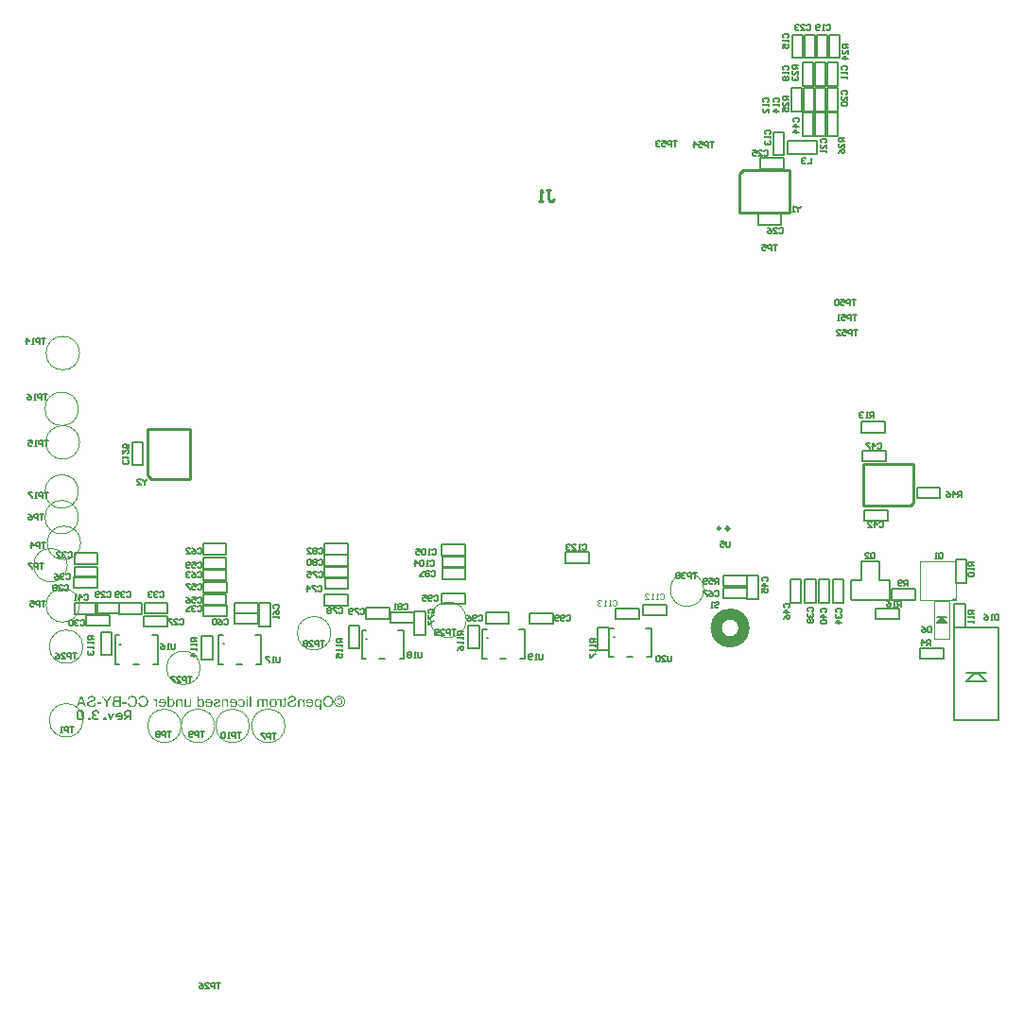
<source format=gbo>
%FSLAX24Y24*%
%MOIN*%
G70*
G01*
G75*
G04 Layer_Color=16711935*
%ADD10R,0.0250X0.0200*%
%ADD11R,0.0362X0.0984*%
%ADD12R,0.0276X0.0394*%
%ADD13R,0.0689X0.1181*%
%ADD14R,0.0984X0.0866*%
%ADD15R,0.0200X0.0250*%
%ADD16R,0.0276X0.0394*%
%ADD17R,0.0315X0.0315*%
%ADD18R,0.0669X0.0492*%
%ADD19R,0.0300X0.0300*%
%ADD20R,0.0906X0.0906*%
%ADD21R,0.0600X0.0600*%
%ADD22R,0.0472X0.0354*%
%ADD23R,0.0472X0.0354*%
%ADD24R,0.0315X0.0315*%
%ADD25R,0.0236X0.0472*%
%ADD26O,0.0315X0.0098*%
%ADD27O,0.0098X0.0315*%
%ADD28O,0.0276X0.0098*%
%ADD29O,0.0098X0.0276*%
%ADD30R,0.1299X0.1299*%
%ADD31R,0.0750X0.0400*%
%ADD32R,0.1358X0.1358*%
%ADD33O,0.0984X0.0276*%
%ADD34C,0.0120*%
%ADD35C,0.0100*%
%ADD36C,0.0080*%
%ADD37C,0.0150*%
%ADD38C,0.0300*%
%ADD39C,0.0200*%
%ADD40C,0.0276*%
%ADD41C,0.0600*%
%ADD42C,0.0220*%
%ADD43C,0.0350*%
%ADD44C,0.0700*%
%ADD45C,0.1100*%
%ADD46R,0.0591X0.0591*%
%ADD47C,0.0591*%
%ADD48C,0.0320*%
%ADD49C,0.0354*%
%ADD50R,0.0591X0.0591*%
%ADD51R,0.0600X0.0600*%
%ADD52C,0.0710*%
%ADD53C,0.0900*%
%ADD54C,0.0400*%
G04:AMPARAMS|DCode=55|XSize=42mil|YSize=42mil|CornerRadius=0mil|HoleSize=0mil|Usage=FLASHONLY|Rotation=0.000|XOffset=0mil|YOffset=0mil|HoleType=Round|Shape=Relief|Width=5mil|Gap=5mil|Entries=4|*
%AMTHD55*
7,0,0,0.0420,0.0320,0.0050,45*
%
%ADD55THD55*%
%ADD56C,0.0420*%
%ADD57C,0.0500*%
%ADD58C,0.1400*%
%ADD59C,0.0654*%
%ADD60C,0.0497*%
G04:AMPARAMS|DCode=61|XSize=49.685mil|YSize=49.685mil|CornerRadius=0mil|HoleSize=0mil|Usage=FLASHONLY|Rotation=0.000|XOffset=0mil|YOffset=0mil|HoleType=Round|Shape=Relief|Width=5mil|Gap=5mil|Entries=4|*
%AMTHD61*
7,0,0,0.0497,0.0397,0.0050,45*
%
%ADD61THD61*%
G04:AMPARAMS|DCode=62|XSize=65.433mil|YSize=65.433mil|CornerRadius=0mil|HoleSize=0mil|Usage=FLASHONLY|Rotation=0.000|XOffset=0mil|YOffset=0mil|HoleType=Round|Shape=Relief|Width=5mil|Gap=5mil|Entries=4|*
%AMTHD62*
7,0,0,0.0654,0.0554,0.0050,45*
%
%ADD62THD62*%
G04:AMPARAMS|DCode=63|XSize=60mil|YSize=60mil|CornerRadius=0mil|HoleSize=0mil|Usage=FLASHONLY|Rotation=0.000|XOffset=0mil|YOffset=0mil|HoleType=Round|Shape=Relief|Width=5mil|Gap=5mil|Entries=4|*
%AMTHD63*
7,0,0,0.0600,0.0500,0.0050,45*
%
%ADD63THD63*%
%ADD64C,0.0770*%
%ADD65C,0.0480*%
%ADD66C,0.0090*%
G04:AMPARAMS|DCode=67|XSize=50mil|YSize=50mil|CornerRadius=0mil|HoleSize=0mil|Usage=FLASHONLY|Rotation=0.000|XOffset=0mil|YOffset=0mil|HoleType=Round|Shape=Relief|Width=5mil|Gap=5mil|Entries=4|*
%AMTHD67*
7,0,0,0.0500,0.0400,0.0050,45*
%
%ADD67THD67*%
G04:AMPARAMS|DCode=68|XSize=48mil|YSize=48mil|CornerRadius=0mil|HoleSize=0mil|Usage=FLASHONLY|Rotation=0.000|XOffset=0mil|YOffset=0mil|HoleType=Round|Shape=Relief|Width=5mil|Gap=5mil|Entries=4|*
%AMTHD68*
7,0,0,0.0480,0.0380,0.0050,45*
%
%ADD68THD68*%
%ADD69R,0.0709X0.0394*%
%ADD70R,0.0472X0.0551*%
%ADD71R,0.0394X0.0394*%
%ADD72R,0.0866X0.0984*%
%ADD73R,0.0551X0.0472*%
%ADD74O,0.0709X0.0118*%
%ADD75O,0.0118X0.0709*%
%ADD76R,0.0360X0.0360*%
%ADD77R,0.0360X0.0500*%
%ADD78R,0.0315X0.0354*%
%ADD79R,0.0300X0.0300*%
%ADD80R,0.0709X0.0433*%
%ADD81C,0.0040*%
%ADD82C,0.0098*%
%ADD83C,0.0060*%
%ADD84C,0.0050*%
%ADD85C,0.0197*%
%ADD86C,0.0079*%
%ADD87C,0.0157*%
%ADD88C,0.0030*%
%ADD89C,0.0059*%
%ADD90R,0.0330X0.0280*%
%ADD91R,0.0442X0.1064*%
%ADD92R,0.0356X0.0474*%
%ADD93R,0.0769X0.1261*%
%ADD94R,0.1064X0.0946*%
%ADD95R,0.0280X0.0330*%
%ADD96R,0.0356X0.0474*%
%ADD97R,0.0395X0.0395*%
%ADD98R,0.0749X0.0572*%
%ADD99R,0.0380X0.0380*%
%ADD100R,0.0986X0.0986*%
%ADD101R,0.0680X0.0680*%
%ADD102R,0.0552X0.0434*%
%ADD103R,0.0552X0.0434*%
%ADD104R,0.0395X0.0395*%
%ADD105R,0.0316X0.0552*%
%ADD106O,0.0395X0.0178*%
%ADD107O,0.0178X0.0395*%
%ADD108O,0.0356X0.0178*%
%ADD109O,0.0178X0.0356*%
%ADD110R,0.1379X0.1379*%
%ADD111R,0.0830X0.0480*%
%ADD112R,0.1438X0.1438*%
%ADD113O,0.1064X0.0356*%
%ADD114C,0.0680*%
%ADD115C,0.0300*%
%ADD116C,0.0430*%
%ADD117C,0.0780*%
%ADD118C,0.1180*%
%ADD119R,0.0671X0.0671*%
%ADD120C,0.0671*%
%ADD121C,0.0400*%
%ADD122C,0.0434*%
%ADD123R,0.0671X0.0671*%
%ADD124R,0.0680X0.0680*%
%ADD125C,0.0790*%
%ADD126C,0.0980*%
%ADD127R,0.0789X0.0474*%
%ADD128R,0.0552X0.0631*%
%ADD129R,0.0474X0.0474*%
%ADD130R,0.0946X0.1064*%
%ADD131R,0.0631X0.0552*%
%ADD132O,0.0789X0.0198*%
%ADD133O,0.0198X0.0789*%
%ADD134R,0.0440X0.0440*%
%ADD135R,0.0440X0.0580*%
%ADD136R,0.0395X0.0434*%
%ADD137R,0.0380X0.0380*%
%ADD138R,0.0789X0.0513*%
%ADD139C,0.0000*%
%ADD140C,0.0394*%
G36*
X7975Y1850D02*
X7928D01*
Y2129D01*
X7975D01*
Y1850D01*
D02*
G37*
G36*
X8096D02*
X8048D01*
Y2235D01*
X8096D01*
Y1850D01*
D02*
G37*
G36*
X7169Y2135D02*
X7179Y2134D01*
X7188Y2131D01*
X7197Y2128D01*
X7205Y2125D01*
X7212Y2121D01*
X7218Y2117D01*
X7225Y2112D01*
X7230Y2108D01*
X7234Y2104D01*
X7238Y2100D01*
X7241Y2096D01*
X7244Y2093D01*
X7246Y2091D01*
X7246Y2090D01*
X7247Y2089D01*
Y2129D01*
X7290D01*
Y1850D01*
X7242D01*
Y2002D01*
Y2012D01*
X7241Y2021D01*
X7240Y2029D01*
X7239Y2036D01*
X7237Y2043D01*
X7235Y2049D01*
X7233Y2054D01*
X7231Y2059D01*
X7229Y2063D01*
X7228Y2066D01*
X7224Y2071D01*
X7222Y2074D01*
X7221Y2075D01*
X7212Y2081D01*
X7203Y2086D01*
X7195Y2090D01*
X7187Y2092D01*
X7179Y2093D01*
X7174Y2094D01*
X7168D01*
X7161Y2094D01*
X7156Y2093D01*
X7150Y2091D01*
X7145Y2090D01*
X7141Y2088D01*
X7138Y2087D01*
X7136Y2086D01*
X7136Y2086D01*
X7131Y2082D01*
X7127Y2078D01*
X7123Y2074D01*
X7121Y2070D01*
X7119Y2067D01*
X7118Y2065D01*
X7116Y2063D01*
Y2062D01*
X7115Y2056D01*
X7113Y2050D01*
X7112Y2042D01*
X7111Y2036D01*
X7111Y2029D01*
Y2024D01*
Y2021D01*
Y2020D01*
Y2019D01*
Y1850D01*
X7063D01*
Y2021D01*
Y2033D01*
X7064Y2042D01*
X7064Y2050D01*
Y2057D01*
X7065Y2062D01*
X7066Y2065D01*
X7066Y2067D01*
Y2067D01*
X7068Y2074D01*
X7070Y2081D01*
X7073Y2087D01*
X7075Y2092D01*
X7077Y2096D01*
X7079Y2100D01*
X7080Y2101D01*
X7081Y2102D01*
X7085Y2107D01*
X7090Y2112D01*
X7095Y2116D01*
X7101Y2119D01*
X7105Y2122D01*
X7109Y2124D01*
X7111Y2125D01*
X7112Y2126D01*
X7121Y2129D01*
X7128Y2131D01*
X7136Y2133D01*
X7143Y2134D01*
X7149Y2135D01*
X7154Y2135D01*
X7159D01*
X7169Y2135D01*
D02*
G37*
G36*
X4687D02*
X4693Y2134D01*
X4698Y2132D01*
X4702Y2131D01*
X4706Y2128D01*
X4709Y2127D01*
X4711Y2126D01*
X4711Y2125D01*
X4717Y2121D01*
X4721Y2115D01*
X4727Y2109D01*
X4731Y2103D01*
X4735Y2097D01*
X4738Y2091D01*
X4740Y2088D01*
X4741Y2087D01*
Y2129D01*
X4783D01*
Y1850D01*
X4736D01*
Y1996D01*
X4735Y2007D01*
X4735Y2017D01*
X4734Y2026D01*
X4732Y2035D01*
X4731Y2042D01*
X4730Y2047D01*
X4729Y2050D01*
X4728Y2051D01*
X4726Y2057D01*
X4724Y2062D01*
X4721Y2067D01*
X4718Y2070D01*
X4716Y2073D01*
X4713Y2076D01*
X4712Y2077D01*
X4711Y2077D01*
X4707Y2080D01*
X4702Y2083D01*
X4697Y2084D01*
X4693Y2086D01*
X4689Y2086D01*
X4686Y2087D01*
X4684D01*
X4678Y2086D01*
X4671Y2085D01*
X4665Y2083D01*
X4660Y2081D01*
X4656Y2080D01*
X4652Y2078D01*
X4650Y2077D01*
X4649Y2076D01*
X4632Y2119D01*
X4642Y2125D01*
X4651Y2129D01*
X4659Y2131D01*
X4666Y2134D01*
X4672Y2135D01*
X4677Y2135D01*
X4681D01*
X4687Y2135D01*
D02*
G37*
G36*
X5558D02*
X5568Y2134D01*
X5577Y2131D01*
X5585Y2128D01*
X5594Y2125D01*
X5601Y2121D01*
X5607Y2117D01*
X5614Y2112D01*
X5619Y2108D01*
X5623Y2104D01*
X5627Y2100D01*
X5630Y2096D01*
X5633Y2093D01*
X5635Y2091D01*
X5635Y2090D01*
X5636Y2089D01*
Y2129D01*
X5678D01*
Y1850D01*
X5631D01*
Y2002D01*
Y2012D01*
X5630Y2021D01*
X5629Y2029D01*
X5628Y2036D01*
X5626Y2043D01*
X5624Y2049D01*
X5622Y2054D01*
X5620Y2059D01*
X5618Y2063D01*
X5616Y2066D01*
X5613Y2071D01*
X5611Y2074D01*
X5609Y2075D01*
X5601Y2081D01*
X5592Y2086D01*
X5584Y2090D01*
X5576Y2092D01*
X5568Y2093D01*
X5563Y2094D01*
X5557D01*
X5550Y2094D01*
X5545Y2093D01*
X5539Y2091D01*
X5534Y2090D01*
X5530Y2088D01*
X5527Y2087D01*
X5525Y2086D01*
X5525Y2086D01*
X5520Y2082D01*
X5516Y2078D01*
X5512Y2074D01*
X5509Y2070D01*
X5508Y2067D01*
X5506Y2065D01*
X5505Y2063D01*
Y2062D01*
X5504Y2056D01*
X5502Y2050D01*
X5501Y2042D01*
X5500Y2036D01*
X5499Y2029D01*
Y2024D01*
Y2021D01*
Y2020D01*
Y2019D01*
Y1850D01*
X5452D01*
Y2021D01*
Y2033D01*
X5453Y2042D01*
X5453Y2050D01*
Y2057D01*
X5454Y2062D01*
X5454Y2065D01*
X5455Y2067D01*
Y2067D01*
X5457Y2074D01*
X5459Y2081D01*
X5461Y2087D01*
X5464Y2092D01*
X5466Y2096D01*
X5468Y2100D01*
X5469Y2101D01*
X5470Y2102D01*
X5474Y2107D01*
X5479Y2112D01*
X5484Y2116D01*
X5490Y2119D01*
X5494Y2122D01*
X5498Y2124D01*
X5500Y2125D01*
X5501Y2126D01*
X5509Y2129D01*
X5517Y2131D01*
X5525Y2133D01*
X5532Y2134D01*
X5538Y2135D01*
X5543Y2135D01*
X5547D01*
X5558Y2135D01*
D02*
G37*
G36*
X6619D02*
X6629Y2134D01*
X6638Y2132D01*
X6647Y2129D01*
X6656Y2126D01*
X6664Y2123D01*
X6671Y2119D01*
X6677Y2116D01*
X6683Y2112D01*
X6688Y2108D01*
X6692Y2105D01*
X6696Y2103D01*
X6699Y2100D01*
X6700Y2098D01*
X6702Y2097D01*
X6702Y2096D01*
X6709Y2088D01*
X6714Y2080D01*
X6719Y2072D01*
X6723Y2063D01*
X6726Y2053D01*
X6729Y2045D01*
X6733Y2027D01*
X6735Y2019D01*
X6736Y2011D01*
X6737Y2004D01*
X6737Y1998D01*
X6738Y1994D01*
Y1990D01*
Y1987D01*
Y1987D01*
X6737Y1974D01*
X6736Y1963D01*
X6734Y1952D01*
X6732Y1942D01*
X6730Y1932D01*
X6727Y1924D01*
X6723Y1916D01*
X6720Y1909D01*
X6717Y1902D01*
X6713Y1897D01*
X6710Y1892D01*
X6707Y1888D01*
X6706Y1885D01*
X6704Y1883D01*
X6703Y1882D01*
X6702Y1881D01*
X6695Y1875D01*
X6688Y1869D01*
X6680Y1864D01*
X6672Y1860D01*
X6664Y1856D01*
X6656Y1853D01*
X6641Y1849D01*
X6633Y1847D01*
X6627Y1846D01*
X6621Y1845D01*
X6616Y1845D01*
X6612Y1844D01*
X6606D01*
X6588Y1845D01*
X6573Y1847D01*
X6559Y1852D01*
X6548Y1856D01*
X6543Y1858D01*
X6538Y1860D01*
X6535Y1862D01*
X6532Y1864D01*
X6529Y1865D01*
X6527Y1866D01*
X6527Y1867D01*
X6526D01*
X6516Y1877D01*
X6506Y1888D01*
X6499Y1899D01*
X6493Y1909D01*
X6489Y1919D01*
X6487Y1924D01*
X6486Y1927D01*
X6485Y1930D01*
X6484Y1932D01*
X6483Y1933D01*
Y1934D01*
X6532Y1940D01*
X6537Y1930D01*
X6541Y1921D01*
X6546Y1913D01*
X6551Y1907D01*
X6555Y1902D01*
X6558Y1899D01*
X6561Y1897D01*
X6561Y1896D01*
X6568Y1891D01*
X6576Y1888D01*
X6583Y1886D01*
X6590Y1884D01*
X6596Y1883D01*
X6601Y1883D01*
X6606D01*
X6618Y1884D01*
X6629Y1886D01*
X6639Y1890D01*
X6648Y1895D01*
X6654Y1899D01*
X6660Y1903D01*
X6662Y1905D01*
X6664Y1907D01*
X6671Y1917D01*
X6678Y1928D01*
X6682Y1940D01*
X6685Y1951D01*
X6688Y1962D01*
X6688Y1966D01*
X6689Y1970D01*
Y1973D01*
X6689Y1976D01*
Y1977D01*
Y1977D01*
X6482D01*
X6482Y1983D01*
Y1987D01*
Y1989D01*
Y1990D01*
X6482Y2002D01*
X6483Y2014D01*
X6485Y2025D01*
X6487Y2035D01*
X6490Y2045D01*
X6493Y2054D01*
X6496Y2062D01*
X6499Y2069D01*
X6503Y2076D01*
X6506Y2081D01*
X6509Y2086D01*
X6512Y2090D01*
X6514Y2093D01*
X6516Y2095D01*
X6517Y2096D01*
X6517Y2097D01*
X6524Y2104D01*
X6531Y2110D01*
X6539Y2115D01*
X6547Y2119D01*
X6554Y2123D01*
X6562Y2126D01*
X6576Y2131D01*
X6583Y2132D01*
X6589Y2134D01*
X6595Y2134D01*
X6599Y2135D01*
X6603Y2135D01*
X6609D01*
X6619Y2135D01*
D02*
G37*
G36*
X7484D02*
X7494Y2134D01*
X7504Y2132D01*
X7512Y2129D01*
X7521Y2126D01*
X7529Y2123D01*
X7536Y2119D01*
X7542Y2116D01*
X7548Y2112D01*
X7553Y2108D01*
X7557Y2105D01*
X7561Y2103D01*
X7564Y2100D01*
X7566Y2098D01*
X7567Y2097D01*
X7567Y2096D01*
X7574Y2088D01*
X7579Y2080D01*
X7584Y2072D01*
X7588Y2063D01*
X7591Y2053D01*
X7594Y2045D01*
X7598Y2027D01*
X7600Y2019D01*
X7601Y2011D01*
X7602Y2004D01*
X7603Y1998D01*
X7603Y1994D01*
Y1990D01*
Y1987D01*
Y1987D01*
X7603Y1974D01*
X7601Y1963D01*
X7600Y1952D01*
X7597Y1942D01*
X7595Y1932D01*
X7592Y1924D01*
X7588Y1916D01*
X7585Y1909D01*
X7582Y1902D01*
X7579Y1897D01*
X7576Y1892D01*
X7573Y1888D01*
X7571Y1885D01*
X7569Y1883D01*
X7568Y1882D01*
X7567Y1881D01*
X7560Y1875D01*
X7553Y1869D01*
X7545Y1864D01*
X7537Y1860D01*
X7529Y1856D01*
X7521Y1853D01*
X7506Y1849D01*
X7498Y1847D01*
X7492Y1846D01*
X7486Y1845D01*
X7481Y1845D01*
X7477Y1844D01*
X7471D01*
X7453Y1845D01*
X7438Y1847D01*
X7424Y1852D01*
X7413Y1856D01*
X7408Y1858D01*
X7404Y1860D01*
X7400Y1862D01*
X7397Y1864D01*
X7394Y1865D01*
X7393Y1866D01*
X7392Y1867D01*
X7391D01*
X7381Y1877D01*
X7371Y1888D01*
X7364Y1899D01*
X7359Y1909D01*
X7354Y1919D01*
X7352Y1924D01*
X7351Y1927D01*
X7350Y1930D01*
X7349Y1932D01*
X7349Y1933D01*
Y1934D01*
X7397Y1940D01*
X7402Y1930D01*
X7407Y1921D01*
X7411Y1913D01*
X7416Y1907D01*
X7420Y1902D01*
X7424Y1899D01*
X7426Y1897D01*
X7426Y1896D01*
X7433Y1891D01*
X7441Y1888D01*
X7449Y1886D01*
X7456Y1884D01*
X7462Y1883D01*
X7466Y1883D01*
X7471D01*
X7483Y1884D01*
X7494Y1886D01*
X7504Y1890D01*
X7513Y1895D01*
X7519Y1899D01*
X7525Y1903D01*
X7528Y1905D01*
X7529Y1907D01*
X7536Y1917D01*
X7543Y1928D01*
X7547Y1940D01*
X7550Y1951D01*
X7553Y1962D01*
X7553Y1966D01*
X7554Y1970D01*
Y1973D01*
X7555Y1976D01*
Y1977D01*
Y1977D01*
X7347D01*
X7347Y1983D01*
Y1987D01*
Y1989D01*
Y1990D01*
X7347Y2002D01*
X7349Y2014D01*
X7350Y2025D01*
X7352Y2035D01*
X7355Y2045D01*
X7358Y2054D01*
X7362Y2062D01*
X7364Y2069D01*
X7368Y2076D01*
X7371Y2081D01*
X7374Y2086D01*
X7377Y2090D01*
X7379Y2093D01*
X7381Y2095D01*
X7382Y2096D01*
X7383Y2097D01*
X7390Y2104D01*
X7397Y2110D01*
X7404Y2115D01*
X7412Y2119D01*
X7419Y2123D01*
X7427Y2126D01*
X7441Y2131D01*
X7448Y2132D01*
X7454Y2134D01*
X7460Y2134D01*
X7464Y2135D01*
X7469Y2135D01*
X7474D01*
X7484Y2135D01*
D02*
G37*
G36*
X4978D02*
X4988Y2134D01*
X4998Y2132D01*
X5006Y2129D01*
X5015Y2126D01*
X5023Y2123D01*
X5030Y2119D01*
X5036Y2116D01*
X5042Y2112D01*
X5047Y2108D01*
X5051Y2105D01*
X5055Y2103D01*
X5058Y2100D01*
X5060Y2098D01*
X5061Y2097D01*
X5061Y2096D01*
X5068Y2088D01*
X5073Y2080D01*
X5078Y2072D01*
X5082Y2063D01*
X5085Y2053D01*
X5088Y2045D01*
X5092Y2027D01*
X5094Y2019D01*
X5095Y2011D01*
X5096Y2004D01*
X5096Y1998D01*
X5097Y1994D01*
Y1990D01*
Y1987D01*
Y1987D01*
X5096Y1974D01*
X5095Y1963D01*
X5093Y1952D01*
X5091Y1942D01*
X5089Y1932D01*
X5086Y1924D01*
X5082Y1916D01*
X5079Y1909D01*
X5076Y1902D01*
X5072Y1897D01*
X5069Y1892D01*
X5067Y1888D01*
X5065Y1885D01*
X5063Y1883D01*
X5062Y1882D01*
X5061Y1881D01*
X5054Y1875D01*
X5047Y1869D01*
X5039Y1864D01*
X5031Y1860D01*
X5023Y1856D01*
X5015Y1853D01*
X5000Y1849D01*
X4992Y1847D01*
X4986Y1846D01*
X4980Y1845D01*
X4975Y1845D01*
X4971Y1844D01*
X4965D01*
X4947Y1845D01*
X4932Y1847D01*
X4918Y1852D01*
X4907Y1856D01*
X4902Y1858D01*
X4897Y1860D01*
X4894Y1862D01*
X4891Y1864D01*
X4888Y1865D01*
X4886Y1866D01*
X4886Y1867D01*
X4885D01*
X4875Y1877D01*
X4865Y1888D01*
X4858Y1899D01*
X4852Y1909D01*
X4848Y1919D01*
X4846Y1924D01*
X4845Y1927D01*
X4844Y1930D01*
X4843Y1932D01*
X4843Y1933D01*
Y1934D01*
X4891Y1940D01*
X4896Y1930D01*
X4900Y1921D01*
X4905Y1913D01*
X4910Y1907D01*
X4914Y1902D01*
X4917Y1899D01*
X4920Y1897D01*
X4920Y1896D01*
X4927Y1891D01*
X4935Y1888D01*
X4943Y1886D01*
X4950Y1884D01*
X4955Y1883D01*
X4960Y1883D01*
X4965D01*
X4977Y1884D01*
X4988Y1886D01*
X4998Y1890D01*
X5007Y1895D01*
X5013Y1899D01*
X5019Y1903D01*
X5022Y1905D01*
X5023Y1907D01*
X5030Y1917D01*
X5037Y1928D01*
X5041Y1940D01*
X5044Y1951D01*
X5047Y1962D01*
X5047Y1966D01*
X5048Y1970D01*
Y1973D01*
X5048Y1976D01*
Y1977D01*
Y1977D01*
X4841D01*
X4841Y1983D01*
Y1987D01*
Y1989D01*
Y1990D01*
X4841Y2002D01*
X4843Y2014D01*
X4844Y2025D01*
X4846Y2035D01*
X4849Y2045D01*
X4852Y2054D01*
X4855Y2062D01*
X4858Y2069D01*
X4862Y2076D01*
X4865Y2081D01*
X4868Y2086D01*
X4871Y2090D01*
X4873Y2093D01*
X4875Y2095D01*
X4876Y2096D01*
X4876Y2097D01*
X4883Y2104D01*
X4890Y2110D01*
X4898Y2115D01*
X4906Y2119D01*
X4913Y2123D01*
X4921Y2126D01*
X4935Y2131D01*
X4942Y2132D01*
X4948Y2134D01*
X4954Y2134D01*
X4958Y2135D01*
X4962Y2135D01*
X4968D01*
X4978Y2135D01*
D02*
G37*
G36*
X9071D02*
X9077Y2134D01*
X9083Y2132D01*
X9087Y2131D01*
X9091Y2128D01*
X9094Y2127D01*
X9095Y2126D01*
X9096Y2125D01*
X9101Y2121D01*
X9106Y2115D01*
X9111Y2109D01*
X9116Y2103D01*
X9119Y2097D01*
X9122Y2091D01*
X9125Y2088D01*
X9125Y2087D01*
Y2129D01*
X9168D01*
Y1850D01*
X9121D01*
Y1996D01*
X9120Y2007D01*
X9119Y2017D01*
X9118Y2026D01*
X9117Y2035D01*
X9115Y2042D01*
X9114Y2047D01*
X9114Y2050D01*
X9113Y2051D01*
X9111Y2057D01*
X9108Y2062D01*
X9105Y2067D01*
X9102Y2070D01*
X9100Y2073D01*
X9098Y2076D01*
X9097Y2077D01*
X9096Y2077D01*
X9091Y2080D01*
X9087Y2083D01*
X9082Y2084D01*
X9078Y2086D01*
X9074Y2086D01*
X9071Y2087D01*
X9069D01*
X9062Y2086D01*
X9056Y2085D01*
X9050Y2083D01*
X9045Y2081D01*
X9040Y2080D01*
X9037Y2078D01*
X9035Y2077D01*
X9034Y2076D01*
X9017Y2119D01*
X9026Y2125D01*
X9035Y2129D01*
X9043Y2131D01*
X9050Y2134D01*
X9057Y2135D01*
X9062Y2135D01*
X9066D01*
X9071Y2135D01*
D02*
G37*
G36*
X9853D02*
X9863Y2134D01*
X9872Y2131D01*
X9881Y2128D01*
X9889Y2125D01*
X9896Y2121D01*
X9902Y2117D01*
X9909Y2112D01*
X9914Y2108D01*
X9918Y2104D01*
X9922Y2100D01*
X9925Y2096D01*
X9928Y2093D01*
X9930Y2091D01*
X9930Y2090D01*
X9931Y2089D01*
Y2129D01*
X9974D01*
Y1850D01*
X9926D01*
Y2002D01*
Y2012D01*
X9925Y2021D01*
X9924Y2029D01*
X9923Y2036D01*
X9921Y2043D01*
X9919Y2049D01*
X9917Y2054D01*
X9915Y2059D01*
X9913Y2063D01*
X9912Y2066D01*
X9908Y2071D01*
X9906Y2074D01*
X9905Y2075D01*
X9896Y2081D01*
X9887Y2086D01*
X9879Y2090D01*
X9871Y2092D01*
X9863Y2093D01*
X9858Y2094D01*
X9852D01*
X9845Y2094D01*
X9840Y2093D01*
X9834Y2091D01*
X9829Y2090D01*
X9825Y2088D01*
X9822Y2087D01*
X9820Y2086D01*
X9820Y2086D01*
X9815Y2082D01*
X9811Y2078D01*
X9807Y2074D01*
X9804Y2070D01*
X9803Y2067D01*
X9802Y2065D01*
X9800Y2063D01*
Y2062D01*
X9799Y2056D01*
X9797Y2050D01*
X9796Y2042D01*
X9795Y2036D01*
X9795Y2029D01*
Y2024D01*
Y2021D01*
Y2020D01*
Y2019D01*
Y1850D01*
X9747D01*
Y2021D01*
Y2033D01*
X9748Y2042D01*
X9748Y2050D01*
Y2057D01*
X9749Y2062D01*
X9749Y2065D01*
X9750Y2067D01*
Y2067D01*
X9752Y2074D01*
X9754Y2081D01*
X9757Y2087D01*
X9759Y2092D01*
X9761Y2096D01*
X9763Y2100D01*
X9764Y2101D01*
X9765Y2102D01*
X9769Y2107D01*
X9774Y2112D01*
X9779Y2116D01*
X9785Y2119D01*
X9789Y2122D01*
X9793Y2124D01*
X9795Y2125D01*
X9796Y2126D01*
X9804Y2129D01*
X9812Y2131D01*
X9820Y2133D01*
X9827Y2134D01*
X9833Y2135D01*
X9838Y2135D01*
X9843D01*
X9853Y2135D01*
D02*
G37*
G36*
X3499Y1850D02*
X3339D01*
X3327Y1852D01*
X3317Y1852D01*
X3307Y1853D01*
X3300Y1854D01*
X3295Y1855D01*
X3292Y1856D01*
X3291D01*
X3282Y1859D01*
X3274Y1862D01*
X3266Y1865D01*
X3260Y1868D01*
X3255Y1871D01*
X3251Y1873D01*
X3249Y1874D01*
X3248Y1875D01*
X3243Y1880D01*
X3237Y1886D01*
X3232Y1892D01*
X3228Y1898D01*
X3225Y1903D01*
X3222Y1907D01*
X3221Y1910D01*
X3220Y1911D01*
X3216Y1920D01*
X3213Y1929D01*
X3212Y1938D01*
X3210Y1945D01*
X3209Y1952D01*
X3209Y1957D01*
Y1960D01*
Y1962D01*
X3209Y1974D01*
X3212Y1985D01*
X3214Y1994D01*
X3218Y2003D01*
X3222Y2010D01*
X3225Y2015D01*
X3227Y2018D01*
X3228Y2019D01*
X3236Y2028D01*
X3244Y2035D01*
X3253Y2041D01*
X3262Y2046D01*
X3269Y2050D01*
X3276Y2053D01*
X3278Y2053D01*
X3280Y2054D01*
X3281Y2055D01*
X3282D01*
X3272Y2060D01*
X3264Y2066D01*
X3257Y2071D01*
X3251Y2077D01*
X3247Y2081D01*
X3243Y2086D01*
X3241Y2088D01*
X3241Y2089D01*
X3236Y2097D01*
X3233Y2106D01*
X3231Y2114D01*
X3229Y2121D01*
X3228Y2127D01*
X3227Y2132D01*
Y2135D01*
Y2136D01*
X3228Y2146D01*
X3230Y2155D01*
X3232Y2163D01*
X3235Y2171D01*
X3238Y2177D01*
X3240Y2183D01*
X3242Y2186D01*
X3243Y2187D01*
X3249Y2196D01*
X3255Y2203D01*
X3262Y2209D01*
X3269Y2214D01*
X3275Y2218D01*
X3280Y2221D01*
X3283Y2222D01*
X3284Y2223D01*
X3285D01*
X3295Y2227D01*
X3307Y2230D01*
X3319Y2232D01*
X3330Y2234D01*
X3340Y2234D01*
X3344D01*
X3348Y2235D01*
X3499D01*
Y1850D01*
D02*
G37*
G36*
X6248Y2097D02*
X6252Y2103D01*
X6258Y2108D01*
X6263Y2113D01*
X6268Y2117D01*
X6273Y2120D01*
X6276Y2122D01*
X6279Y2124D01*
X6280Y2124D01*
X6287Y2128D01*
X6295Y2131D01*
X6303Y2132D01*
X6309Y2134D01*
X6316Y2135D01*
X6320Y2135D01*
X6324D01*
X6337Y2135D01*
X6348Y2132D01*
X6359Y2129D01*
X6368Y2127D01*
X6376Y2123D01*
X6382Y2120D01*
X6385Y2118D01*
X6386Y2117D01*
X6386D01*
X6396Y2110D01*
X6404Y2101D01*
X6411Y2093D01*
X6417Y2084D01*
X6422Y2076D01*
X6425Y2070D01*
X6426Y2068D01*
X6427Y2066D01*
X6428Y2065D01*
Y2065D01*
X6433Y2052D01*
X6435Y2038D01*
X6438Y2026D01*
X6440Y2014D01*
X6441Y2004D01*
Y2000D01*
X6441Y1996D01*
Y1993D01*
Y1991D01*
Y1990D01*
Y1989D01*
X6441Y1973D01*
X6439Y1959D01*
X6437Y1946D01*
X6434Y1935D01*
X6431Y1926D01*
X6430Y1922D01*
X6428Y1919D01*
X6427Y1917D01*
X6427Y1915D01*
X6426Y1914D01*
Y1913D01*
X6420Y1901D01*
X6413Y1891D01*
X6406Y1883D01*
X6399Y1876D01*
X6393Y1870D01*
X6388Y1866D01*
X6385Y1863D01*
X6384Y1862D01*
X6383D01*
X6373Y1856D01*
X6362Y1852D01*
X6352Y1849D01*
X6342Y1846D01*
X6334Y1845D01*
X6328Y1845D01*
X6325Y1844D01*
X6322D01*
X6313Y1845D01*
X6304Y1846D01*
X6296Y1847D01*
X6288Y1850D01*
X6282Y1853D01*
X6275Y1857D01*
X6269Y1861D01*
X6264Y1864D01*
X6259Y1869D01*
X6255Y1872D01*
X6252Y1876D01*
X6249Y1878D01*
X6247Y1881D01*
X6245Y1883D01*
X6245Y1884D01*
X6244Y1885D01*
Y1850D01*
X6200D01*
Y2235D01*
X6248D01*
Y2097D01*
D02*
G37*
G36*
X6916Y2134D02*
X6922Y2134D01*
X6929Y2132D01*
X6934Y2131D01*
X6937Y2131D01*
X6940Y2129D01*
X6941D01*
X6947Y2127D01*
X6953Y2125D01*
X6958Y2122D01*
X6963Y2120D01*
X6966Y2118D01*
X6968Y2117D01*
X6970Y2116D01*
X6971Y2115D01*
X6976Y2111D01*
X6981Y2107D01*
X6985Y2103D01*
X6988Y2098D01*
X6991Y2095D01*
X6992Y2092D01*
X6994Y2090D01*
X6994Y2089D01*
X6997Y2083D01*
X6999Y2077D01*
X7001Y2071D01*
X7001Y2066D01*
X7002Y2062D01*
X7002Y2057D01*
Y2055D01*
Y2055D01*
X7002Y2047D01*
X7001Y2040D01*
X6999Y2033D01*
X6997Y2028D01*
X6995Y2024D01*
X6994Y2020D01*
X6993Y2018D01*
X6992Y2017D01*
X6988Y2011D01*
X6983Y2006D01*
X6978Y2001D01*
X6973Y1998D01*
X6969Y1995D01*
X6965Y1993D01*
X6963Y1991D01*
X6962Y1991D01*
X6958Y1989D01*
X6953Y1987D01*
X6942Y1983D01*
X6930Y1980D01*
X6918Y1976D01*
X6907Y1973D01*
X6902Y1971D01*
X6898Y1970D01*
X6894Y1969D01*
X6892Y1969D01*
X6890Y1968D01*
X6889D01*
X6882Y1966D01*
X6876Y1964D01*
X6871Y1963D01*
X6865Y1962D01*
X6857Y1959D01*
X6851Y1957D01*
X6846Y1955D01*
X6843Y1953D01*
X6841Y1953D01*
X6841Y1952D01*
X6836Y1949D01*
X6833Y1945D01*
X6830Y1940D01*
X6829Y1936D01*
X6827Y1932D01*
X6827Y1930D01*
Y1928D01*
Y1927D01*
X6827Y1921D01*
X6829Y1915D01*
X6832Y1909D01*
X6834Y1904D01*
X6837Y1901D01*
X6840Y1898D01*
X6842Y1896D01*
X6843Y1895D01*
X6849Y1891D01*
X6857Y1888D01*
X6865Y1885D01*
X6873Y1884D01*
X6880Y1883D01*
X6886Y1883D01*
X6891D01*
X6902Y1883D01*
X6913Y1885D01*
X6921Y1887D01*
X6929Y1890D01*
X6934Y1893D01*
X6938Y1895D01*
X6941Y1897D01*
X6941Y1897D01*
X6947Y1904D01*
X6953Y1911D01*
X6956Y1918D01*
X6959Y1925D01*
X6961Y1931D01*
X6963Y1936D01*
X6963Y1940D01*
Y1940D01*
Y1941D01*
X7010Y1933D01*
X7006Y1918D01*
X7001Y1904D01*
X6995Y1893D01*
X6989Y1883D01*
X6984Y1876D01*
X6979Y1870D01*
X6975Y1867D01*
X6975Y1866D01*
X6974D01*
X6968Y1862D01*
X6963Y1859D01*
X6949Y1853D01*
X6936Y1849D01*
X6922Y1847D01*
X6910Y1845D01*
X6905Y1845D01*
X6900D01*
X6896Y1844D01*
X6891D01*
X6879Y1845D01*
X6868Y1846D01*
X6858Y1847D01*
X6850Y1850D01*
X6843Y1852D01*
X6837Y1853D01*
X6834Y1854D01*
X6833Y1855D01*
X6823Y1860D01*
X6815Y1865D01*
X6808Y1870D01*
X6803Y1876D01*
X6798Y1880D01*
X6795Y1884D01*
X6793Y1886D01*
X6792Y1887D01*
X6788Y1895D01*
X6784Y1903D01*
X6782Y1911D01*
X6780Y1918D01*
X6779Y1923D01*
X6778Y1928D01*
Y1931D01*
Y1932D01*
X6779Y1940D01*
X6780Y1948D01*
X6782Y1955D01*
X6784Y1961D01*
X6786Y1966D01*
X6788Y1969D01*
X6789Y1971D01*
X6790Y1972D01*
X6795Y1978D01*
X6799Y1983D01*
X6805Y1987D01*
X6810Y1991D01*
X6814Y1993D01*
X6817Y1995D01*
X6820Y1996D01*
X6821Y1997D01*
X6825Y1998D01*
X6830Y2000D01*
X6840Y2004D01*
X6852Y2008D01*
X6864Y2011D01*
X6874Y2014D01*
X6879Y2015D01*
X6883Y2017D01*
X6887Y2018D01*
X6889Y2018D01*
X6891Y2019D01*
X6891D01*
X6898Y2021D01*
X6903Y2022D01*
X6912Y2025D01*
X6920Y2027D01*
X6925Y2029D01*
X6929Y2030D01*
X6932Y2031D01*
X6933Y2031D01*
X6933D01*
X6937Y2033D01*
X6941Y2035D01*
X6944Y2037D01*
X6947Y2039D01*
X6950Y2042D01*
X6951Y2043D01*
X6951Y2043D01*
X6954Y2049D01*
X6956Y2055D01*
Y2057D01*
X6957Y2059D01*
Y2060D01*
Y2060D01*
X6956Y2066D01*
X6954Y2070D01*
X6953Y2075D01*
X6950Y2079D01*
X6947Y2081D01*
X6946Y2084D01*
X6944Y2085D01*
X6943Y2086D01*
X6937Y2089D01*
X6930Y2092D01*
X6922Y2094D01*
X6915Y2096D01*
X6908Y2096D01*
X6902Y2097D01*
X6896D01*
X6887Y2096D01*
X6878Y2095D01*
X6871Y2093D01*
X6865Y2091D01*
X6860Y2088D01*
X6857Y2086D01*
X6854Y2085D01*
X6854Y2084D01*
X6848Y2080D01*
X6844Y2074D01*
X6841Y2069D01*
X6839Y2063D01*
X6837Y2059D01*
X6836Y2055D01*
X6835Y2052D01*
Y2051D01*
X6789Y2057D01*
X6791Y2067D01*
X6793Y2075D01*
X6796Y2083D01*
X6799Y2088D01*
X6802Y2093D01*
X6804Y2097D01*
X6805Y2099D01*
X6806Y2100D01*
X6810Y2105D01*
X6816Y2111D01*
X6823Y2115D01*
X6829Y2119D01*
X6834Y2121D01*
X6839Y2124D01*
X6841Y2125D01*
X6842Y2125D01*
X6843D01*
X6852Y2129D01*
X6862Y2131D01*
X6871Y2133D01*
X6881Y2134D01*
X6888Y2135D01*
X6895Y2135D01*
X6908D01*
X6916Y2134D01*
D02*
G37*
G36*
X5203Y2097D02*
X5208Y2103D01*
X5213Y2108D01*
X5219Y2113D01*
X5224Y2117D01*
X5229Y2120D01*
X5232Y2122D01*
X5234Y2124D01*
X5236Y2124D01*
X5243Y2128D01*
X5251Y2131D01*
X5258Y2132D01*
X5265Y2134D01*
X5271Y2135D01*
X5276Y2135D01*
X5280D01*
X5292Y2135D01*
X5304Y2132D01*
X5315Y2129D01*
X5324Y2127D01*
X5332Y2123D01*
X5337Y2120D01*
X5341Y2118D01*
X5342Y2117D01*
X5342D01*
X5352Y2110D01*
X5360Y2101D01*
X5367Y2093D01*
X5373Y2084D01*
X5378Y2076D01*
X5381Y2070D01*
X5382Y2068D01*
X5383Y2066D01*
X5384Y2065D01*
Y2065D01*
X5388Y2052D01*
X5391Y2038D01*
X5394Y2026D01*
X5395Y2014D01*
X5397Y2004D01*
Y2000D01*
X5397Y1996D01*
Y1993D01*
Y1991D01*
Y1990D01*
Y1989D01*
X5397Y1973D01*
X5395Y1959D01*
X5392Y1946D01*
X5389Y1935D01*
X5387Y1926D01*
X5385Y1922D01*
X5384Y1919D01*
X5383Y1917D01*
X5382Y1915D01*
X5382Y1914D01*
Y1913D01*
X5375Y1901D01*
X5369Y1891D01*
X5361Y1883D01*
X5355Y1876D01*
X5349Y1870D01*
X5344Y1866D01*
X5340Y1863D01*
X5340Y1862D01*
X5339D01*
X5329Y1856D01*
X5318Y1852D01*
X5308Y1849D01*
X5298Y1846D01*
X5290Y1845D01*
X5284Y1845D01*
X5281Y1844D01*
X5278D01*
X5268Y1845D01*
X5260Y1846D01*
X5251Y1847D01*
X5244Y1850D01*
X5237Y1853D01*
X5231Y1857D01*
X5225Y1861D01*
X5220Y1864D01*
X5215Y1869D01*
X5211Y1872D01*
X5208Y1876D01*
X5205Y1878D01*
X5203Y1881D01*
X5201Y1883D01*
X5201Y1884D01*
X5200Y1885D01*
Y1850D01*
X5156D01*
Y2235D01*
X5203D01*
Y2097D01*
D02*
G37*
G36*
X10457Y2135D02*
X10466Y2134D01*
X10473Y2132D01*
X10480Y2130D01*
X10485Y2128D01*
X10490Y2126D01*
X10492Y2125D01*
X10493Y2124D01*
X10500Y2120D01*
X10506Y2115D01*
X10512Y2110D01*
X10517Y2104D01*
X10521Y2100D01*
X10525Y2096D01*
X10526Y2094D01*
X10527Y2093D01*
Y2129D01*
X10570D01*
Y1744D01*
X10523D01*
Y1878D01*
X10518Y1873D01*
X10513Y1868D01*
X10508Y1864D01*
X10503Y1860D01*
X10499Y1857D01*
X10495Y1855D01*
X10493Y1854D01*
X10492Y1853D01*
X10485Y1850D01*
X10478Y1848D01*
X10471Y1846D01*
X10464Y1845D01*
X10459Y1845D01*
X10454Y1844D01*
X10450D01*
X10439Y1845D01*
X10427Y1847D01*
X10417Y1850D01*
X10408Y1853D01*
X10400Y1856D01*
X10394Y1859D01*
X10392Y1860D01*
X10390Y1862D01*
X10389Y1862D01*
X10389D01*
X10378Y1870D01*
X10370Y1878D01*
X10362Y1887D01*
X10356Y1895D01*
X10351Y1902D01*
X10347Y1908D01*
X10346Y1911D01*
X10345Y1912D01*
X10344Y1914D01*
Y1914D01*
X10339Y1928D01*
X10335Y1941D01*
X10333Y1954D01*
X10330Y1966D01*
X10329Y1976D01*
Y1980D01*
X10329Y1984D01*
Y1987D01*
Y1990D01*
Y1991D01*
Y1991D01*
X10329Y2006D01*
X10331Y2019D01*
X10333Y2032D01*
X10336Y2043D01*
X10338Y2052D01*
X10339Y2056D01*
X10340Y2059D01*
X10342Y2061D01*
X10342Y2063D01*
X10343Y2064D01*
Y2065D01*
X10349Y2077D01*
X10355Y2087D01*
X10362Y2096D01*
X10368Y2103D01*
X10375Y2109D01*
X10380Y2113D01*
X10383Y2116D01*
X10384Y2117D01*
X10384D01*
X10395Y2123D01*
X10405Y2128D01*
X10416Y2131D01*
X10426Y2133D01*
X10434Y2134D01*
X10441Y2135D01*
X10447D01*
X10457Y2135D01*
D02*
G37*
G36*
X2484Y2241D02*
X2497Y2239D01*
X2509Y2237D01*
X2519Y2235D01*
X2528Y2232D01*
X2531Y2231D01*
X2534Y2230D01*
X2537Y2229D01*
X2539Y2228D01*
X2539Y2228D01*
X2540D01*
X2551Y2222D01*
X2561Y2216D01*
X2569Y2210D01*
X2576Y2204D01*
X2581Y2198D01*
X2585Y2193D01*
X2587Y2190D01*
X2588Y2190D01*
Y2189D01*
X2593Y2180D01*
X2597Y2170D01*
X2600Y2161D01*
X2602Y2152D01*
X2603Y2145D01*
X2604Y2140D01*
Y2138D01*
Y2136D01*
Y2135D01*
Y2135D01*
X2604Y2125D01*
X2602Y2116D01*
X2600Y2108D01*
X2597Y2101D01*
X2595Y2095D01*
X2593Y2091D01*
X2591Y2088D01*
X2591Y2087D01*
X2585Y2079D01*
X2579Y2072D01*
X2572Y2066D01*
X2565Y2061D01*
X2559Y2057D01*
X2555Y2054D01*
X2551Y2052D01*
X2550Y2051D01*
X2550D01*
X2546Y2049D01*
X2541Y2047D01*
X2529Y2043D01*
X2517Y2039D01*
X2505Y2035D01*
X2494Y2032D01*
X2489Y2031D01*
X2485Y2029D01*
X2481Y2028D01*
X2479Y2028D01*
X2477Y2027D01*
X2476D01*
X2467Y2025D01*
X2458Y2022D01*
X2450Y2021D01*
X2443Y2019D01*
X2437Y2017D01*
X2431Y2015D01*
X2426Y2014D01*
X2422Y2013D01*
X2418Y2012D01*
X2415Y2011D01*
X2411Y2010D01*
X2408Y2009D01*
X2408Y2008D01*
X2400Y2005D01*
X2392Y2001D01*
X2386Y1997D01*
X2381Y1994D01*
X2378Y1990D01*
X2375Y1988D01*
X2374Y1986D01*
X2373Y1986D01*
X2370Y1980D01*
X2367Y1975D01*
X2365Y1970D01*
X2364Y1964D01*
X2363Y1960D01*
X2363Y1957D01*
Y1955D01*
Y1954D01*
X2363Y1947D01*
X2364Y1942D01*
X2366Y1936D01*
X2368Y1931D01*
X2370Y1927D01*
X2372Y1924D01*
X2373Y1922D01*
X2374Y1921D01*
X2378Y1916D01*
X2384Y1911D01*
X2389Y1907D01*
X2395Y1904D01*
X2400Y1901D01*
X2404Y1899D01*
X2406Y1898D01*
X2407Y1897D01*
X2416Y1894D01*
X2425Y1893D01*
X2433Y1891D01*
X2441Y1890D01*
X2448Y1890D01*
X2453Y1889D01*
X2458D01*
X2470Y1890D01*
X2481Y1891D01*
X2491Y1893D01*
X2500Y1895D01*
X2507Y1897D01*
X2512Y1898D01*
X2516Y1900D01*
X2517Y1900D01*
X2517D01*
X2526Y1905D01*
X2534Y1909D01*
X2541Y1915D01*
X2546Y1919D01*
X2550Y1924D01*
X2553Y1927D01*
X2555Y1929D01*
X2556Y1930D01*
X2560Y1938D01*
X2563Y1945D01*
X2566Y1953D01*
X2568Y1961D01*
X2569Y1968D01*
X2570Y1973D01*
X2571Y1977D01*
Y1977D01*
Y1978D01*
X2619Y1974D01*
X2618Y1960D01*
X2615Y1947D01*
X2612Y1935D01*
X2608Y1925D01*
X2605Y1916D01*
X2603Y1912D01*
X2601Y1909D01*
X2600Y1907D01*
X2599Y1905D01*
X2598Y1905D01*
Y1904D01*
X2590Y1894D01*
X2581Y1884D01*
X2572Y1877D01*
X2563Y1870D01*
X2555Y1865D01*
X2549Y1862D01*
X2546Y1860D01*
X2545Y1859D01*
X2543Y1859D01*
X2543D01*
X2529Y1854D01*
X2514Y1850D01*
X2500Y1847D01*
X2486Y1846D01*
X2480Y1845D01*
X2474Y1845D01*
X2469D01*
X2464Y1844D01*
X2456D01*
X2440Y1845D01*
X2427Y1846D01*
X2414Y1849D01*
X2404Y1852D01*
X2394Y1854D01*
X2391Y1855D01*
X2388Y1856D01*
X2386Y1857D01*
X2384Y1858D01*
X2383Y1859D01*
X2382D01*
X2370Y1865D01*
X2360Y1871D01*
X2351Y1878D01*
X2344Y1885D01*
X2338Y1891D01*
X2335Y1896D01*
X2332Y1900D01*
X2331Y1901D01*
X2325Y1911D01*
X2321Y1921D01*
X2318Y1931D01*
X2316Y1940D01*
X2315Y1947D01*
X2314Y1953D01*
Y1956D01*
Y1957D01*
Y1958D01*
Y1959D01*
X2314Y1970D01*
X2316Y1980D01*
X2319Y1990D01*
X2322Y1997D01*
X2325Y2004D01*
X2328Y2009D01*
X2329Y2012D01*
X2330Y2013D01*
X2336Y2021D01*
X2344Y2029D01*
X2352Y2036D01*
X2360Y2042D01*
X2368Y2046D01*
X2374Y2049D01*
X2376Y2050D01*
X2377Y2052D01*
X2378Y2052D01*
X2379D01*
X2384Y2054D01*
X2390Y2056D01*
X2395Y2059D01*
X2402Y2060D01*
X2417Y2065D01*
X2431Y2069D01*
X2443Y2072D01*
X2449Y2073D01*
X2455Y2074D01*
X2459Y2076D01*
X2462Y2076D01*
X2464Y2077D01*
X2464D01*
X2476Y2080D01*
X2486Y2082D01*
X2494Y2084D01*
X2503Y2087D01*
X2510Y2090D01*
X2515Y2091D01*
X2521Y2094D01*
X2525Y2096D01*
X2529Y2098D01*
X2533Y2099D01*
X2535Y2101D01*
X2537Y2102D01*
X2540Y2104D01*
X2541Y2104D01*
X2545Y2110D01*
X2549Y2115D01*
X2552Y2121D01*
X2553Y2126D01*
X2555Y2131D01*
X2555Y2135D01*
Y2137D01*
Y2138D01*
X2554Y2147D01*
X2552Y2155D01*
X2549Y2162D01*
X2545Y2167D01*
X2541Y2173D01*
X2538Y2176D01*
X2535Y2179D01*
X2535Y2179D01*
X2531Y2182D01*
X2526Y2185D01*
X2515Y2189D01*
X2504Y2192D01*
X2493Y2194D01*
X2483Y2196D01*
X2479D01*
X2475Y2196D01*
X2467D01*
X2452Y2196D01*
X2438Y2193D01*
X2426Y2190D01*
X2417Y2187D01*
X2410Y2183D01*
X2405Y2180D01*
X2402Y2178D01*
X2401Y2177D01*
X2393Y2170D01*
X2387Y2161D01*
X2382Y2152D01*
X2378Y2143D01*
X2376Y2135D01*
X2375Y2129D01*
X2374Y2127D01*
X2374Y2125D01*
Y2124D01*
Y2123D01*
X2325Y2127D01*
X2326Y2139D01*
X2329Y2150D01*
X2332Y2160D01*
X2336Y2169D01*
X2339Y2176D01*
X2342Y2182D01*
X2344Y2186D01*
X2345Y2187D01*
X2352Y2196D01*
X2360Y2204D01*
X2368Y2211D01*
X2376Y2217D01*
X2384Y2221D01*
X2390Y2225D01*
X2392Y2226D01*
X2394Y2227D01*
X2394Y2227D01*
X2395D01*
X2407Y2232D01*
X2420Y2235D01*
X2433Y2238D01*
X2445Y2239D01*
X2455Y2241D01*
X2459D01*
X2463Y2241D01*
X2470D01*
X2484Y2241D01*
D02*
G37*
G36*
X11238Y2240D02*
X11256Y2237D01*
X11272Y2233D01*
X11287Y2228D01*
X11293Y2226D01*
X11300Y2224D01*
X11304Y2221D01*
X11309Y2220D01*
X11313Y2218D01*
X11315Y2217D01*
X11317Y2216D01*
X11317Y2215D01*
X11334Y2205D01*
X11349Y2193D01*
X11361Y2181D01*
X11372Y2169D01*
X11380Y2159D01*
X11383Y2154D01*
X11386Y2150D01*
X11388Y2147D01*
X11390Y2145D01*
X11390Y2143D01*
X11391Y2142D01*
X11396Y2134D01*
X11400Y2124D01*
X11406Y2107D01*
X11411Y2090D01*
X11414Y2075D01*
X11415Y2068D01*
X11416Y2062D01*
X11417Y2056D01*
Y2052D01*
X11417Y2048D01*
Y2045D01*
Y2043D01*
Y2043D01*
X11417Y2033D01*
X11416Y2024D01*
X11413Y2006D01*
X11409Y1990D01*
X11407Y1982D01*
X11404Y1974D01*
X11402Y1968D01*
X11400Y1962D01*
X11397Y1957D01*
X11396Y1953D01*
X11394Y1949D01*
X11393Y1947D01*
X11392Y1945D01*
Y1945D01*
X11381Y1928D01*
X11369Y1914D01*
X11357Y1901D01*
X11345Y1891D01*
X11335Y1882D01*
X11330Y1879D01*
X11326Y1876D01*
X11323Y1874D01*
X11320Y1873D01*
X11319Y1872D01*
X11318Y1871D01*
X11310Y1867D01*
X11300Y1863D01*
X11283Y1857D01*
X11266Y1852D01*
X11251Y1849D01*
X11245Y1848D01*
X11238Y1847D01*
X11233Y1846D01*
X11228D01*
X11225Y1846D01*
X11220D01*
X11210Y1846D01*
X11200Y1847D01*
X11183Y1850D01*
X11166Y1854D01*
X11158Y1856D01*
X11151Y1859D01*
X11145Y1861D01*
X11139Y1863D01*
X11134Y1866D01*
X11129Y1867D01*
X11126Y1869D01*
X11124Y1870D01*
X11122Y1871D01*
X11121D01*
X11105Y1882D01*
X11090Y1894D01*
X11077Y1906D01*
X11067Y1918D01*
X11059Y1928D01*
X11056Y1933D01*
X11053Y1937D01*
X11051Y1940D01*
X11049Y1943D01*
X11048Y1944D01*
Y1945D01*
X11044Y1953D01*
X11039Y1963D01*
X11033Y1980D01*
X11028Y1997D01*
X11025Y2011D01*
X11024Y2018D01*
X11023Y2024D01*
X11022Y2029D01*
Y2034D01*
X11022Y2038D01*
Y2041D01*
Y2042D01*
Y2043D01*
Y2053D01*
X11023Y2062D01*
X11026Y2080D01*
X11031Y2097D01*
X11033Y2105D01*
X11035Y2112D01*
X11038Y2119D01*
X11040Y2125D01*
X11042Y2130D01*
X11045Y2134D01*
X11046Y2138D01*
X11048Y2140D01*
X11048Y2142D01*
X11049Y2142D01*
X11059Y2159D01*
X11072Y2174D01*
X11084Y2186D01*
X11096Y2197D01*
X11106Y2205D01*
X11111Y2208D01*
X11115Y2211D01*
X11118Y2213D01*
X11120Y2214D01*
X11122Y2215D01*
X11122D01*
X11131Y2220D01*
X11140Y2224D01*
X11158Y2230D01*
X11174Y2235D01*
X11189Y2238D01*
X11196Y2239D01*
X11201Y2240D01*
X11207Y2241D01*
X11211D01*
X11215Y2241D01*
X11229D01*
X11238Y2240D01*
D02*
G37*
G36*
X2286Y1850D02*
X2232D01*
X2191Y1967D01*
X2029D01*
X1985Y1850D01*
X1927D01*
X2084Y2235D01*
X2139D01*
X2286Y1850D01*
D02*
G37*
G36*
X10828Y2241D02*
X10842Y2239D01*
X10856Y2236D01*
X10868Y2233D01*
X10880Y2228D01*
X10891Y2224D01*
X10901Y2219D01*
X10910Y2214D01*
X10918Y2209D01*
X10925Y2204D01*
X10931Y2200D01*
X10936Y2196D01*
X10941Y2192D01*
X10943Y2189D01*
X10945Y2187D01*
X10946Y2187D01*
X10955Y2176D01*
X10963Y2165D01*
X10969Y2153D01*
X10975Y2141D01*
X10980Y2128D01*
X10984Y2116D01*
X10987Y2104D01*
X10990Y2092D01*
X10993Y2080D01*
X10994Y2070D01*
X10995Y2061D01*
X10996Y2053D01*
Y2046D01*
X10997Y2041D01*
Y2038D01*
Y2037D01*
X10996Y2018D01*
X10993Y2001D01*
X10990Y1984D01*
X10988Y1977D01*
X10986Y1970D01*
X10984Y1964D01*
X10982Y1958D01*
X10980Y1953D01*
X10979Y1949D01*
X10977Y1946D01*
X10976Y1943D01*
X10975Y1942D01*
Y1941D01*
X10966Y1925D01*
X10956Y1911D01*
X10945Y1899D01*
X10934Y1888D01*
X10925Y1880D01*
X10921Y1877D01*
X10917Y1874D01*
X10914Y1873D01*
X10912Y1871D01*
X10911Y1870D01*
X10910Y1870D01*
X10902Y1865D01*
X10894Y1862D01*
X10877Y1855D01*
X10860Y1850D01*
X10846Y1847D01*
X10839Y1846D01*
X10832Y1845D01*
X10827Y1845D01*
X10822D01*
X10818Y1844D01*
X10813D01*
X10795Y1845D01*
X10777Y1847D01*
X10762Y1852D01*
X10748Y1856D01*
X10742Y1858D01*
X10736Y1860D01*
X10732Y1862D01*
X10728Y1864D01*
X10724Y1865D01*
X10722Y1866D01*
X10721Y1867D01*
X10720D01*
X10705Y1877D01*
X10691Y1888D01*
X10680Y1900D01*
X10670Y1911D01*
X10663Y1921D01*
X10660Y1926D01*
X10657Y1929D01*
X10656Y1933D01*
X10654Y1935D01*
X10653Y1936D01*
Y1937D01*
X10645Y1955D01*
X10639Y1973D01*
X10635Y1990D01*
X10632Y2007D01*
X10631Y2014D01*
X10631Y2021D01*
X10630Y2026D01*
Y2032D01*
X10629Y2036D01*
Y2039D01*
Y2041D01*
Y2042D01*
X10631Y2063D01*
X10633Y2082D01*
X10636Y2100D01*
X10639Y2107D01*
X10640Y2115D01*
X10643Y2121D01*
X10645Y2127D01*
X10647Y2132D01*
X10649Y2136D01*
X10650Y2140D01*
X10651Y2142D01*
X10652Y2144D01*
Y2145D01*
X10661Y2161D01*
X10671Y2175D01*
X10683Y2187D01*
X10693Y2197D01*
X10702Y2205D01*
X10707Y2208D01*
X10710Y2211D01*
X10713Y2213D01*
X10715Y2214D01*
X10716Y2215D01*
X10717D01*
X10725Y2220D01*
X10733Y2224D01*
X10750Y2230D01*
X10766Y2235D01*
X10781Y2238D01*
X10788Y2239D01*
X10794Y2240D01*
X10800Y2241D01*
X10804D01*
X10808Y2241D01*
X10813D01*
X10828Y2241D01*
D02*
G37*
G36*
X8886Y2135D02*
X8895Y2134D01*
X8912Y2131D01*
X8928Y2125D01*
X8934Y2122D01*
X8940Y2120D01*
X8946Y2117D01*
X8950Y2114D01*
X8954Y2111D01*
X8958Y2109D01*
X8961Y2107D01*
X8963Y2105D01*
X8964Y2105D01*
X8964Y2104D01*
X8972Y2097D01*
X8978Y2088D01*
X8984Y2080D01*
X8989Y2070D01*
X8993Y2061D01*
X8997Y2052D01*
X9000Y2042D01*
X9002Y2033D01*
X9004Y2024D01*
X9005Y2016D01*
X9006Y2009D01*
X9007Y2002D01*
Y1997D01*
X9007Y1993D01*
Y1991D01*
Y1990D01*
X9007Y1977D01*
X9005Y1964D01*
X9004Y1953D01*
X9001Y1943D01*
X8999Y1933D01*
X8996Y1924D01*
X8992Y1917D01*
X8989Y1909D01*
X8986Y1902D01*
X8983Y1897D01*
X8980Y1893D01*
X8977Y1888D01*
X8975Y1885D01*
X8973Y1883D01*
X8972Y1882D01*
X8971Y1881D01*
X8964Y1875D01*
X8957Y1869D01*
X8949Y1864D01*
X8941Y1860D01*
X8933Y1856D01*
X8925Y1853D01*
X8911Y1849D01*
X8904Y1847D01*
X8897Y1846D01*
X8891Y1845D01*
X8887Y1845D01*
X8883Y1844D01*
X8877D01*
X8863Y1845D01*
X8851Y1847D01*
X8840Y1849D01*
X8830Y1853D01*
X8822Y1856D01*
X8815Y1859D01*
X8813Y1859D01*
X8811Y1860D01*
X8811Y1861D01*
X8810D01*
X8799Y1868D01*
X8789Y1876D01*
X8781Y1883D01*
X8775Y1891D01*
X8770Y1898D01*
X8766Y1903D01*
X8763Y1907D01*
X8763Y1908D01*
Y1908D01*
X8757Y1921D01*
X8753Y1935D01*
X8750Y1949D01*
X8748Y1962D01*
X8747Y1969D01*
X8747Y1974D01*
Y1980D01*
X8746Y1984D01*
Y1988D01*
Y1991D01*
Y1993D01*
Y1993D01*
X8747Y2005D01*
X8748Y2017D01*
X8750Y2028D01*
X8752Y2038D01*
X8755Y2047D01*
X8758Y2055D01*
X8761Y2063D01*
X8764Y2070D01*
X8768Y2076D01*
X8771Y2082D01*
X8774Y2087D01*
X8777Y2090D01*
X8780Y2093D01*
X8781Y2096D01*
X8782Y2097D01*
X8783Y2097D01*
X8790Y2104D01*
X8798Y2110D01*
X8805Y2115D01*
X8813Y2119D01*
X8821Y2123D01*
X8829Y2126D01*
X8843Y2131D01*
X8850Y2132D01*
X8857Y2134D01*
X8862Y2134D01*
X8867Y2135D01*
X8871Y2135D01*
X8877D01*
X8886Y2135D01*
D02*
G37*
G36*
X9551Y2241D02*
X9564Y2239D01*
X9576Y2237D01*
X9586Y2235D01*
X9594Y2232D01*
X9598Y2231D01*
X9601Y2230D01*
X9604Y2229D01*
X9606Y2228D01*
X9606Y2228D01*
X9607D01*
X9618Y2222D01*
X9628Y2216D01*
X9636Y2210D01*
X9642Y2204D01*
X9648Y2198D01*
X9652Y2193D01*
X9654Y2190D01*
X9655Y2190D01*
Y2189D01*
X9660Y2180D01*
X9664Y2170D01*
X9667Y2161D01*
X9669Y2152D01*
X9670Y2145D01*
X9671Y2140D01*
Y2138D01*
Y2136D01*
Y2135D01*
Y2135D01*
X9671Y2125D01*
X9669Y2116D01*
X9667Y2108D01*
X9664Y2101D01*
X9662Y2095D01*
X9660Y2091D01*
X9658Y2088D01*
X9658Y2087D01*
X9652Y2079D01*
X9645Y2072D01*
X9639Y2066D01*
X9632Y2061D01*
X9626Y2057D01*
X9621Y2054D01*
X9618Y2052D01*
X9617Y2051D01*
X9617D01*
X9613Y2049D01*
X9607Y2047D01*
X9596Y2043D01*
X9584Y2039D01*
X9572Y2035D01*
X9561Y2032D01*
X9556Y2031D01*
X9552Y2029D01*
X9548Y2028D01*
X9545Y2028D01*
X9544Y2027D01*
X9543D01*
X9534Y2025D01*
X9525Y2022D01*
X9517Y2021D01*
X9510Y2019D01*
X9504Y2017D01*
X9498Y2015D01*
X9493Y2014D01*
X9489Y2013D01*
X9485Y2012D01*
X9482Y2011D01*
X9477Y2010D01*
X9475Y2009D01*
X9475Y2008D01*
X9466Y2005D01*
X9459Y2001D01*
X9453Y1997D01*
X9448Y1994D01*
X9445Y1990D01*
X9442Y1988D01*
X9441Y1986D01*
X9440Y1986D01*
X9437Y1980D01*
X9434Y1975D01*
X9432Y1970D01*
X9431Y1964D01*
X9430Y1960D01*
X9429Y1957D01*
Y1955D01*
Y1954D01*
X9430Y1947D01*
X9431Y1942D01*
X9433Y1936D01*
X9435Y1931D01*
X9437Y1927D01*
X9439Y1924D01*
X9440Y1922D01*
X9441Y1921D01*
X9445Y1916D01*
X9451Y1911D01*
X9456Y1907D01*
X9462Y1904D01*
X9466Y1901D01*
X9470Y1899D01*
X9473Y1898D01*
X9474Y1897D01*
X9483Y1894D01*
X9492Y1893D01*
X9500Y1891D01*
X9508Y1890D01*
X9514Y1890D01*
X9520Y1889D01*
X9525D01*
X9537Y1890D01*
X9548Y1891D01*
X9558Y1893D01*
X9566Y1895D01*
X9574Y1897D01*
X9579Y1898D01*
X9583Y1900D01*
X9583Y1900D01*
X9584D01*
X9593Y1905D01*
X9601Y1909D01*
X9607Y1915D01*
X9613Y1919D01*
X9617Y1924D01*
X9620Y1927D01*
X9622Y1929D01*
X9623Y1930D01*
X9627Y1938D01*
X9630Y1945D01*
X9632Y1953D01*
X9635Y1961D01*
X9636Y1968D01*
X9637Y1973D01*
X9638Y1977D01*
Y1977D01*
Y1978D01*
X9686Y1974D01*
X9685Y1960D01*
X9682Y1947D01*
X9679Y1935D01*
X9675Y1925D01*
X9672Y1916D01*
X9670Y1912D01*
X9668Y1909D01*
X9667Y1907D01*
X9666Y1905D01*
X9665Y1905D01*
Y1904D01*
X9657Y1894D01*
X9648Y1884D01*
X9639Y1877D01*
X9630Y1870D01*
X9622Y1865D01*
X9616Y1862D01*
X9613Y1860D01*
X9611Y1859D01*
X9610Y1859D01*
X9610D01*
X9596Y1854D01*
X9581Y1850D01*
X9566Y1847D01*
X9553Y1846D01*
X9546Y1845D01*
X9541Y1845D01*
X9535D01*
X9531Y1844D01*
X9523D01*
X9507Y1845D01*
X9494Y1846D01*
X9481Y1849D01*
X9470Y1852D01*
X9461Y1854D01*
X9458Y1855D01*
X9455Y1856D01*
X9452Y1857D01*
X9451Y1858D01*
X9449Y1859D01*
X9449D01*
X9437Y1865D01*
X9427Y1871D01*
X9418Y1878D01*
X9411Y1885D01*
X9405Y1891D01*
X9401Y1896D01*
X9398Y1900D01*
X9398Y1901D01*
X9392Y1911D01*
X9388Y1921D01*
X9384Y1931D01*
X9383Y1940D01*
X9382Y1947D01*
X9380Y1953D01*
Y1956D01*
Y1957D01*
Y1958D01*
Y1959D01*
X9381Y1970D01*
X9383Y1980D01*
X9386Y1990D01*
X9389Y1997D01*
X9391Y2004D01*
X9394Y2009D01*
X9396Y2012D01*
X9397Y2013D01*
X9403Y2021D01*
X9411Y2029D01*
X9419Y2036D01*
X9427Y2042D01*
X9435Y2046D01*
X9441Y2049D01*
X9443Y2050D01*
X9444Y2052D01*
X9445Y2052D01*
X9446D01*
X9451Y2054D01*
X9456Y2056D01*
X9462Y2059D01*
X9469Y2060D01*
X9483Y2065D01*
X9497Y2069D01*
X9510Y2072D01*
X9516Y2073D01*
X9521Y2074D01*
X9525Y2076D01*
X9528Y2076D01*
X9531Y2077D01*
X9531D01*
X9542Y2080D01*
X9552Y2082D01*
X9561Y2084D01*
X9569Y2087D01*
X9576Y2090D01*
X9582Y2091D01*
X9587Y2094D01*
X9592Y2096D01*
X9596Y2098D01*
X9600Y2099D01*
X9602Y2101D01*
X9604Y2102D01*
X9607Y2104D01*
X9607Y2104D01*
X9612Y2110D01*
X9616Y2115D01*
X9618Y2121D01*
X9620Y2126D01*
X9621Y2131D01*
X9622Y2135D01*
Y2137D01*
Y2138D01*
X9621Y2147D01*
X9618Y2155D01*
X9616Y2162D01*
X9611Y2167D01*
X9608Y2173D01*
X9604Y2176D01*
X9602Y2179D01*
X9601Y2179D01*
X9597Y2182D01*
X9593Y2185D01*
X9582Y2189D01*
X9571Y2192D01*
X9560Y2194D01*
X9550Y2196D01*
X9545D01*
X9542Y2196D01*
X9534D01*
X9518Y2196D01*
X9505Y2193D01*
X9493Y2190D01*
X9484Y2187D01*
X9477Y2183D01*
X9472Y2180D01*
X9469Y2178D01*
X9468Y2177D01*
X9460Y2170D01*
X9453Y2161D01*
X9449Y2152D01*
X9445Y2143D01*
X9443Y2135D01*
X9442Y2129D01*
X9441Y2127D01*
X9441Y2125D01*
Y2124D01*
Y2123D01*
X9392Y2127D01*
X9393Y2139D01*
X9396Y2150D01*
X9399Y2160D01*
X9403Y2169D01*
X9406Y2176D01*
X9408Y2182D01*
X9411Y2186D01*
X9411Y2187D01*
X9418Y2196D01*
X9427Y2204D01*
X9435Y2211D01*
X9443Y2217D01*
X9451Y2221D01*
X9456Y2225D01*
X9459Y2226D01*
X9460Y2227D01*
X9461Y2227D01*
X9462D01*
X9474Y2232D01*
X9487Y2235D01*
X9500Y2238D01*
X9511Y2239D01*
X9521Y2241D01*
X9525D01*
X9530Y2241D01*
X9537D01*
X9551Y2241D01*
D02*
G37*
G36*
X7757Y2135D02*
X7769Y2133D01*
X7781Y2130D01*
X7790Y2127D01*
X7799Y2124D01*
X7805Y2121D01*
X7807Y2120D01*
X7809Y2119D01*
X7810Y2118D01*
X7810D01*
X7821Y2111D01*
X7830Y2103D01*
X7838Y2095D01*
X7844Y2087D01*
X7849Y2079D01*
X7852Y2073D01*
X7854Y2071D01*
X7855Y2069D01*
X7855Y2068D01*
Y2067D01*
X7860Y2055D01*
X7863Y2041D01*
X7866Y2028D01*
X7868Y2015D01*
X7869Y2004D01*
Y2000D01*
X7870Y1996D01*
Y1993D01*
Y1990D01*
Y1989D01*
Y1988D01*
X7869Y1976D01*
X7868Y1964D01*
X7867Y1952D01*
X7865Y1942D01*
X7862Y1932D01*
X7859Y1924D01*
X7856Y1915D01*
X7852Y1908D01*
X7849Y1902D01*
X7846Y1897D01*
X7844Y1892D01*
X7841Y1888D01*
X7838Y1885D01*
X7837Y1883D01*
X7836Y1881D01*
X7835Y1881D01*
X7828Y1874D01*
X7821Y1869D01*
X7814Y1864D01*
X7807Y1860D01*
X7799Y1856D01*
X7791Y1853D01*
X7777Y1849D01*
X7770Y1847D01*
X7764Y1846D01*
X7758Y1845D01*
X7753Y1845D01*
X7749Y1844D01*
X7744D01*
X7736Y1845D01*
X7728Y1845D01*
X7713Y1848D01*
X7700Y1853D01*
X7689Y1857D01*
X7680Y1862D01*
X7676Y1864D01*
X7673Y1867D01*
X7670Y1869D01*
X7669Y1870D01*
X7668Y1871D01*
X7667D01*
X7657Y1882D01*
X7648Y1894D01*
X7641Y1907D01*
X7636Y1918D01*
X7632Y1929D01*
X7631Y1934D01*
X7630Y1938D01*
X7629Y1941D01*
X7629Y1943D01*
X7628Y1945D01*
Y1946D01*
X7674Y1952D01*
X7677Y1940D01*
X7680Y1929D01*
X7684Y1920D01*
X7689Y1912D01*
X7692Y1907D01*
X7696Y1903D01*
X7698Y1900D01*
X7698Y1900D01*
X7706Y1894D01*
X7713Y1890D01*
X7721Y1887D01*
X7728Y1885D01*
X7735Y1884D01*
X7740Y1883D01*
X7745D01*
X7751Y1883D01*
X7757Y1884D01*
X7768Y1887D01*
X7777Y1891D01*
X7785Y1895D01*
X7791Y1900D01*
X7796Y1904D01*
X7799Y1907D01*
X7800Y1908D01*
X7804Y1913D01*
X7807Y1919D01*
X7813Y1931D01*
X7816Y1945D01*
X7818Y1959D01*
X7820Y1970D01*
X7821Y1976D01*
Y1980D01*
X7821Y1984D01*
Y1987D01*
Y1989D01*
Y1990D01*
Y2000D01*
X7820Y2009D01*
X7820Y2018D01*
X7818Y2026D01*
X7816Y2033D01*
X7814Y2040D01*
X7813Y2046D01*
X7810Y2051D01*
X7808Y2056D01*
X7807Y2060D01*
X7805Y2063D01*
X7803Y2066D01*
X7801Y2068D01*
X7801Y2070D01*
X7800Y2071D01*
X7796Y2076D01*
X7791Y2080D01*
X7781Y2086D01*
X7772Y2090D01*
X7762Y2094D01*
X7754Y2096D01*
X7748Y2096D01*
X7745Y2097D01*
X7742D01*
X7734Y2096D01*
X7725Y2094D01*
X7719Y2092D01*
X7713Y2090D01*
X7708Y2087D01*
X7705Y2084D01*
X7703Y2083D01*
X7702Y2082D01*
X7696Y2076D01*
X7691Y2070D01*
X7687Y2063D01*
X7684Y2056D01*
X7682Y2049D01*
X7680Y2045D01*
X7679Y2041D01*
X7679Y2041D01*
Y2040D01*
X7633Y2047D01*
X7637Y2062D01*
X7642Y2075D01*
X7648Y2086D01*
X7655Y2096D01*
X7660Y2103D01*
X7665Y2108D01*
X7669Y2111D01*
X7669Y2112D01*
X7670D01*
X7681Y2119D01*
X7693Y2125D01*
X7706Y2129D01*
X7718Y2132D01*
X7728Y2134D01*
X7732Y2135D01*
X7736D01*
X7739Y2135D01*
X7744D01*
X7757Y2135D01*
D02*
G37*
G36*
X4302Y2240D02*
X4320Y2238D01*
X4335Y2234D01*
X4342Y2232D01*
X4349Y2229D01*
X4355Y2227D01*
X4360Y2225D01*
X4365Y2223D01*
X4369Y2221D01*
X4372Y2220D01*
X4375Y2219D01*
X4376Y2218D01*
X4376D01*
X4391Y2208D01*
X4404Y2197D01*
X4415Y2186D01*
X4424Y2175D01*
X4432Y2165D01*
X4435Y2161D01*
X4437Y2158D01*
X4439Y2154D01*
X4440Y2152D01*
X4441Y2150D01*
Y2150D01*
X4449Y2133D01*
X4455Y2115D01*
X4458Y2097D01*
X4461Y2081D01*
X4462Y2073D01*
X4463Y2067D01*
X4463Y2060D01*
Y2055D01*
X4464Y2051D01*
Y2048D01*
Y2046D01*
Y2045D01*
X4463Y2025D01*
X4461Y2006D01*
X4458Y1988D01*
X4456Y1980D01*
X4454Y1973D01*
X4452Y1966D01*
X4451Y1960D01*
X4449Y1955D01*
X4447Y1950D01*
X4446Y1947D01*
X4445Y1945D01*
X4444Y1943D01*
Y1942D01*
X4436Y1925D01*
X4426Y1911D01*
X4417Y1898D01*
X4407Y1888D01*
X4398Y1880D01*
X4391Y1874D01*
X4389Y1872D01*
X4387Y1870D01*
X4386Y1870D01*
X4385Y1869D01*
X4377Y1864D01*
X4369Y1861D01*
X4353Y1854D01*
X4336Y1850D01*
X4320Y1847D01*
X4313Y1846D01*
X4305Y1845D01*
X4300Y1845D01*
X4294D01*
X4290Y1844D01*
X4284D01*
X4273Y1845D01*
X4262Y1845D01*
X4243Y1849D01*
X4234Y1852D01*
X4225Y1854D01*
X4218Y1857D01*
X4211Y1860D01*
X4204Y1863D01*
X4199Y1866D01*
X4194Y1869D01*
X4190Y1871D01*
X4187Y1874D01*
X4184Y1876D01*
X4183Y1876D01*
X4183Y1877D01*
X4175Y1883D01*
X4168Y1890D01*
X4156Y1905D01*
X4146Y1921D01*
X4138Y1937D01*
X4135Y1944D01*
X4132Y1950D01*
X4130Y1957D01*
X4128Y1962D01*
X4126Y1966D01*
X4125Y1969D01*
X4125Y1971D01*
Y1972D01*
X4176Y1985D01*
X4180Y1968D01*
X4186Y1953D01*
X4193Y1940D01*
X4200Y1930D01*
X4206Y1922D01*
X4211Y1917D01*
X4215Y1913D01*
X4215Y1912D01*
X4216Y1912D01*
X4228Y1904D01*
X4239Y1898D01*
X4252Y1893D01*
X4263Y1890D01*
X4273Y1888D01*
X4277Y1888D01*
X4281D01*
X4284Y1887D01*
X4288D01*
X4301Y1888D01*
X4313Y1890D01*
X4324Y1893D01*
X4334Y1896D01*
X4342Y1900D01*
X4348Y1902D01*
X4351Y1903D01*
X4352Y1904D01*
X4353Y1905D01*
X4353D01*
X4364Y1912D01*
X4373Y1921D01*
X4380Y1930D01*
X4387Y1939D01*
X4391Y1947D01*
X4394Y1954D01*
X4396Y1956D01*
X4397Y1958D01*
X4397Y1959D01*
Y1960D01*
X4402Y1974D01*
X4406Y1988D01*
X4408Y2003D01*
X4410Y2017D01*
X4410Y2022D01*
X4411Y2028D01*
Y2033D01*
X4411Y2037D01*
Y2041D01*
Y2043D01*
Y2045D01*
Y2045D01*
X4411Y2059D01*
X4410Y2073D01*
X4408Y2085D01*
X4406Y2096D01*
X4403Y2105D01*
X4403Y2110D01*
X4401Y2112D01*
X4401Y2115D01*
X4400Y2117D01*
X4400Y2118D01*
Y2119D01*
X4394Y2132D01*
X4388Y2143D01*
X4381Y2153D01*
X4375Y2161D01*
X4368Y2167D01*
X4363Y2172D01*
X4359Y2175D01*
X4359Y2176D01*
X4358D01*
X4346Y2183D01*
X4334Y2189D01*
X4322Y2193D01*
X4310Y2195D01*
X4300Y2197D01*
X4296Y2197D01*
X4291D01*
X4289Y2198D01*
X4284D01*
X4270Y2197D01*
X4258Y2195D01*
X4247Y2192D01*
X4238Y2189D01*
X4231Y2184D01*
X4225Y2182D01*
X4222Y2179D01*
X4221Y2179D01*
X4211Y2170D01*
X4204Y2161D01*
X4197Y2150D01*
X4191Y2141D01*
X4187Y2132D01*
X4186Y2128D01*
X4184Y2124D01*
X4183Y2121D01*
X4182Y2119D01*
X4181Y2118D01*
Y2117D01*
X4131Y2129D01*
X4138Y2148D01*
X4142Y2156D01*
X4146Y2164D01*
X4151Y2172D01*
X4156Y2179D01*
X4160Y2184D01*
X4164Y2190D01*
X4169Y2195D01*
X4173Y2199D01*
X4177Y2203D01*
X4180Y2206D01*
X4183Y2208D01*
X4184Y2210D01*
X4186Y2211D01*
X4186Y2211D01*
X4194Y2217D01*
X4201Y2221D01*
X4210Y2225D01*
X4218Y2229D01*
X4234Y2234D01*
X4249Y2238D01*
X4256Y2239D01*
X4263Y2239D01*
X4269Y2240D01*
X4273Y2241D01*
X4277Y2241D01*
X4283D01*
X4302Y2240D01*
D02*
G37*
G36*
X3915D02*
X3932Y2238D01*
X3948Y2234D01*
X3955Y2232D01*
X3961Y2229D01*
X3967Y2227D01*
X3973Y2225D01*
X3978Y2223D01*
X3981Y2221D01*
X3985Y2220D01*
X3987Y2219D01*
X3988Y2218D01*
X3989D01*
X4004Y2208D01*
X4017Y2197D01*
X4028Y2186D01*
X4037Y2175D01*
X4045Y2165D01*
X4047Y2161D01*
X4050Y2158D01*
X4052Y2154D01*
X4053Y2152D01*
X4054Y2150D01*
Y2150D01*
X4062Y2133D01*
X4067Y2115D01*
X4071Y2097D01*
X4074Y2081D01*
X4075Y2073D01*
X4076Y2067D01*
X4076Y2060D01*
Y2055D01*
X4077Y2051D01*
Y2048D01*
Y2046D01*
Y2045D01*
X4076Y2025D01*
X4074Y2006D01*
X4070Y1988D01*
X4069Y1980D01*
X4067Y1973D01*
X4065Y1966D01*
X4063Y1960D01*
X4062Y1955D01*
X4060Y1950D01*
X4059Y1947D01*
X4057Y1945D01*
X4057Y1943D01*
Y1942D01*
X4049Y1925D01*
X4039Y1911D01*
X4029Y1898D01*
X4019Y1888D01*
X4011Y1880D01*
X4004Y1874D01*
X4001Y1872D01*
X4000Y1870D01*
X3998Y1870D01*
X3998Y1869D01*
X3990Y1864D01*
X3982Y1861D01*
X3966Y1854D01*
X3949Y1850D01*
X3932Y1847D01*
X3925Y1846D01*
X3918Y1845D01*
X3912Y1845D01*
X3907D01*
X3902Y1844D01*
X3897D01*
X3885Y1845D01*
X3875Y1845D01*
X3856Y1849D01*
X3847Y1852D01*
X3838Y1854D01*
X3830Y1857D01*
X3823Y1860D01*
X3817Y1863D01*
X3812Y1866D01*
X3807Y1869D01*
X3803Y1871D01*
X3799Y1874D01*
X3797Y1876D01*
X3796Y1876D01*
X3795Y1877D01*
X3788Y1883D01*
X3781Y1890D01*
X3769Y1905D01*
X3758Y1921D01*
X3751Y1937D01*
X3747Y1944D01*
X3745Y1950D01*
X3743Y1957D01*
X3740Y1962D01*
X3739Y1966D01*
X3738Y1969D01*
X3737Y1971D01*
Y1972D01*
X3788Y1985D01*
X3793Y1968D01*
X3799Y1953D01*
X3806Y1940D01*
X3812Y1930D01*
X3819Y1922D01*
X3824Y1917D01*
X3828Y1913D01*
X3828Y1912D01*
X3829Y1912D01*
X3840Y1904D01*
X3852Y1898D01*
X3864Y1893D01*
X3875Y1890D01*
X3885Y1888D01*
X3890Y1888D01*
X3894D01*
X3897Y1887D01*
X3901D01*
X3914Y1888D01*
X3926Y1890D01*
X3937Y1893D01*
X3946Y1896D01*
X3954Y1900D01*
X3961Y1902D01*
X3963Y1903D01*
X3965Y1904D01*
X3966Y1905D01*
X3966D01*
X3977Y1912D01*
X3985Y1921D01*
X3993Y1930D01*
X4000Y1939D01*
X4004Y1947D01*
X4007Y1954D01*
X4008Y1956D01*
X4009Y1958D01*
X4010Y1959D01*
Y1960D01*
X4015Y1974D01*
X4018Y1988D01*
X4021Y2003D01*
X4022Y2017D01*
X4023Y2022D01*
X4024Y2028D01*
Y2033D01*
X4024Y2037D01*
Y2041D01*
Y2043D01*
Y2045D01*
Y2045D01*
X4024Y2059D01*
X4022Y2073D01*
X4021Y2085D01*
X4018Y2096D01*
X4016Y2105D01*
X4015Y2110D01*
X4014Y2112D01*
X4014Y2115D01*
X4013Y2117D01*
X4012Y2118D01*
Y2119D01*
X4007Y2132D01*
X4001Y2143D01*
X3994Y2153D01*
X3987Y2161D01*
X3981Y2167D01*
X3976Y2172D01*
X3972Y2175D01*
X3971Y2176D01*
X3971D01*
X3959Y2183D01*
X3947Y2189D01*
X3935Y2193D01*
X3923Y2195D01*
X3912Y2197D01*
X3908Y2197D01*
X3904D01*
X3901Y2198D01*
X3897D01*
X3883Y2197D01*
X3871Y2195D01*
X3860Y2192D01*
X3851Y2189D01*
X3843Y2184D01*
X3838Y2182D01*
X3835Y2179D01*
X3833Y2179D01*
X3824Y2170D01*
X3816Y2161D01*
X3809Y2150D01*
X3804Y2141D01*
X3800Y2132D01*
X3798Y2128D01*
X3797Y2124D01*
X3795Y2121D01*
X3795Y2119D01*
X3794Y2118D01*
Y2117D01*
X3744Y2129D01*
X3751Y2148D01*
X3755Y2156D01*
X3759Y2164D01*
X3764Y2172D01*
X3768Y2179D01*
X3773Y2184D01*
X3777Y2190D01*
X3781Y2195D01*
X3785Y2199D01*
X3790Y2203D01*
X3792Y2206D01*
X3795Y2208D01*
X3797Y2210D01*
X3798Y2211D01*
X3799Y2211D01*
X3806Y2217D01*
X3814Y2221D01*
X3822Y2225D01*
X3830Y2229D01*
X3847Y2234D01*
X3862Y2238D01*
X3869Y2239D01*
X3875Y2239D01*
X3881Y2240D01*
X3886Y2241D01*
X3890Y2241D01*
X3896D01*
X3915Y2240D01*
D02*
G37*
G36*
X5977Y1956D02*
Y1945D01*
X5977Y1936D01*
Y1929D01*
X5976Y1922D01*
X5976Y1918D01*
Y1915D01*
X5975Y1912D01*
Y1912D01*
X5973Y1904D01*
X5971Y1898D01*
X5969Y1892D01*
X5966Y1887D01*
X5964Y1883D01*
X5962Y1879D01*
X5961Y1877D01*
X5960Y1877D01*
X5956Y1871D01*
X5951Y1867D01*
X5946Y1863D01*
X5941Y1860D01*
X5936Y1857D01*
X5932Y1855D01*
X5930Y1854D01*
X5929Y1853D01*
X5921Y1850D01*
X5912Y1848D01*
X5905Y1846D01*
X5898Y1845D01*
X5891Y1845D01*
X5887Y1844D01*
X5883D01*
X5873Y1845D01*
X5863Y1846D01*
X5854Y1848D01*
X5845Y1852D01*
X5838Y1855D01*
X5830Y1859D01*
X5824Y1863D01*
X5818Y1867D01*
X5812Y1871D01*
X5808Y1876D01*
X5804Y1880D01*
X5800Y1884D01*
X5798Y1887D01*
X5796Y1889D01*
X5795Y1890D01*
X5794Y1891D01*
Y1850D01*
X5752D01*
Y2129D01*
X5800D01*
Y1979D01*
X5800Y1967D01*
X5801Y1956D01*
X5802Y1946D01*
X5804Y1939D01*
X5805Y1932D01*
X5807Y1928D01*
X5807Y1926D01*
X5808Y1925D01*
X5811Y1918D01*
X5815Y1912D01*
X5819Y1907D01*
X5824Y1903D01*
X5828Y1900D01*
X5831Y1897D01*
X5834Y1895D01*
X5834Y1895D01*
X5841Y1891D01*
X5848Y1889D01*
X5855Y1887D01*
X5860Y1885D01*
X5866Y1885D01*
X5870Y1884D01*
X5873D01*
X5881Y1885D01*
X5888Y1886D01*
X5894Y1888D01*
X5899Y1890D01*
X5903Y1891D01*
X5906Y1893D01*
X5908Y1894D01*
X5909Y1895D01*
X5914Y1899D01*
X5918Y1904D01*
X5921Y1909D01*
X5924Y1914D01*
X5925Y1918D01*
X5927Y1921D01*
X5928Y1924D01*
Y1924D01*
X5928Y1930D01*
X5929Y1938D01*
X5929Y1946D01*
Y1954D01*
X5930Y1962D01*
Y1968D01*
Y1970D01*
Y1972D01*
Y1973D01*
Y1974D01*
Y2129D01*
X5977D01*
Y1956D01*
D02*
G37*
G36*
X3699Y1966D02*
X3555D01*
Y2013D01*
X3699D01*
Y1966D01*
D02*
G37*
G36*
X2805D02*
X2660D01*
Y2013D01*
X2805D01*
Y1966D01*
D02*
G37*
G36*
X9309Y2197D02*
Y2129D01*
X9344D01*
Y2092D01*
X9309D01*
Y1932D01*
Y1924D01*
Y1917D01*
X9308Y1911D01*
Y1905D01*
X9308Y1900D01*
X9307Y1895D01*
X9306Y1888D01*
X9305Y1882D01*
X9304Y1878D01*
X9304Y1876D01*
Y1876D01*
X9301Y1871D01*
X9298Y1867D01*
X9295Y1863D01*
X9291Y1860D01*
X9289Y1858D01*
X9286Y1856D01*
X9284Y1855D01*
X9284Y1854D01*
X9278Y1852D01*
X9272Y1850D01*
X9265Y1849D01*
X9258Y1848D01*
X9252Y1847D01*
X9248Y1847D01*
X9243D01*
X9231Y1847D01*
X9225Y1848D01*
X9220Y1849D01*
X9215Y1850D01*
X9211Y1850D01*
X9209Y1851D01*
X9208D01*
X9214Y1893D01*
X9223Y1891D01*
X9226D01*
X9229Y1891D01*
X9235D01*
X9242Y1891D01*
X9248Y1893D01*
X9250Y1893D01*
X9252Y1894D01*
X9255Y1897D01*
X9258Y1900D01*
X9259Y1902D01*
X9259Y1903D01*
X9260Y1906D01*
X9260Y1909D01*
X9261Y1918D01*
X9262Y1922D01*
Y1926D01*
Y1928D01*
Y1929D01*
Y2092D01*
X9214D01*
Y2129D01*
X9262D01*
Y2226D01*
X9309Y2197D01*
D02*
G37*
G36*
X8574Y2135D02*
X8584Y2134D01*
X8592Y2131D01*
X8600Y2129D01*
X8606Y2127D01*
X8610Y2124D01*
X8613Y2123D01*
X8615Y2122D01*
X8622Y2118D01*
X8629Y2112D01*
X8635Y2107D01*
X8640Y2101D01*
X8644Y2097D01*
X8647Y2093D01*
X8649Y2091D01*
X8649Y2090D01*
Y2129D01*
X8691D01*
Y1850D01*
X8644D01*
Y1995D01*
X8643Y2008D01*
X8643Y2020D01*
X8641Y2030D01*
X8640Y2038D01*
X8639Y2045D01*
X8637Y2049D01*
X8637Y2052D01*
X8636Y2053D01*
X8633Y2060D01*
X8629Y2066D01*
X8625Y2072D01*
X8621Y2076D01*
X8618Y2079D01*
X8615Y2082D01*
X8612Y2083D01*
X8612Y2084D01*
X8605Y2087D01*
X8599Y2090D01*
X8592Y2092D01*
X8587Y2093D01*
X8582Y2094D01*
X8578Y2094D01*
X8575D01*
X8565Y2094D01*
X8558Y2092D01*
X8551Y2089D01*
X8546Y2087D01*
X8542Y2084D01*
X8540Y2081D01*
X8538Y2079D01*
X8537Y2079D01*
X8533Y2072D01*
X8530Y2065D01*
X8529Y2057D01*
X8527Y2049D01*
X8526Y2042D01*
X8526Y2036D01*
Y2034D01*
Y2032D01*
Y2032D01*
Y2031D01*
Y1850D01*
X8478D01*
Y2012D01*
X8478Y2027D01*
X8475Y2040D01*
X8472Y2050D01*
X8468Y2059D01*
X8465Y2066D01*
X8462Y2071D01*
X8460Y2073D01*
X8459Y2074D01*
X8451Y2081D01*
X8443Y2086D01*
X8434Y2090D01*
X8427Y2092D01*
X8420Y2093D01*
X8415Y2094D01*
X8410D01*
X8404Y2094D01*
X8399Y2093D01*
X8393Y2092D01*
X8389Y2091D01*
X8386Y2089D01*
X8384Y2088D01*
X8382Y2087D01*
X8382Y2087D01*
X8378Y2084D01*
X8374Y2080D01*
X8371Y2077D01*
X8369Y2074D01*
X8367Y2071D01*
X8366Y2069D01*
X8365Y2067D01*
Y2066D01*
X8363Y2061D01*
X8362Y2055D01*
X8361Y2041D01*
X8360Y2035D01*
Y2030D01*
Y2026D01*
Y2026D01*
Y2025D01*
Y1850D01*
X8313D01*
Y2041D01*
Y2050D01*
X8314Y2058D01*
X8316Y2073D01*
X8320Y2084D01*
X8324Y2094D01*
X8329Y2102D01*
X8332Y2108D01*
X8334Y2111D01*
X8336Y2112D01*
X8345Y2119D01*
X8355Y2125D01*
X8365Y2129D01*
X8376Y2132D01*
X8385Y2134D01*
X8389Y2135D01*
X8392D01*
X8395Y2135D01*
X8399D01*
X8409Y2135D01*
X8418Y2133D01*
X8427Y2131D01*
X8435Y2128D01*
X8450Y2119D01*
X8457Y2115D01*
X8462Y2111D01*
X8468Y2106D01*
X8472Y2102D01*
X8477Y2098D01*
X8480Y2094D01*
X8482Y2091D01*
X8484Y2088D01*
X8485Y2087D01*
X8486Y2086D01*
X8489Y2094D01*
X8493Y2102D01*
X8498Y2108D01*
X8503Y2113D01*
X8507Y2117D01*
X8510Y2120D01*
X8513Y2122D01*
X8514Y2122D01*
X8522Y2127D01*
X8530Y2130D01*
X8539Y2132D01*
X8546Y2134D01*
X8553Y2135D01*
X8559Y2135D01*
X8564D01*
X8574Y2135D01*
D02*
G37*
G36*
X10168D02*
X10178Y2134D01*
X10188Y2132D01*
X10196Y2129D01*
X10205Y2126D01*
X10213Y2123D01*
X10220Y2119D01*
X10226Y2116D01*
X10232Y2112D01*
X10237Y2108D01*
X10241Y2105D01*
X10245Y2103D01*
X10248Y2100D01*
X10250Y2098D01*
X10251Y2097D01*
X10251Y2096D01*
X10258Y2088D01*
X10263Y2080D01*
X10268Y2072D01*
X10272Y2063D01*
X10275Y2053D01*
X10278Y2045D01*
X10282Y2027D01*
X10284Y2019D01*
X10285Y2011D01*
X10286Y2004D01*
X10287Y1998D01*
X10287Y1994D01*
Y1990D01*
Y1987D01*
Y1987D01*
X10287Y1974D01*
X10285Y1963D01*
X10284Y1952D01*
X10281Y1942D01*
X10279Y1932D01*
X10276Y1924D01*
X10272Y1916D01*
X10269Y1909D01*
X10266Y1902D01*
X10263Y1897D01*
X10260Y1892D01*
X10257Y1888D01*
X10255Y1885D01*
X10253Y1883D01*
X10252Y1882D01*
X10251Y1881D01*
X10244Y1875D01*
X10237Y1869D01*
X10229Y1864D01*
X10221Y1860D01*
X10213Y1856D01*
X10205Y1853D01*
X10190Y1849D01*
X10182Y1847D01*
X10176Y1846D01*
X10170Y1845D01*
X10165Y1845D01*
X10161Y1844D01*
X10155D01*
X10137Y1845D01*
X10122Y1847D01*
X10108Y1852D01*
X10097Y1856D01*
X10092Y1858D01*
X10088Y1860D01*
X10084Y1862D01*
X10081Y1864D01*
X10078Y1865D01*
X10077Y1866D01*
X10076Y1867D01*
X10075D01*
X10065Y1877D01*
X10055Y1888D01*
X10048Y1899D01*
X10043Y1909D01*
X10038Y1919D01*
X10036Y1924D01*
X10035Y1927D01*
X10034Y1930D01*
X10033Y1932D01*
X10033Y1933D01*
Y1934D01*
X10081Y1940D01*
X10086Y1930D01*
X10091Y1921D01*
X10095Y1913D01*
X10100Y1907D01*
X10104Y1902D01*
X10108Y1899D01*
X10110Y1897D01*
X10110Y1896D01*
X10117Y1891D01*
X10125Y1888D01*
X10133Y1886D01*
X10140Y1884D01*
X10146Y1883D01*
X10150Y1883D01*
X10155D01*
X10167Y1884D01*
X10178Y1886D01*
X10188Y1890D01*
X10197Y1895D01*
X10203Y1899D01*
X10209Y1903D01*
X10212Y1905D01*
X10213Y1907D01*
X10220Y1917D01*
X10227Y1928D01*
X10231Y1940D01*
X10234Y1951D01*
X10237Y1962D01*
X10237Y1966D01*
X10238Y1970D01*
Y1973D01*
X10239Y1976D01*
Y1977D01*
Y1977D01*
X10031D01*
X10031Y1983D01*
Y1987D01*
Y1989D01*
Y1990D01*
X10031Y2002D01*
X10033Y2014D01*
X10034Y2025D01*
X10036Y2035D01*
X10039Y2045D01*
X10042Y2054D01*
X10045Y2062D01*
X10048Y2069D01*
X10052Y2076D01*
X10055Y2081D01*
X10058Y2086D01*
X10061Y2090D01*
X10063Y2093D01*
X10065Y2095D01*
X10066Y2096D01*
X10067Y2097D01*
X10074Y2104D01*
X10081Y2110D01*
X10088Y2115D01*
X10096Y2119D01*
X10103Y2123D01*
X10111Y2126D01*
X10125Y2131D01*
X10132Y2132D01*
X10138Y2134D01*
X10144Y2134D01*
X10148Y2135D01*
X10153Y2135D01*
X10158D01*
X10168Y2135D01*
D02*
G37*
G36*
X7975Y2181D02*
X7928D01*
Y2235D01*
X7975D01*
Y2181D01*
D02*
G37*
G36*
X3031Y2013D02*
Y1850D01*
X2980D01*
Y2013D01*
X2827Y2235D01*
X2886D01*
X2960Y2121D01*
X2969Y2108D01*
X2977Y2095D01*
X2985Y2083D01*
X2990Y2073D01*
X2996Y2065D01*
X2999Y2059D01*
X3000Y2056D01*
X3002Y2055D01*
X3002Y2054D01*
Y2053D01*
X3009Y2066D01*
X3016Y2077D01*
X3023Y2088D01*
X3028Y2098D01*
X3034Y2107D01*
X3038Y2113D01*
X3039Y2115D01*
X3040Y2117D01*
X3041Y2118D01*
Y2118D01*
X3117Y2235D01*
X3179D01*
X3031Y2013D01*
D02*
G37*
%LPC*%
G36*
X4970Y2097D02*
X4967D01*
X4961Y2096D01*
X4954Y2096D01*
X4943Y2093D01*
X4933Y2088D01*
X4924Y2083D01*
X4918Y2077D01*
X4913Y2073D01*
X4910Y2070D01*
X4909Y2069D01*
Y2069D01*
X4903Y2062D01*
X4900Y2053D01*
X4896Y2044D01*
X4894Y2036D01*
X4892Y2028D01*
X4891Y2022D01*
Y2019D01*
X4890Y2018D01*
Y2017D01*
Y2016D01*
X5046D01*
X5044Y2029D01*
X5041Y2041D01*
X5037Y2050D01*
X5033Y2059D01*
X5029Y2066D01*
X5026Y2070D01*
X5023Y2073D01*
X5022Y2074D01*
X5013Y2082D01*
X5004Y2087D01*
X4995Y2091D01*
X4986Y2094D01*
X4979Y2096D01*
X4972Y2096D01*
X4970Y2097D01*
D02*
G37*
G36*
X10160D02*
X10157D01*
X10151Y2096D01*
X10144Y2096D01*
X10133Y2093D01*
X10123Y2088D01*
X10115Y2083D01*
X10108Y2077D01*
X10103Y2073D01*
X10100Y2070D01*
X10099Y2069D01*
Y2069D01*
X10093Y2062D01*
X10090Y2053D01*
X10086Y2044D01*
X10084Y2036D01*
X10082Y2028D01*
X10081Y2022D01*
Y2019D01*
X10081Y2018D01*
Y2017D01*
Y2016D01*
X10236D01*
X10234Y2029D01*
X10232Y2041D01*
X10227Y2050D01*
X10223Y2059D01*
X10219Y2066D01*
X10216Y2070D01*
X10213Y2073D01*
X10212Y2074D01*
X10203Y2082D01*
X10194Y2087D01*
X10185Y2091D01*
X10177Y2094D01*
X10169Y2096D01*
X10163Y2096D01*
X10160Y2097D01*
D02*
G37*
G36*
X7476D02*
X7473D01*
X7467Y2096D01*
X7460Y2096D01*
X7449Y2093D01*
X7439Y2088D01*
X7431Y2083D01*
X7424Y2077D01*
X7419Y2073D01*
X7416Y2070D01*
X7415Y2069D01*
Y2069D01*
X7409Y2062D01*
X7406Y2053D01*
X7402Y2044D01*
X7400Y2036D01*
X7398Y2028D01*
X7397Y2022D01*
Y2019D01*
X7397Y2018D01*
Y2017D01*
Y2016D01*
X7552D01*
X7550Y2029D01*
X7548Y2041D01*
X7543Y2050D01*
X7539Y2059D01*
X7535Y2066D01*
X7532Y2070D01*
X7529Y2073D01*
X7528Y2074D01*
X7519Y2082D01*
X7510Y2087D01*
X7501Y2091D01*
X7493Y2094D01*
X7485Y2096D01*
X7479Y2096D01*
X7476Y2097D01*
D02*
G37*
G36*
X3448Y2190D02*
X3357D01*
X3345Y2189D01*
X3335Y2188D01*
X3327Y2187D01*
X3321Y2186D01*
X3317Y2185D01*
X3314Y2184D01*
X3313D01*
X3307Y2182D01*
X3302Y2179D01*
X3298Y2175D01*
X3294Y2172D01*
X3291Y2169D01*
X3289Y2166D01*
X3288Y2165D01*
X3287Y2164D01*
X3284Y2158D01*
X3282Y2152D01*
X3280Y2147D01*
X3279Y2142D01*
X3278Y2137D01*
X3278Y2134D01*
Y2131D01*
Y2130D01*
X3278Y2122D01*
X3279Y2116D01*
X3281Y2110D01*
X3282Y2105D01*
X3285Y2101D01*
X3286Y2098D01*
X3287Y2097D01*
X3288Y2096D01*
X3292Y2091D01*
X3296Y2087D01*
X3301Y2084D01*
X3306Y2081D01*
X3310Y2079D01*
X3314Y2078D01*
X3316Y2077D01*
X3317Y2077D01*
X3323Y2076D01*
X3330Y2074D01*
X3338Y2074D01*
X3347Y2073D01*
X3354Y2073D01*
X3448D01*
Y2190D01*
D02*
G37*
G36*
X6611Y2097D02*
X6608D01*
X6602Y2096D01*
X6595Y2096D01*
X6584Y2093D01*
X6574Y2088D01*
X6565Y2083D01*
X6559Y2077D01*
X6554Y2073D01*
X6551Y2070D01*
X6550Y2069D01*
Y2069D01*
X6544Y2062D01*
X6541Y2053D01*
X6537Y2044D01*
X6535Y2036D01*
X6533Y2028D01*
X6532Y2022D01*
Y2019D01*
X6531Y2018D01*
Y2017D01*
Y2016D01*
X6687D01*
X6685Y2029D01*
X6682Y2041D01*
X6678Y2050D01*
X6674Y2059D01*
X6670Y2066D01*
X6667Y2070D01*
X6664Y2073D01*
X6663Y2074D01*
X6654Y2082D01*
X6645Y2087D01*
X6636Y2091D01*
X6627Y2094D01*
X6620Y2096D01*
X6613Y2096D01*
X6611Y2097D01*
D02*
G37*
G36*
X2113Y2195D02*
X2109Y2182D01*
X2105Y2169D01*
X2100Y2155D01*
X2095Y2142D01*
X2092Y2131D01*
X2090Y2127D01*
X2088Y2122D01*
X2087Y2119D01*
X2086Y2117D01*
X2085Y2115D01*
Y2114D01*
X2046Y2008D01*
X2176D01*
X2134Y2121D01*
X2129Y2134D01*
X2125Y2148D01*
X2122Y2160D01*
X2119Y2172D01*
X2116Y2181D01*
X2115Y2185D01*
X2114Y2189D01*
X2113Y2191D01*
Y2193D01*
X2113Y2194D01*
Y2195D01*
D02*
G37*
G36*
X5278Y2096D02*
X5270D01*
X5264Y2095D01*
X5253Y2092D01*
X5244Y2087D01*
X5236Y2083D01*
X5230Y2078D01*
X5225Y2073D01*
X5222Y2070D01*
X5221Y2070D01*
Y2069D01*
X5217Y2064D01*
X5213Y2058D01*
X5208Y2045D01*
X5204Y2031D01*
X5202Y2017D01*
X5200Y2004D01*
X5199Y1999D01*
Y1994D01*
X5199Y1990D01*
Y1987D01*
Y1986D01*
Y1985D01*
Y1976D01*
X5200Y1967D01*
X5201Y1959D01*
X5202Y1951D01*
X5204Y1944D01*
X5206Y1938D01*
X5208Y1932D01*
X5209Y1927D01*
X5212Y1922D01*
X5213Y1918D01*
X5215Y1915D01*
X5217Y1912D01*
X5219Y1911D01*
X5219Y1909D01*
X5220Y1908D01*
Y1908D01*
X5225Y1903D01*
X5229Y1900D01*
X5238Y1893D01*
X5247Y1889D01*
X5255Y1885D01*
X5262Y1884D01*
X5268Y1883D01*
X5270Y1883D01*
X5273D01*
X5279Y1883D01*
X5284Y1884D01*
X5295Y1887D01*
X5303Y1891D01*
X5311Y1896D01*
X5318Y1901D01*
X5322Y1905D01*
X5325Y1908D01*
X5326Y1909D01*
X5330Y1914D01*
X5334Y1920D01*
X5339Y1932D01*
X5343Y1946D01*
X5346Y1959D01*
X5347Y1971D01*
X5348Y1976D01*
Y1980D01*
X5349Y1984D01*
Y1987D01*
Y1988D01*
Y1989D01*
Y1999D01*
X5347Y2008D01*
X5347Y2017D01*
X5345Y2025D01*
X5344Y2032D01*
X5342Y2039D01*
X5340Y2045D01*
X5338Y2050D01*
X5336Y2055D01*
X5334Y2059D01*
X5332Y2063D01*
X5331Y2066D01*
X5329Y2067D01*
X5329Y2069D01*
X5327Y2070D01*
X5323Y2075D01*
X5319Y2079D01*
X5311Y2085D01*
X5302Y2090D01*
X5294Y2093D01*
X5287Y2095D01*
X5281Y2096D01*
X5278Y2096D01*
D02*
G37*
G36*
X10454Y2098D02*
X10446D01*
X10440Y2097D01*
X10430Y2094D01*
X10422Y2090D01*
X10414Y2085D01*
X10408Y2080D01*
X10404Y2076D01*
X10401Y2073D01*
X10399Y2072D01*
Y2072D01*
X10395Y2066D01*
X10392Y2060D01*
X10387Y2048D01*
X10382Y2035D01*
X10380Y2022D01*
X10378Y2010D01*
X10378Y2005D01*
Y2000D01*
X10377Y1997D01*
Y1994D01*
Y1992D01*
Y1991D01*
Y1981D01*
X10378Y1972D01*
X10380Y1963D01*
X10381Y1955D01*
X10382Y1947D01*
X10384Y1941D01*
X10387Y1935D01*
X10388Y1929D01*
X10391Y1925D01*
X10393Y1921D01*
X10395Y1917D01*
X10396Y1914D01*
X10398Y1912D01*
X10399Y1910D01*
X10400Y1909D01*
Y1909D01*
X10404Y1904D01*
X10409Y1900D01*
X10418Y1894D01*
X10426Y1889D01*
X10435Y1886D01*
X10442Y1884D01*
X10448Y1883D01*
X10450Y1883D01*
X10453D01*
X10459Y1883D01*
X10464Y1884D01*
X10474Y1887D01*
X10484Y1891D01*
X10491Y1895D01*
X10497Y1900D01*
X10502Y1904D01*
X10505Y1907D01*
X10506Y1908D01*
X10509Y1914D01*
X10513Y1919D01*
X10518Y1932D01*
X10522Y1945D01*
X10524Y1958D01*
X10526Y1970D01*
X10526Y1974D01*
Y1979D01*
X10527Y1983D01*
Y1986D01*
Y1987D01*
Y1988D01*
Y1998D01*
X10526Y2007D01*
X10525Y2015D01*
X10523Y2024D01*
X10522Y2031D01*
X10520Y2038D01*
X10518Y2043D01*
X10515Y2049D01*
X10513Y2054D01*
X10511Y2058D01*
X10509Y2062D01*
X10508Y2065D01*
X10506Y2067D01*
X10505Y2069D01*
X10504Y2069D01*
Y2070D01*
X10500Y2075D01*
X10495Y2079D01*
X10491Y2083D01*
X10486Y2086D01*
X10477Y2091D01*
X10469Y2095D01*
X10461Y2097D01*
X10456Y2098D01*
X10454Y2098D01*
D02*
G37*
G36*
X8880Y2096D02*
X8870D01*
X8864Y2095D01*
X8853Y2092D01*
X8843Y2087D01*
X8835Y2083D01*
X8828Y2078D01*
X8823Y2073D01*
X8820Y2070D01*
X8819Y2070D01*
Y2069D01*
X8811Y2058D01*
X8805Y2046D01*
X8801Y2032D01*
X8798Y2020D01*
X8796Y2008D01*
X8795Y2004D01*
Y2000D01*
X8795Y1995D01*
Y1993D01*
Y1991D01*
Y1991D01*
Y1981D01*
X8796Y1971D01*
X8797Y1963D01*
X8798Y1955D01*
X8800Y1947D01*
X8802Y1940D01*
X8804Y1935D01*
X8806Y1929D01*
X8809Y1925D01*
X8811Y1921D01*
X8813Y1917D01*
X8815Y1914D01*
X8816Y1912D01*
X8817Y1910D01*
X8818Y1909D01*
Y1909D01*
X8823Y1904D01*
X8828Y1900D01*
X8837Y1894D01*
X8847Y1889D01*
X8856Y1886D01*
X8864Y1884D01*
X8871Y1883D01*
X8873Y1883D01*
X8877D01*
X8883Y1883D01*
X8890Y1884D01*
X8901Y1887D01*
X8911Y1891D01*
X8919Y1896D01*
X8926Y1901D01*
X8932Y1905D01*
X8935Y1908D01*
X8936Y1909D01*
X8940Y1914D01*
X8943Y1920D01*
X8949Y1933D01*
X8953Y1946D01*
X8956Y1959D01*
X8957Y1971D01*
X8958Y1976D01*
Y1980D01*
X8959Y1984D01*
Y1987D01*
Y1988D01*
Y1989D01*
Y1999D01*
X8957Y2008D01*
X8956Y2017D01*
X8955Y2024D01*
X8953Y2032D01*
X8952Y2038D01*
X8949Y2044D01*
X8947Y2049D01*
X8945Y2054D01*
X8943Y2058D01*
X8941Y2062D01*
X8939Y2065D01*
X8938Y2066D01*
X8937Y2068D01*
X8936Y2069D01*
X8931Y2074D01*
X8926Y2078D01*
X8916Y2085D01*
X8906Y2090D01*
X8897Y2093D01*
X8889Y2095D01*
X8883Y2096D01*
X8880Y2096D01*
D02*
G37*
G36*
X6323D02*
X6314D01*
X6308Y2095D01*
X6297Y2092D01*
X6288Y2087D01*
X6280Y2083D01*
X6274Y2078D01*
X6269Y2073D01*
X6266Y2070D01*
X6265Y2070D01*
Y2069D01*
X6261Y2064D01*
X6258Y2058D01*
X6252Y2045D01*
X6248Y2031D01*
X6246Y2017D01*
X6244Y2004D01*
X6244Y1999D01*
Y1994D01*
X6243Y1990D01*
Y1987D01*
Y1986D01*
Y1985D01*
Y1976D01*
X6244Y1967D01*
X6245Y1959D01*
X6247Y1951D01*
X6248Y1944D01*
X6250Y1938D01*
X6252Y1932D01*
X6254Y1927D01*
X6256Y1922D01*
X6258Y1918D01*
X6259Y1915D01*
X6261Y1912D01*
X6263Y1911D01*
X6263Y1909D01*
X6265Y1908D01*
Y1908D01*
X6269Y1903D01*
X6273Y1900D01*
X6282Y1893D01*
X6291Y1889D01*
X6299Y1885D01*
X6306Y1884D01*
X6312Y1883D01*
X6314Y1883D01*
X6317D01*
X6323Y1883D01*
X6328Y1884D01*
X6339Y1887D01*
X6348Y1891D01*
X6355Y1896D01*
X6362Y1901D01*
X6366Y1905D01*
X6369Y1908D01*
X6371Y1909D01*
X6375Y1914D01*
X6378Y1920D01*
X6383Y1932D01*
X6387Y1946D01*
X6390Y1959D01*
X6392Y1971D01*
X6392Y1976D01*
Y1980D01*
X6393Y1984D01*
Y1987D01*
Y1988D01*
Y1989D01*
Y1999D01*
X6392Y2008D01*
X6391Y2017D01*
X6389Y2025D01*
X6388Y2032D01*
X6386Y2039D01*
X6384Y2045D01*
X6382Y2050D01*
X6380Y2055D01*
X6378Y2059D01*
X6376Y2063D01*
X6375Y2066D01*
X6373Y2067D01*
X6373Y2069D01*
X6372Y2070D01*
X6368Y2075D01*
X6364Y2079D01*
X6355Y2085D01*
X6346Y2090D01*
X6338Y2093D01*
X6331Y2095D01*
X6325Y2096D01*
X6323Y2096D01*
D02*
G37*
G36*
X3448Y2028D02*
X3347D01*
X3335Y2026D01*
X3326Y2026D01*
X3317Y2025D01*
X3312Y2024D01*
X3307Y2022D01*
X3305Y2022D01*
X3303Y2021D01*
X3296Y2018D01*
X3291Y2015D01*
X3285Y2011D01*
X3281Y2007D01*
X3278Y2004D01*
X3275Y2001D01*
X3274Y1999D01*
X3273Y1998D01*
X3269Y1993D01*
X3266Y1986D01*
X3264Y1980D01*
X3262Y1974D01*
X3262Y1969D01*
X3261Y1965D01*
Y1963D01*
Y1962D01*
X3262Y1955D01*
X3262Y1949D01*
X3264Y1943D01*
X3265Y1938D01*
X3267Y1934D01*
X3268Y1931D01*
X3268Y1929D01*
X3269Y1929D01*
X3272Y1924D01*
X3275Y1919D01*
X3278Y1916D01*
X3282Y1913D01*
X3285Y1910D01*
X3286Y1908D01*
X3288Y1908D01*
X3289Y1907D01*
X3298Y1902D01*
X3307Y1900D01*
X3312Y1898D01*
X3315Y1898D01*
X3317Y1897D01*
X3318D01*
X3322Y1897D01*
X3327Y1896D01*
X3339Y1895D01*
X3448D01*
Y2028D01*
D02*
G37*
G36*
X10818Y2197D02*
X10813D01*
X10799Y2197D01*
X10786Y2194D01*
X10774Y2191D01*
X10764Y2188D01*
X10756Y2184D01*
X10750Y2181D01*
X10747Y2180D01*
X10746Y2179D01*
X10745Y2178D01*
X10745D01*
X10734Y2170D01*
X10725Y2162D01*
X10716Y2152D01*
X10710Y2143D01*
X10705Y2136D01*
X10701Y2129D01*
X10700Y2127D01*
X10699Y2125D01*
X10698Y2124D01*
Y2124D01*
X10693Y2110D01*
X10689Y2096D01*
X10686Y2082D01*
X10684Y2070D01*
X10683Y2059D01*
Y2053D01*
X10682Y2049D01*
Y2046D01*
Y2044D01*
Y2042D01*
Y2042D01*
X10683Y2028D01*
X10684Y2015D01*
X10685Y2004D01*
X10688Y1993D01*
X10691Y1982D01*
X10694Y1973D01*
X10697Y1964D01*
X10701Y1956D01*
X10704Y1950D01*
X10708Y1944D01*
X10711Y1939D01*
X10714Y1935D01*
X10716Y1931D01*
X10718Y1929D01*
X10719Y1928D01*
X10719Y1927D01*
X10726Y1920D01*
X10734Y1914D01*
X10742Y1909D01*
X10750Y1904D01*
X10757Y1900D01*
X10766Y1897D01*
X10780Y1893D01*
X10787Y1891D01*
X10794Y1890D01*
X10799Y1888D01*
X10804Y1888D01*
X10808Y1887D01*
X10814D01*
X10824Y1888D01*
X10833Y1889D01*
X10843Y1891D01*
X10852Y1894D01*
X10860Y1897D01*
X10868Y1900D01*
X10875Y1904D01*
X10881Y1907D01*
X10887Y1911D01*
X10893Y1915D01*
X10897Y1918D01*
X10900Y1921D01*
X10903Y1924D01*
X10905Y1925D01*
X10907Y1926D01*
X10907Y1927D01*
X10914Y1935D01*
X10919Y1943D01*
X10924Y1952D01*
X10928Y1961D01*
X10932Y1970D01*
X10935Y1979D01*
X10939Y1997D01*
X10941Y2005D01*
X10942Y2012D01*
X10943Y2019D01*
X10943Y2025D01*
X10944Y2030D01*
Y2033D01*
Y2036D01*
Y2036D01*
X10943Y2052D01*
X10942Y2067D01*
X10941Y2080D01*
X10938Y2092D01*
X10935Y2104D01*
X10932Y2114D01*
X10928Y2122D01*
X10925Y2131D01*
X10921Y2138D01*
X10918Y2143D01*
X10914Y2149D01*
X10911Y2153D01*
X10909Y2156D01*
X10907Y2158D01*
X10906Y2159D01*
X10905Y2160D01*
X10898Y2166D01*
X10890Y2172D01*
X10883Y2177D01*
X10874Y2182D01*
X10867Y2185D01*
X10859Y2188D01*
X10845Y2193D01*
X10838Y2194D01*
X10832Y2196D01*
X10826Y2196D01*
X10822Y2197D01*
X10818Y2197D01*
D02*
G37*
G36*
X11224Y2208D02*
X11220D01*
X11204Y2207D01*
X11189Y2205D01*
X11176Y2201D01*
X11163Y2198D01*
X11158Y2196D01*
X11153Y2194D01*
X11149Y2192D01*
X11146Y2190D01*
X11143Y2189D01*
X11141Y2188D01*
X11139Y2187D01*
X11139D01*
X11125Y2178D01*
X11113Y2168D01*
X11102Y2158D01*
X11093Y2148D01*
X11086Y2139D01*
X11083Y2135D01*
X11081Y2132D01*
X11079Y2129D01*
X11078Y2127D01*
X11077Y2126D01*
Y2125D01*
X11069Y2111D01*
X11064Y2096D01*
X11060Y2082D01*
X11058Y2069D01*
X11056Y2064D01*
X11056Y2059D01*
X11055Y2054D01*
Y2050D01*
X11055Y2047D01*
Y2045D01*
Y2043D01*
Y2043D01*
X11056Y2027D01*
X11058Y2012D01*
X11062Y1998D01*
X11066Y1986D01*
X11068Y1980D01*
X11070Y1976D01*
X11072Y1971D01*
X11073Y1968D01*
X11075Y1965D01*
X11076Y1963D01*
X11077Y1962D01*
Y1961D01*
X11086Y1947D01*
X11096Y1935D01*
X11106Y1925D01*
X11115Y1916D01*
X11124Y1909D01*
X11128Y1907D01*
X11131Y1904D01*
X11134Y1902D01*
X11136Y1901D01*
X11137Y1900D01*
X11138D01*
X11152Y1893D01*
X11167Y1888D01*
X11181Y1884D01*
X11193Y1881D01*
X11199Y1880D01*
X11204Y1880D01*
X11208Y1879D01*
X11213D01*
X11215Y1878D01*
X11220D01*
X11235Y1880D01*
X11251Y1882D01*
X11265Y1885D01*
X11277Y1890D01*
X11282Y1891D01*
X11287Y1893D01*
X11292Y1895D01*
X11295Y1897D01*
X11298Y1898D01*
X11300Y1899D01*
X11301Y1900D01*
X11302D01*
X11316Y1909D01*
X11328Y1919D01*
X11338Y1929D01*
X11347Y1939D01*
X11354Y1947D01*
X11356Y1951D01*
X11359Y1955D01*
X11361Y1957D01*
X11362Y1959D01*
X11363Y1960D01*
Y1961D01*
X11370Y1976D01*
X11375Y1990D01*
X11379Y2004D01*
X11382Y2017D01*
X11383Y2022D01*
X11383Y2027D01*
X11384Y2032D01*
Y2036D01*
X11385Y2039D01*
Y2041D01*
Y2042D01*
Y2043D01*
X11383Y2059D01*
X11381Y2074D01*
X11378Y2088D01*
X11373Y2100D01*
X11371Y2106D01*
X11369Y2111D01*
X11368Y2115D01*
X11366Y2118D01*
X11364Y2121D01*
X11364Y2124D01*
X11362Y2125D01*
Y2125D01*
X11354Y2139D01*
X11344Y2152D01*
X11333Y2162D01*
X11323Y2171D01*
X11314Y2178D01*
X11311Y2180D01*
X11307Y2183D01*
X11304Y2184D01*
X11303Y2186D01*
X11301Y2187D01*
X11301D01*
X11286Y2194D01*
X11272Y2199D01*
X11258Y2203D01*
X11245Y2205D01*
X11240Y2207D01*
X11235Y2207D01*
X11231Y2208D01*
X11227D01*
X11224Y2208D01*
D02*
G37*
%LPD*%
G36*
X11228Y2154D02*
X11239Y2152D01*
X11248Y2150D01*
X11256Y2148D01*
X11263Y2145D01*
X11269Y2143D01*
X11272Y2142D01*
X11273Y2141D01*
X11282Y2136D01*
X11289Y2129D01*
X11296Y2123D01*
X11301Y2117D01*
X11305Y2111D01*
X11308Y2107D01*
X11310Y2104D01*
X11310Y2103D01*
Y2103D01*
X11314Y2093D01*
X11318Y2083D01*
X11320Y2073D01*
X11321Y2063D01*
X11323Y2055D01*
X11323Y2048D01*
Y2046D01*
Y2044D01*
Y2043D01*
Y2042D01*
X11323Y2033D01*
X11322Y2024D01*
X11318Y2007D01*
X11317Y2000D01*
X11314Y1993D01*
X11311Y1987D01*
X11309Y1981D01*
X11306Y1976D01*
X11303Y1972D01*
X11301Y1969D01*
X11299Y1965D01*
X11297Y1963D01*
X11296Y1961D01*
X11295Y1960D01*
X11294Y1960D01*
X11289Y1955D01*
X11283Y1950D01*
X11277Y1946D01*
X11270Y1943D01*
X11258Y1937D01*
X11247Y1933D01*
X11236Y1932D01*
X11231Y1931D01*
X11227Y1931D01*
X11224Y1930D01*
X11220D01*
X11206Y1931D01*
X11194Y1933D01*
X11184Y1936D01*
X11175Y1940D01*
X11168Y1943D01*
X11162Y1946D01*
X11159Y1949D01*
X11158Y1949D01*
X11149Y1957D01*
X11141Y1966D01*
X11135Y1974D01*
X11131Y1983D01*
X11128Y1990D01*
X11125Y1997D01*
X11125Y1999D01*
X11124Y2001D01*
X11124Y2001D01*
Y2002D01*
X11156Y2011D01*
X11159Y2003D01*
X11162Y1995D01*
X11166Y1989D01*
X11170Y1984D01*
X11174Y1979D01*
X11177Y1976D01*
X11179Y1974D01*
X11180Y1974D01*
X11187Y1969D01*
X11194Y1966D01*
X11201Y1964D01*
X11207Y1962D01*
X11213Y1961D01*
X11217Y1960D01*
X11221D01*
X11232Y1962D01*
X11241Y1964D01*
X11249Y1967D01*
X11256Y1971D01*
X11262Y1974D01*
X11266Y1978D01*
X11268Y1980D01*
X11269Y1981D01*
X11275Y1990D01*
X11280Y1999D01*
X11283Y2009D01*
X11285Y2019D01*
X11286Y2028D01*
X11287Y2032D01*
Y2035D01*
X11287Y2038D01*
Y2040D01*
Y2041D01*
Y2042D01*
X11287Y2056D01*
X11285Y2069D01*
X11282Y2079D01*
X11278Y2088D01*
X11274Y2095D01*
X11271Y2100D01*
X11269Y2103D01*
X11268Y2104D01*
X11261Y2111D01*
X11252Y2116D01*
X11244Y2120D01*
X11235Y2122D01*
X11228Y2124D01*
X11223Y2125D01*
X11221Y2125D01*
X11218D01*
X11210Y2125D01*
X11204Y2124D01*
X11197Y2122D01*
X11192Y2120D01*
X11188Y2118D01*
X11185Y2116D01*
X11183Y2115D01*
X11182Y2114D01*
X11176Y2110D01*
X11172Y2105D01*
X11168Y2100D01*
X11164Y2096D01*
X11162Y2091D01*
X11160Y2087D01*
X11159Y2085D01*
X11158Y2084D01*
X11127Y2093D01*
X11131Y2103D01*
X11136Y2111D01*
X11141Y2119D01*
X11146Y2126D01*
X11152Y2131D01*
X11155Y2135D01*
X11158Y2137D01*
X11159Y2138D01*
X11168Y2143D01*
X11178Y2148D01*
X11187Y2150D01*
X11197Y2152D01*
X11205Y2154D01*
X11211Y2155D01*
X11217D01*
X11228Y2154D01*
D02*
G37*
D35*
X24955Y8145D02*
G03*
X24955Y8145I-63J0D01*
G01*
X4458Y10010D02*
Y11664D01*
Y10010D02*
X4576Y9892D01*
X4970D01*
X5364D02*
X5954D01*
X4458Y11664D02*
X5954Y11664D01*
Y9892D02*
Y11664D01*
X4970Y9892D02*
X5364D01*
X29685Y8937D02*
X31339Y8937D01*
X31457Y9055D01*
Y9449D01*
Y10433D02*
X31457Y9843D01*
X29685Y8937D02*
Y10433D01*
X31457D01*
Y9449D02*
X31457Y9843D01*
X25434Y20784D02*
X27087D01*
X25316Y20666D02*
X25434Y20784D01*
X25316Y20272D02*
Y20666D01*
Y19288D02*
Y19878D01*
X27087Y19288D02*
Y20784D01*
X25316Y19288D02*
X27087D01*
X25316Y19878D02*
Y20272D01*
X18513Y20085D02*
X18646D01*
X18580D01*
Y19752D01*
X18646Y19685D01*
X18713D01*
X18780Y19752D01*
X18380Y19685D02*
X18246D01*
X18313D01*
Y20085D01*
X18380Y20018D01*
D81*
X32166Y5587D02*
X32706D01*
X32172Y4244D02*
Y5584D01*
X32712Y4244D02*
Y5584D01*
X32172Y4244D02*
X32712D01*
X31681Y5636D02*
Y6986D01*
Y5636D02*
X32931D01*
Y6986D01*
X31681D02*
X32931D01*
X32831Y5636D02*
X32931Y5736D01*
X32831Y5636D02*
X32931D01*
Y5786D01*
X32871Y5636D02*
X32931Y5696D01*
X32791Y5636D02*
X32801D01*
X32841Y5676D01*
X22504Y5836D02*
X22538Y5869D01*
X22604D01*
X22638Y5836D01*
Y5703D01*
X22604Y5669D01*
X22538D01*
X22504Y5703D01*
X22438Y5669D02*
X22371D01*
X22405D01*
Y5869D01*
X22438Y5836D01*
X22271Y5669D02*
X22205D01*
X22238D01*
Y5869D01*
X22271Y5836D01*
X21971Y5669D02*
X22105D01*
X21971Y5803D01*
Y5836D01*
X22005Y5869D01*
X22071D01*
X22105Y5836D01*
X20828Y5602D02*
X20861Y5635D01*
X20928D01*
X20961Y5602D01*
Y5469D01*
X20928Y5435D01*
X20861D01*
X20828Y5469D01*
X20761Y5435D02*
X20695D01*
X20728D01*
Y5635D01*
X20761Y5602D01*
X20595Y5435D02*
X20528D01*
X20561D01*
Y5635D01*
X20595Y5602D01*
X20428D02*
X20395Y5635D01*
X20328D01*
X20295Y5602D01*
Y5569D01*
X20328Y5535D01*
X20361D01*
X20328D01*
X20295Y5502D01*
Y5469D01*
X20328Y5435D01*
X20395D01*
X20428Y5469D01*
D82*
X24640Y8150D02*
G03*
X24640Y8150I-49J0D01*
G01*
D83*
X3858Y1417D02*
Y1717D01*
X3708D01*
X3658Y1667D01*
Y1567D01*
X3708Y1517D01*
X3858D01*
X3758D02*
X3658Y1417D01*
X3408D02*
X3508D01*
X3558Y1467D01*
Y1567D01*
X3508Y1617D01*
X3408D01*
X3358Y1567D01*
Y1517D01*
X3558D01*
X3258Y1617D02*
X3158Y1417D01*
X3059Y1617D01*
X2959Y1417D02*
Y1467D01*
X2909D01*
Y1417D01*
X2959D01*
X2709Y1667D02*
X2659Y1717D01*
X2559D01*
X2509Y1667D01*
Y1617D01*
X2559Y1567D01*
X2609D01*
X2559D01*
X2509Y1517D01*
Y1467D01*
X2559Y1417D01*
X2659D01*
X2709Y1467D01*
X2409Y1417D02*
Y1467D01*
X2359D01*
Y1417D01*
X2409D01*
X2159Y1667D02*
X2109Y1717D01*
X2009D01*
X1959Y1667D01*
Y1467D01*
X2009Y1417D01*
X2109D01*
X2159Y1467D01*
Y1667D01*
D84*
X12141Y4965D02*
X12961Y4965D01*
X12141Y4965D02*
X12141Y5345D01*
X12961D01*
Y4965D02*
Y5345D01*
X11511Y5435D02*
Y5815D01*
X10691D02*
X11511D01*
X10691Y5435D02*
Y5815D01*
Y5435D02*
X11511D01*
X27111Y5535D02*
Y6355D01*
X27491D01*
Y5535D02*
Y6355D01*
X27111Y5535D02*
X27491D01*
X20321Y3845D02*
X20701D01*
Y4665D01*
X20321D02*
X20701D01*
X20321Y3845D02*
Y4665D01*
X28981Y5525D02*
Y6345D01*
X28601Y5525D02*
X28981D01*
X28601D02*
Y6345D01*
X28981D01*
X7521Y5145D02*
X8341D01*
X7521D02*
Y5525D01*
X8341D01*
Y5145D02*
Y5525D01*
X11531Y3905D02*
X11911D01*
Y4725D01*
X11531D02*
X11911D01*
X11531Y3905D02*
Y4725D01*
X6351Y3525D02*
X6731D01*
Y4345D01*
X6351D02*
X6731D01*
X6351Y3525D02*
Y4345D01*
X2811Y3675D02*
X3191D01*
Y4495D01*
X2811D02*
X3191D01*
X2811Y3675D02*
Y4495D01*
X14231Y4385D02*
Y5205D01*
X13851Y4385D02*
X14231D01*
X13851D02*
Y5205D01*
X14231D01*
X13021Y4805D02*
X13841D01*
X13021D02*
Y5185D01*
X13841D01*
Y4805D02*
Y5185D01*
X10701Y6015D02*
X11521D01*
X10701D02*
Y6395D01*
X11521D01*
Y6015D02*
Y6395D01*
X10691Y6415D02*
X11511D01*
X10691D02*
Y6795D01*
X11511D01*
Y6415D02*
Y6795D01*
X10691Y6825D02*
X11511D01*
X10691D02*
Y7205D01*
X11511D01*
Y6825D02*
Y7205D01*
X10691Y7225D02*
X11511D01*
X10691D02*
Y7605D01*
X11511D01*
Y7225D02*
Y7605D01*
X8771Y4695D02*
Y5515D01*
X8391Y4695D02*
X8771D01*
X8391D02*
Y5515D01*
X8771D01*
X7521Y4775D02*
X8341D01*
X7521D02*
Y5155D01*
X8341D01*
Y4775D02*
Y5155D01*
X6401Y5425D02*
X7221D01*
X6401D02*
Y5805D01*
X7221D01*
Y5425D02*
Y5805D01*
X6411Y5875D02*
X7231D01*
X6411D02*
Y6255D01*
X7231D01*
Y5875D02*
Y6255D01*
X6401Y6315D02*
X7221D01*
X6401D02*
Y6695D01*
X7221D01*
Y6315D02*
Y6695D01*
X6401Y7235D02*
X7221D01*
X6401D02*
Y7615D01*
X7221D01*
Y7235D02*
Y7615D01*
X6401Y6725D02*
X7221D01*
X6401D02*
Y7105D01*
X7221D01*
Y6725D02*
Y7105D01*
X2611Y5145D02*
X3431D01*
X2611D02*
Y5525D01*
X3431D01*
Y5145D02*
Y5525D01*
X1861Y6405D02*
X2681D01*
X1861D02*
Y6785D01*
X2681D01*
Y6405D02*
Y6785D01*
X2291Y5095D02*
X3111D01*
Y4715D02*
Y5095D01*
X2291Y4715D02*
X3111D01*
X2291D02*
Y5095D01*
X1861Y6895D02*
X2681D01*
X1861D02*
Y7275D01*
X2681D01*
Y6895D02*
Y7275D01*
X1851Y6065D02*
X2671D01*
X1851D02*
Y6445D01*
X2671D01*
Y6065D02*
Y6445D01*
X3431Y5135D02*
X4251D01*
X3431D02*
Y5515D01*
X4251D01*
Y5135D02*
Y5515D01*
X4331Y5525D02*
X5151D01*
Y5145D02*
Y5525D01*
X4331Y5145D02*
X5151D01*
X4331D02*
Y5525D01*
X4321Y4685D02*
X5141D01*
X4321D02*
Y5065D01*
X5141D01*
Y4685D02*
Y5065D01*
X16371Y4795D02*
X17191D01*
X16371D02*
Y5175D01*
X17191Y5175D01*
Y4795D02*
Y5175D01*
X17911Y5155D02*
X18731Y5155D01*
Y4775D02*
Y5155D01*
X17911Y4775D02*
X18731Y4775D01*
X17911Y4775D02*
Y5155D01*
X30441Y11525D02*
Y11905D01*
X29621D02*
X30441D01*
X29621Y11525D02*
Y11905D01*
Y11525D02*
X30441D01*
X24751Y6489D02*
X25571D01*
Y6109D02*
Y6489D01*
X24751Y6109D02*
X25571D01*
X24751D02*
Y6489D01*
X32382Y9219D02*
Y9599D01*
X31562D02*
X32382D01*
X31562Y9219D02*
Y9599D01*
Y9219D02*
X32382D01*
X30681Y5625D02*
Y6005D01*
Y5625D02*
X31501D01*
Y6005D01*
X30681D02*
X31501D01*
X32881Y4665D02*
X33261D01*
Y5485D01*
X32881D02*
X33261D01*
X32881Y4665D02*
Y5485D01*
X32931Y6235D02*
X33311D01*
Y7055D01*
X32931D02*
X33311D01*
X32931Y6235D02*
Y7055D01*
X24744Y6056D02*
X25564D01*
Y5676D02*
Y6056D01*
X24744Y5676D02*
X25564D01*
X24744D02*
Y6056D01*
X32511Y3545D02*
Y3925D01*
X31691D02*
X32511D01*
X31691Y3545D02*
Y3925D01*
Y3545D02*
X32511D01*
X29711Y8415D02*
X30531D01*
X29711D02*
Y8795D01*
X30531D01*
Y8415D02*
Y8795D01*
X29651Y10885D02*
X30471D01*
Y10505D02*
Y10885D01*
X29651Y10505D02*
X30471D01*
X29651D02*
Y10885D01*
X25585Y5669D02*
Y6489D01*
X25965D01*
Y5669D02*
Y6489D01*
X25585Y5669D02*
X25965D01*
X28481Y5535D02*
Y6355D01*
X28101Y5535D02*
X28481D01*
X28101D02*
Y6355D01*
X28481D01*
X7231Y5065D02*
Y5445D01*
X6411D02*
X7231D01*
X6411Y5065D02*
Y5445D01*
Y5065D02*
X7231D01*
X1871Y5135D02*
X2691D01*
X1871D02*
Y5515D01*
X2691D01*
Y5135D02*
Y5515D01*
X25961Y18865D02*
X26781D01*
X25961D02*
Y19245D01*
X26781D01*
Y18865D02*
Y19245D01*
X27527Y23757D02*
Y24577D01*
X27907D01*
Y23757D02*
Y24577D01*
X27527Y23757D02*
X27907D01*
X27553Y24741D02*
Y25561D01*
X27173Y24741D02*
X27553D01*
X27173D02*
Y25561D01*
X27553D01*
X27960Y22851D02*
X28340D01*
Y23671D01*
X27960D02*
X28340D01*
X27960Y22851D02*
Y23671D01*
X27527Y21991D02*
X27907D01*
Y22811D01*
X27527D02*
X27907D01*
X27527Y21991D02*
Y22811D01*
X28393Y22805D02*
X28773D01*
X28393Y21985D02*
Y22805D01*
Y21985D02*
X28773D01*
Y22805D01*
X27960Y21985D02*
Y22805D01*
X28340D01*
Y21985D02*
Y22805D01*
X27960Y21985D02*
X28340D01*
X27133Y22857D02*
Y23677D01*
X27513D01*
Y22857D02*
Y23677D01*
X27133Y22857D02*
X27513D01*
X27567D02*
Y23677D01*
X27947D01*
Y22857D02*
Y23677D01*
X27567Y22857D02*
X27947D01*
X26044Y20830D02*
X26864D01*
X26044D02*
Y21210D01*
X26864D01*
Y20830D02*
Y21210D01*
X27621Y5535D02*
Y6355D01*
X28001D01*
Y5535D02*
Y6355D01*
X27621Y5535D02*
X28001D01*
X30111Y4945D02*
X30931D01*
X30111D02*
Y5325D01*
X30931D01*
Y4945D02*
Y5325D01*
X29246Y5650D02*
X29266Y5630D01*
X30624D01*
X29246Y5650D02*
Y6319D01*
X30231D02*
Y6988D01*
Y6319D02*
X30624D01*
Y6201D02*
Y6319D01*
Y5630D02*
Y6201D01*
X29246Y6319D02*
X29601D01*
Y6988D01*
Y6988D01*
X30231D01*
X4284Y10374D02*
Y11194D01*
X3904Y10374D02*
X4284D01*
X3904D02*
Y11194D01*
X4284D01*
X27960Y24577D02*
X28340D01*
X27960Y23757D02*
Y24577D01*
Y23757D02*
X28340D01*
Y24577D01*
X28031Y21345D02*
Y21805D01*
X27021Y21345D02*
Y21805D01*
Y21345D02*
X28031D01*
X27021Y21805D02*
X28031D01*
X28773Y23757D02*
Y24577D01*
X28393Y23757D02*
X28773D01*
X28393D02*
Y24577D01*
X28773D01*
X28472Y25561D02*
X28852D01*
X28472Y24741D02*
Y25561D01*
Y24741D02*
X28852D01*
Y25561D01*
X28039Y24747D02*
Y25567D01*
X28419D01*
Y24747D02*
Y25567D01*
X28039Y24747D02*
X28419D01*
X27986D02*
Y25567D01*
X27606Y24747D02*
X27986D01*
X27606D02*
Y25567D01*
X27986D01*
X28393Y22851D02*
Y23671D01*
X28773D01*
Y22851D02*
Y23671D01*
X28393Y22851D02*
X28773D01*
X15751Y3915D02*
X16131D01*
Y4735D01*
X15751D02*
X16131D01*
X15751Y3915D02*
X15751Y4735D01*
X14831Y6365D02*
X15651D01*
X14831D02*
Y6745D01*
X15651D01*
Y6365D02*
Y6745D01*
X14821Y5485D02*
X15641D01*
X14821D02*
X14821Y5865D01*
X15641D01*
Y5485D02*
Y5865D01*
X14831Y6775D02*
X15651D01*
X14831D02*
Y7155D01*
X15651D01*
Y6775D02*
Y7155D01*
X14821Y7195D02*
X15641Y7195D01*
X14821Y7195D02*
Y7575D01*
X15641Y7575D01*
Y7195D02*
Y7575D01*
X19191Y6925D02*
X20011Y6925D01*
X19191Y6925D02*
Y7305D01*
X20011D01*
Y6925D02*
Y7305D01*
X20952Y5336D02*
X21772Y5336D01*
Y4956D02*
Y5336D01*
X20952Y4956D02*
X21772Y4956D01*
X20952Y4956D02*
Y5336D01*
X21911Y5455D02*
X22731D01*
Y5075D02*
Y5455D01*
X21911Y5075D02*
X22731D01*
X21911D02*
Y5455D01*
X26884Y21316D02*
Y22136D01*
X26504Y21316D02*
X26884D01*
X26504D02*
Y22136D01*
X26884D01*
X4419Y9895D02*
Y9862D01*
X4352Y9795D01*
X4286Y9862D01*
Y9895D01*
X4352Y9795D02*
Y9695D01*
X4086D02*
X4219D01*
X4086Y9829D01*
Y9862D01*
X4119Y9895D01*
X4186D01*
X4219Y9862D01*
X32087Y4685D02*
Y4485D01*
X31987D01*
X31954Y4518D01*
Y4651D01*
X31987Y4685D01*
X32087D01*
X31754D02*
X31821Y4651D01*
X31887Y4585D01*
Y4518D01*
X31854Y4485D01*
X31787D01*
X31754Y4518D01*
Y4551D01*
X31787Y4585D01*
X31887D01*
X34435Y5134D02*
Y4934D01*
X34335D01*
X34302Y4968D01*
Y5101D01*
X34335Y5134D01*
X34435D01*
X34235Y4934D02*
X34169D01*
X34202D01*
Y5134D01*
X34235Y5101D01*
X33936Y5134D02*
X34002Y5101D01*
X34069Y5034D01*
Y4968D01*
X34035Y4934D01*
X33969D01*
X33936Y4968D01*
Y5001D01*
X33969Y5034D01*
X34069D01*
X11178Y5332D02*
X11211Y5365D01*
X11278D01*
X11311Y5332D01*
Y5199D01*
X11278Y5165D01*
X11211D01*
X11178Y5199D01*
X11111Y5365D02*
X10978D01*
Y5332D01*
X11111Y5199D01*
Y5165D01*
X10911Y5332D02*
X10878Y5365D01*
X10811D01*
X10778Y5332D01*
Y5299D01*
X10811Y5265D01*
X10778Y5232D01*
Y5199D01*
X10811Y5165D01*
X10878D01*
X10911Y5199D01*
Y5232D01*
X10878Y5265D01*
X10911Y5299D01*
Y5332D01*
X10878Y5265D02*
X10811D01*
X22921Y3665D02*
Y3499D01*
X22888Y3465D01*
X22821D01*
X22788Y3499D01*
Y3665D01*
X22588Y3465D02*
X22721D01*
X22588Y3599D01*
Y3632D01*
X22621Y3665D01*
X22688D01*
X22721Y3632D01*
X22521D02*
X22488Y3665D01*
X22421D01*
X22388Y3632D01*
Y3499D01*
X22421Y3465D01*
X22488D01*
X22521Y3499D01*
Y3632D01*
X18386Y3704D02*
Y3537D01*
X18353Y3504D01*
X18286D01*
X18253Y3537D01*
Y3704D01*
X18186Y3504D02*
X18119D01*
X18153D01*
Y3704D01*
X18186Y3671D01*
X18019Y3537D02*
X17986Y3504D01*
X17919D01*
X17886Y3537D01*
Y3671D01*
X17919Y3704D01*
X17986D01*
X18019Y3671D01*
Y3637D01*
X17986Y3604D01*
X17886D01*
X14094Y3783D02*
Y3616D01*
X14061Y3583D01*
X13995D01*
X13961Y3616D01*
Y3783D01*
X13895Y3583D02*
X13828D01*
X13861D01*
Y3783D01*
X13895Y3749D01*
X13728D02*
X13695Y3783D01*
X13628D01*
X13595Y3749D01*
Y3716D01*
X13628Y3683D01*
X13595Y3649D01*
Y3616D01*
X13628Y3583D01*
X13695D01*
X13728Y3616D01*
Y3649D01*
X13695Y3683D01*
X13728Y3716D01*
Y3749D01*
X13695Y3683D02*
X13628D01*
X9101Y3635D02*
Y3469D01*
X9068Y3435D01*
X9001D01*
X8968Y3469D01*
Y3635D01*
X8901Y3435D02*
X8835D01*
X8868D01*
Y3635D01*
X8901Y3602D01*
X8735Y3635D02*
X8601D01*
Y3602D01*
X8735Y3469D01*
Y3435D01*
X5394Y4098D02*
Y3931D01*
X5360Y3898D01*
X5294D01*
X5260Y3931D01*
Y4098D01*
X5194Y3898D02*
X5127D01*
X5160D01*
Y4098D01*
X5194Y4064D01*
X4894Y4098D02*
X4961Y4064D01*
X5027Y3998D01*
Y3931D01*
X4994Y3898D01*
X4927D01*
X4894Y3931D01*
Y3964D01*
X4927Y3998D01*
X5027D01*
X20231Y4255D02*
X20031D01*
Y4155D01*
X20065Y4122D01*
X20131D01*
X20165Y4155D01*
Y4255D01*
Y4189D02*
X20231Y4122D01*
Y4055D02*
Y3989D01*
Y4022D01*
X20031D01*
X20065Y4055D01*
X20231Y3889D02*
Y3822D01*
Y3855D01*
X20031D01*
X20065Y3889D01*
X20031Y3722D02*
Y3589D01*
X20065D01*
X20198Y3722D01*
X20231D01*
X15561Y4505D02*
X15361D01*
Y4405D01*
X15395Y4372D01*
X15461D01*
X15495Y4405D01*
Y4505D01*
Y4439D02*
X15561Y4372D01*
Y4305D02*
Y4239D01*
Y4272D01*
X15361D01*
X15395Y4305D01*
X15561Y4139D02*
Y4072D01*
Y4105D01*
X15361D01*
X15395Y4139D01*
X15361Y3839D02*
X15395Y3905D01*
X15461Y3972D01*
X15528D01*
X15561Y3939D01*
Y3872D01*
X15528Y3839D01*
X15495D01*
X15461Y3872D01*
Y3972D01*
X11311Y4255D02*
X11111D01*
Y4155D01*
X11145Y4122D01*
X11211D01*
X11245Y4155D01*
Y4255D01*
Y4189D02*
X11311Y4122D01*
Y4055D02*
Y3989D01*
Y4022D01*
X11111D01*
X11145Y4055D01*
X11311Y3889D02*
Y3822D01*
Y3855D01*
X11111D01*
X11145Y3889D01*
X11111Y3589D02*
Y3722D01*
X11211D01*
X11178Y3655D01*
Y3622D01*
X11211Y3589D01*
X11278D01*
X11311Y3622D01*
Y3689D01*
X11278Y3722D01*
X6171Y4295D02*
X5971D01*
Y4195D01*
X6005Y4162D01*
X6071D01*
X6105Y4195D01*
Y4295D01*
Y4229D02*
X6171Y4162D01*
Y4095D02*
Y4029D01*
Y4062D01*
X5971D01*
X6005Y4095D01*
X6171Y3929D02*
Y3862D01*
Y3895D01*
X5971D01*
X6005Y3929D01*
X6171Y3662D02*
X5971D01*
X6071Y3762D01*
Y3629D01*
X2541Y4355D02*
X2341D01*
Y4255D01*
X2375Y4222D01*
X2441D01*
X2475Y4255D01*
Y4355D01*
Y4289D02*
X2541Y4222D01*
Y4155D02*
Y4089D01*
Y4122D01*
X2341D01*
X2375Y4155D01*
X2541Y3989D02*
Y3922D01*
Y3955D01*
X2341D01*
X2375Y3989D01*
Y3822D02*
X2341Y3789D01*
Y3722D01*
X2375Y3689D01*
X2408D01*
X2441Y3722D01*
Y3755D01*
Y3722D01*
X2475Y3689D01*
X2508D01*
X2541Y3722D01*
Y3789D01*
X2508Y3822D01*
X27363Y24485D02*
X27163D01*
Y24385D01*
X27196Y24351D01*
X27263D01*
X27296Y24385D01*
Y24485D01*
Y24418D02*
X27363Y24351D01*
Y24151D02*
Y24285D01*
X27230Y24151D01*
X27196D01*
X27163Y24185D01*
Y24251D01*
X27196Y24285D01*
Y24085D02*
X27163Y24052D01*
Y23985D01*
X27196Y23952D01*
X27230D01*
X27263Y23985D01*
Y24018D01*
Y23985D01*
X27296Y23952D01*
X27330D01*
X27363Y23985D01*
Y24052D01*
X27330Y24085D01*
X28929Y24312D02*
X28895Y24345D01*
Y24412D01*
X28929Y24445D01*
X29062D01*
X29095Y24412D01*
Y24345D01*
X29062Y24312D01*
X29095Y24245D02*
Y24179D01*
Y24212D01*
X28895D01*
X28929Y24245D01*
X29095Y24079D02*
Y24012D01*
Y24045D01*
X28895D01*
X28929Y24079D01*
X26251Y22068D02*
X26218Y22101D01*
Y22168D01*
X26251Y22201D01*
X26385D01*
X26418Y22168D01*
Y22101D01*
X26385Y22068D01*
X26418Y22001D02*
Y21935D01*
Y21968D01*
X26218D01*
X26251Y22001D01*
Y21835D02*
X26218Y21801D01*
Y21735D01*
X26251Y21701D01*
X26285D01*
X26318Y21735D01*
Y21768D01*
Y21735D01*
X26351Y21701D01*
X26385D01*
X26418Y21735D01*
Y21801D01*
X26385Y21835D01*
X26881Y24312D02*
X26848Y24345D01*
Y24412D01*
X26881Y24445D01*
X27015D01*
X27048Y24412D01*
Y24345D01*
X27015Y24312D01*
X27048Y24245D02*
Y24179D01*
Y24212D01*
X26848D01*
X26881Y24245D01*
Y24079D02*
X26848Y24045D01*
Y23979D01*
X26881Y23946D01*
X26915D01*
X26948Y23979D01*
X26981Y23946D01*
X27015D01*
X27048Y23979D01*
Y24045D01*
X27015Y24079D01*
X26981D01*
X26948Y24045D01*
X26915Y24079D01*
X26881D01*
X26948Y24045D02*
Y23979D01*
X28371Y25872D02*
X28405Y25905D01*
X28471D01*
X28505Y25872D01*
Y25739D01*
X28471Y25705D01*
X28405D01*
X28371Y25739D01*
X28305Y25705D02*
X28238D01*
X28271D01*
Y25905D01*
X28305Y25872D01*
X28138Y25739D02*
X28105Y25705D01*
X28038D01*
X28005Y25739D01*
Y25872D01*
X28038Y25905D01*
X28105D01*
X28138Y25872D01*
Y25838D01*
X28105Y25805D01*
X28005D01*
X28929Y23446D02*
X28895Y23479D01*
Y23546D01*
X28929Y23579D01*
X29062D01*
X29095Y23546D01*
Y23479D01*
X29062Y23446D01*
X29095Y23246D02*
Y23379D01*
X28962Y23246D01*
X28929D01*
X28895Y23279D01*
Y23346D01*
X28929Y23379D01*
Y23179D02*
X28895Y23146D01*
Y23079D01*
X28929Y23046D01*
X29062D01*
X29095Y23079D01*
Y23146D01*
X29062Y23179D01*
X28929D01*
X28220Y21753D02*
X28187Y21786D01*
Y21853D01*
X28220Y21886D01*
X28353D01*
X28386Y21853D01*
Y21786D01*
X28353Y21753D01*
X28386Y21553D02*
Y21686D01*
X28253Y21553D01*
X28220D01*
X28187Y21586D01*
Y21653D01*
X28220Y21686D01*
X28386Y21486D02*
Y21420D01*
Y21453D01*
X28187D01*
X28220Y21486D01*
X27663Y25872D02*
X27696Y25905D01*
X27763D01*
X27796Y25872D01*
Y25739D01*
X27763Y25705D01*
X27696D01*
X27663Y25739D01*
X27463Y25705D02*
X27596D01*
X27463Y25838D01*
Y25872D01*
X27496Y25905D01*
X27563D01*
X27596Y25872D01*
X27396D02*
X27363Y25905D01*
X27296D01*
X27263Y25872D01*
Y25838D01*
X27296Y25805D01*
X27329D01*
X27296D01*
X27263Y25772D01*
Y25739D01*
X27296Y25705D01*
X27363D01*
X27396Y25739D01*
X26167Y21462D02*
X26200Y21496D01*
X26267D01*
X26300Y21462D01*
Y21329D01*
X26267Y21296D01*
X26200D01*
X26167Y21329D01*
X25967Y21296D02*
X26100D01*
X25967Y21429D01*
Y21462D01*
X26000Y21496D01*
X26067D01*
X26100Y21462D01*
X25767Y21496D02*
X25900D01*
Y21396D01*
X25833Y21429D01*
X25800D01*
X25767Y21396D01*
Y21329D01*
X25800Y21296D01*
X25867D01*
X25900Y21329D01*
X26717Y18707D02*
X26750Y18740D01*
X26817D01*
X26850Y18707D01*
Y18574D01*
X26817Y18541D01*
X26750D01*
X26717Y18574D01*
X26517Y18541D02*
X26650D01*
X26517Y18674D01*
Y18707D01*
X26550Y18740D01*
X26617D01*
X26650Y18707D01*
X26317Y18740D02*
X26384Y18707D01*
X26450Y18641D01*
Y18574D01*
X26417Y18541D01*
X26350D01*
X26317Y18574D01*
Y18607D01*
X26350Y18641D01*
X26450D01*
X5588Y4912D02*
X5621Y4945D01*
X5688D01*
X5721Y4912D01*
Y4779D01*
X5688Y4745D01*
X5621D01*
X5588Y4779D01*
X5388Y4745D02*
X5521D01*
X5388Y4879D01*
Y4912D01*
X5421Y4945D01*
X5488D01*
X5521Y4912D01*
X5321Y4945D02*
X5188D01*
Y4912D01*
X5321Y4779D01*
Y4745D01*
X1520Y6111D02*
X1554Y6145D01*
X1620D01*
X1654Y6111D01*
Y5978D01*
X1620Y5945D01*
X1554D01*
X1520Y5978D01*
X1320Y5945D02*
X1454D01*
X1320Y6078D01*
Y6111D01*
X1354Y6145D01*
X1420D01*
X1454Y6111D01*
X1254D02*
X1220Y6145D01*
X1154D01*
X1120Y6111D01*
Y6078D01*
X1154Y6045D01*
X1120Y6012D01*
Y5978D01*
X1154Y5945D01*
X1220D01*
X1254Y5978D01*
Y6012D01*
X1220Y6045D01*
X1254Y6078D01*
Y6111D01*
X1220Y6045D02*
X1154D01*
X3016Y5875D02*
X3050Y5909D01*
X3116D01*
X3150Y5875D01*
Y5742D01*
X3116Y5709D01*
X3050D01*
X3016Y5742D01*
X2816Y5709D02*
X2950D01*
X2816Y5842D01*
Y5875D01*
X2850Y5909D01*
X2916D01*
X2950Y5875D01*
X2750Y5742D02*
X2716Y5709D01*
X2650D01*
X2616Y5742D01*
Y5875D01*
X2650Y5909D01*
X2716D01*
X2750Y5875D01*
Y5842D01*
X2716Y5809D01*
X2616D01*
X2071Y4891D02*
X2105Y4924D01*
X2171D01*
X2205Y4891D01*
Y4758D01*
X2171Y4724D01*
X2105D01*
X2071Y4758D01*
X2005Y4891D02*
X1971Y4924D01*
X1905D01*
X1872Y4891D01*
Y4858D01*
X1905Y4824D01*
X1938D01*
X1905D01*
X1872Y4791D01*
Y4758D01*
X1905Y4724D01*
X1971D01*
X2005Y4758D01*
X1805Y4891D02*
X1772Y4924D01*
X1705D01*
X1672Y4891D01*
Y4758D01*
X1705Y4724D01*
X1772D01*
X1805Y4758D01*
Y4891D01*
X1638Y7293D02*
X1672Y7326D01*
X1738D01*
X1772Y7293D01*
Y7159D01*
X1738Y7126D01*
X1672D01*
X1638Y7159D01*
X1572Y7293D02*
X1538Y7326D01*
X1472D01*
X1438Y7293D01*
Y7259D01*
X1472Y7226D01*
X1505D01*
X1472D01*
X1438Y7193D01*
Y7159D01*
X1472Y7126D01*
X1538D01*
X1572Y7159D01*
X1238Y7126D02*
X1372D01*
X1238Y7259D01*
Y7293D01*
X1272Y7326D01*
X1338D01*
X1372Y7293D01*
X4867Y5875D02*
X4900Y5909D01*
X4967D01*
X5000Y5875D01*
Y5742D01*
X4967Y5709D01*
X4900D01*
X4867Y5742D01*
X4800Y5875D02*
X4767Y5909D01*
X4700D01*
X4667Y5875D01*
Y5842D01*
X4700Y5809D01*
X4733D01*
X4700D01*
X4667Y5775D01*
Y5742D01*
X4700Y5709D01*
X4767D01*
X4800Y5742D01*
X4600Y5875D02*
X4567Y5909D01*
X4500D01*
X4467Y5875D01*
Y5842D01*
X4500Y5809D01*
X4533D01*
X4500D01*
X4467Y5775D01*
Y5742D01*
X4500Y5709D01*
X4567D01*
X4600Y5742D01*
X1560Y6505D02*
X1593Y6539D01*
X1660D01*
X1693Y6505D01*
Y6372D01*
X1660Y6339D01*
X1593D01*
X1560Y6372D01*
X1493Y6505D02*
X1460Y6539D01*
X1393D01*
X1360Y6505D01*
Y6472D01*
X1393Y6439D01*
X1426D01*
X1393D01*
X1360Y6405D01*
Y6372D01*
X1393Y6339D01*
X1460D01*
X1493Y6372D01*
X1160Y6539D02*
X1226Y6505D01*
X1293Y6439D01*
Y6372D01*
X1260Y6339D01*
X1193D01*
X1160Y6372D01*
Y6405D01*
X1193Y6439D01*
X1293D01*
X6208Y5249D02*
X6241Y5215D01*
X6308D01*
X6341Y5249D01*
Y5382D01*
X6308Y5415D01*
X6241D01*
X6208Y5382D01*
X6141Y5249D02*
X6108Y5215D01*
X6041D01*
X6008Y5249D01*
Y5282D01*
X6041Y5315D01*
X6075D01*
X6041D01*
X6008Y5349D01*
Y5382D01*
X6041Y5415D01*
X6108D01*
X6141Y5382D01*
X5941Y5215D02*
X5808D01*
Y5249D01*
X5941Y5382D01*
Y5415D01*
X28225Y5202D02*
X28191Y5235D01*
Y5302D01*
X28225Y5335D01*
X28358D01*
X28391Y5302D01*
Y5235D01*
X28358Y5202D01*
X28391Y5035D02*
X28191D01*
X28291Y5135D01*
Y5002D01*
X28225Y4935D02*
X28191Y4902D01*
Y4835D01*
X28225Y4802D01*
X28358D01*
X28391Y4835D01*
Y4902D01*
X28358Y4935D01*
X28225D01*
X3725Y5875D02*
X3758Y5909D01*
X3825D01*
X3858Y5875D01*
Y5742D01*
X3825Y5709D01*
X3758D01*
X3725Y5742D01*
X3658Y5875D02*
X3625Y5909D01*
X3558D01*
X3525Y5875D01*
Y5842D01*
X3558Y5809D01*
X3592D01*
X3558D01*
X3525Y5775D01*
Y5742D01*
X3558Y5709D01*
X3625D01*
X3658Y5742D01*
X3458D02*
X3425Y5709D01*
X3358D01*
X3325Y5742D01*
Y5875D01*
X3358Y5909D01*
X3425D01*
X3458Y5875D01*
Y5842D01*
X3425Y5809D01*
X3325D01*
X2218Y5802D02*
X2251Y5835D01*
X2318D01*
X2351Y5802D01*
Y5669D01*
X2318Y5635D01*
X2251D01*
X2218Y5669D01*
X2051Y5635D02*
Y5835D01*
X2151Y5735D01*
X2018D01*
X1951Y5635D02*
X1885D01*
X1918D01*
Y5835D01*
X1951Y5802D01*
X30228Y8362D02*
X30261Y8395D01*
X30328D01*
X30361Y8362D01*
Y8229D01*
X30328Y8195D01*
X30261D01*
X30228Y8229D01*
X30061Y8195D02*
Y8395D01*
X30161Y8295D01*
X30028D01*
X29828Y8195D02*
X29961D01*
X29828Y8329D01*
Y8362D01*
X29861Y8395D01*
X29928D01*
X29961Y8362D01*
X27236Y22501D02*
X27202Y22534D01*
Y22601D01*
X27236Y22634D01*
X27369D01*
X27402Y22601D01*
Y22534D01*
X27369Y22501D01*
X27402Y22334D02*
X27202D01*
X27302Y22434D01*
Y22301D01*
X27402Y22134D02*
X27202D01*
X27302Y22234D01*
Y22101D01*
X26128Y6296D02*
X26095Y6329D01*
Y6396D01*
X26128Y6429D01*
X26262D01*
X26295Y6396D01*
Y6329D01*
X26262Y6296D01*
X26295Y6129D02*
X26095D01*
X26195Y6229D01*
Y6096D01*
X26095Y5896D02*
Y6029D01*
X26195D01*
X26162Y5962D01*
Y5929D01*
X26195Y5896D01*
X26262D01*
X26295Y5929D01*
Y5996D01*
X26262Y6029D01*
X30178Y11132D02*
X30211Y11165D01*
X30278D01*
X30311Y11132D01*
Y10999D01*
X30278Y10965D01*
X30211D01*
X30178Y10999D01*
X30011Y10965D02*
Y11165D01*
X30111Y11065D01*
X29978D01*
X29911Y11165D02*
X29778D01*
Y11132D01*
X29911Y10999D01*
Y10965D01*
X6218Y5692D02*
X6251Y5725D01*
X6318D01*
X6351Y5692D01*
Y5559D01*
X6318Y5525D01*
X6251D01*
X6218Y5559D01*
X6018Y5725D02*
X6151D01*
Y5625D01*
X6085Y5659D01*
X6051D01*
X6018Y5625D01*
Y5559D01*
X6051Y5525D01*
X6118D01*
X6151Y5559D01*
X5818Y5725D02*
X5885Y5692D01*
X5951Y5625D01*
Y5559D01*
X5918Y5525D01*
X5851D01*
X5818Y5559D01*
Y5592D01*
X5851Y5625D01*
X5951D01*
X6218Y6152D02*
X6251Y6185D01*
X6318D01*
X6351Y6152D01*
Y6019D01*
X6318Y5985D01*
X6251D01*
X6218Y6019D01*
X6018Y6185D02*
X6151D01*
Y6085D01*
X6085Y6119D01*
X6051D01*
X6018Y6085D01*
Y6019D01*
X6051Y5985D01*
X6118D01*
X6151Y6019D01*
X5951Y6185D02*
X5818D01*
Y6152D01*
X5951Y6019D01*
Y5985D01*
X6208Y6922D02*
X6241Y6955D01*
X6308D01*
X6341Y6922D01*
Y6789D01*
X6308Y6755D01*
X6241D01*
X6208Y6789D01*
X6008Y6955D02*
X6141D01*
Y6855D01*
X6075Y6889D01*
X6041D01*
X6008Y6855D01*
Y6789D01*
X6041Y6755D01*
X6108D01*
X6141Y6789D01*
X5941D02*
X5908Y6755D01*
X5841D01*
X5808Y6789D01*
Y6922D01*
X5841Y6955D01*
X5908D01*
X5941Y6922D01*
Y6889D01*
X5908Y6855D01*
X5808D01*
X7128Y4922D02*
X7161Y4955D01*
X7228D01*
X7261Y4922D01*
Y4789D01*
X7228Y4755D01*
X7161D01*
X7128Y4789D01*
X6928Y4955D02*
X6995Y4922D01*
X7061Y4855D01*
Y4789D01*
X7028Y4755D01*
X6961D01*
X6928Y4789D01*
Y4822D01*
X6961Y4855D01*
X7061D01*
X6861Y4922D02*
X6828Y4955D01*
X6761D01*
X6728Y4922D01*
Y4789D01*
X6761Y4755D01*
X6828D01*
X6861Y4789D01*
Y4922D01*
X8915Y5312D02*
X8881Y5345D01*
Y5412D01*
X8915Y5445D01*
X9048D01*
X9081Y5412D01*
Y5345D01*
X9048Y5312D01*
X8881Y5112D02*
X8915Y5179D01*
X8981Y5245D01*
X9048D01*
X9081Y5212D01*
Y5145D01*
X9048Y5112D01*
X9015D01*
X8981Y5145D01*
Y5245D01*
X9081Y5045D02*
Y4979D01*
Y5012D01*
X8881D01*
X8915Y5045D01*
X6198Y7432D02*
X6231Y7465D01*
X6298D01*
X6331Y7432D01*
Y7299D01*
X6298Y7265D01*
X6231D01*
X6198Y7299D01*
X5998Y7465D02*
X6065Y7432D01*
X6131Y7365D01*
Y7299D01*
X6098Y7265D01*
X6031D01*
X5998Y7299D01*
Y7332D01*
X6031Y7365D01*
X6131D01*
X5798Y7265D02*
X5931D01*
X5798Y7399D01*
Y7432D01*
X5831Y7465D01*
X5898D01*
X5931Y7432D01*
X6208Y6582D02*
X6241Y6615D01*
X6308D01*
X6341Y6582D01*
Y6449D01*
X6308Y6415D01*
X6241D01*
X6208Y6449D01*
X6008Y6615D02*
X6075Y6582D01*
X6141Y6515D01*
Y6449D01*
X6108Y6415D01*
X6041D01*
X6008Y6449D01*
Y6482D01*
X6041Y6515D01*
X6141D01*
X5941Y6582D02*
X5908Y6615D01*
X5841D01*
X5808Y6582D01*
Y6549D01*
X5841Y6515D01*
X5875D01*
X5841D01*
X5808Y6482D01*
Y6449D01*
X5841Y6415D01*
X5908D01*
X5941Y6449D01*
X24451Y5933D02*
X24484Y5966D01*
X24551D01*
X24584Y5933D01*
Y5799D01*
X24551Y5766D01*
X24484D01*
X24451Y5799D01*
X24251Y5966D02*
X24318Y5933D01*
X24384Y5866D01*
Y5799D01*
X24351Y5766D01*
X24284D01*
X24251Y5799D01*
Y5833D01*
X24284Y5866D01*
X24384D01*
X24184Y5966D02*
X24051D01*
Y5933D01*
X24184Y5799D01*
Y5766D01*
X10457Y6072D02*
X10491Y6105D01*
X10557D01*
X10591Y6072D01*
Y5939D01*
X10557Y5906D01*
X10491D01*
X10457Y5939D01*
X10391Y6105D02*
X10257D01*
Y6072D01*
X10391Y5939D01*
Y5906D01*
X10091D02*
Y6105D01*
X10191Y6005D01*
X10057D01*
X10478Y6602D02*
X10511Y6635D01*
X10578D01*
X10611Y6602D01*
Y6469D01*
X10578Y6435D01*
X10511D01*
X10478Y6469D01*
X10411Y6635D02*
X10278D01*
Y6602D01*
X10411Y6469D01*
Y6435D01*
X10078Y6635D02*
X10211D01*
Y6535D01*
X10145Y6569D01*
X10111D01*
X10078Y6535D01*
Y6469D01*
X10111Y6435D01*
X10178D01*
X10211Y6469D01*
X14365Y5162D02*
X14331Y5195D01*
Y5262D01*
X14365Y5295D01*
X14498D01*
X14531Y5262D01*
Y5195D01*
X14498Y5162D01*
X14331Y5095D02*
Y4962D01*
X14365D01*
X14498Y5095D01*
X14531D01*
X14331Y4895D02*
Y4762D01*
X14365D01*
X14498Y4895D01*
X14531D01*
X11938Y5302D02*
X11971Y5335D01*
X12038D01*
X12071Y5302D01*
Y5169D01*
X12038Y5135D01*
X11971D01*
X11938Y5169D01*
X11871Y5335D02*
X11738D01*
Y5302D01*
X11871Y5169D01*
Y5135D01*
X11671Y5169D02*
X11638Y5135D01*
X11571D01*
X11538Y5169D01*
Y5302D01*
X11571Y5335D01*
X11638D01*
X11671Y5302D01*
Y5269D01*
X11638Y5235D01*
X11538D01*
X10478Y7022D02*
X10511Y7055D01*
X10578D01*
X10611Y7022D01*
Y6889D01*
X10578Y6855D01*
X10511D01*
X10478Y6889D01*
X10411Y7022D02*
X10378Y7055D01*
X10311D01*
X10278Y7022D01*
Y6989D01*
X10311Y6955D01*
X10278Y6922D01*
Y6889D01*
X10311Y6855D01*
X10378D01*
X10411Y6889D01*
Y6922D01*
X10378Y6955D01*
X10411Y6989D01*
Y7022D01*
X10378Y6955D02*
X10311D01*
X10211Y7022D02*
X10178Y7055D01*
X10111D01*
X10078Y7022D01*
Y6889D01*
X10111Y6855D01*
X10178D01*
X10211Y6889D01*
Y7022D01*
X13488Y5462D02*
X13521Y5495D01*
X13588D01*
X13621Y5462D01*
Y5329D01*
X13588Y5295D01*
X13521D01*
X13488Y5329D01*
X13421Y5462D02*
X13388Y5495D01*
X13321D01*
X13288Y5462D01*
Y5429D01*
X13321Y5395D01*
X13288Y5362D01*
Y5329D01*
X13321Y5295D01*
X13388D01*
X13421Y5329D01*
Y5362D01*
X13388Y5395D01*
X13421Y5429D01*
Y5462D01*
X13388Y5395D02*
X13321D01*
X13221Y5295D02*
X13155D01*
X13188D01*
Y5495D01*
X13221Y5462D01*
X10478Y7412D02*
X10511Y7445D01*
X10578D01*
X10611Y7412D01*
Y7279D01*
X10578Y7245D01*
X10511D01*
X10478Y7279D01*
X10411Y7412D02*
X10378Y7445D01*
X10311D01*
X10278Y7412D01*
Y7379D01*
X10311Y7345D01*
X10278Y7312D01*
Y7279D01*
X10311Y7245D01*
X10378D01*
X10411Y7279D01*
Y7312D01*
X10378Y7345D01*
X10411Y7379D01*
Y7412D01*
X10378Y7345D02*
X10311D01*
X10078Y7245D02*
X10211D01*
X10078Y7379D01*
Y7412D01*
X10111Y7445D01*
X10178D01*
X10211Y7412D01*
X14558Y5752D02*
X14591Y5785D01*
X14658D01*
X14691Y5752D01*
Y5619D01*
X14658Y5585D01*
X14591D01*
X14558Y5619D01*
X14491D02*
X14458Y5585D01*
X14391D01*
X14358Y5619D01*
Y5752D01*
X14391Y5785D01*
X14458D01*
X14491Y5752D01*
Y5719D01*
X14458Y5685D01*
X14358D01*
X14158Y5785D02*
X14291D01*
Y5685D01*
X14225Y5719D01*
X14191D01*
X14158Y5685D01*
Y5619D01*
X14191Y5585D01*
X14258D01*
X14291Y5619D01*
X16118Y5042D02*
X16151Y5075D01*
X16218D01*
X16251Y5042D01*
Y4909D01*
X16218Y4875D01*
X16151D01*
X16118Y4909D01*
X16051D02*
X16018Y4875D01*
X15951D01*
X15918Y4909D01*
Y5042D01*
X15951Y5075D01*
X16018D01*
X16051Y5042D01*
Y5009D01*
X16018Y4975D01*
X15918D01*
X15718Y5075D02*
X15785Y5042D01*
X15851Y4975D01*
Y4909D01*
X15818Y4875D01*
X15751D01*
X15718Y4909D01*
Y4942D01*
X15751Y4975D01*
X15851D01*
X14438Y6489D02*
X14471Y6455D01*
X14538D01*
X14571Y6489D01*
Y6622D01*
X14538Y6655D01*
X14471D01*
X14438Y6622D01*
X14371D02*
X14338Y6655D01*
X14271D01*
X14238Y6622D01*
Y6489D01*
X14271Y6455D01*
X14338D01*
X14371Y6489D01*
Y6522D01*
X14338Y6555D01*
X14238D01*
X14171Y6455D02*
X14038D01*
Y6489D01*
X14171Y6622D01*
Y6655D01*
X19218Y5042D02*
X19251Y5075D01*
X19318D01*
X19351Y5042D01*
Y4909D01*
X19318Y4875D01*
X19251D01*
X19218Y4909D01*
X19151D02*
X19118Y4875D01*
X19051D01*
X19018Y4909D01*
Y5042D01*
X19051Y5075D01*
X19118D01*
X19151Y5042D01*
Y5009D01*
X19118Y4975D01*
X19018D01*
X18951Y4909D02*
X18918Y4875D01*
X18851D01*
X18818Y4909D01*
Y5042D01*
X18851Y5075D01*
X18918D01*
X18951Y5042D01*
Y5009D01*
X18918Y4975D01*
X18818D01*
X14418Y7002D02*
X14451Y7035D01*
X14518D01*
X14551Y7002D01*
Y6869D01*
X14518Y6835D01*
X14451D01*
X14418Y6869D01*
X14351Y6835D02*
X14285D01*
X14318D01*
Y7035D01*
X14351Y7002D01*
X14185D02*
X14151Y7035D01*
X14085D01*
X14051Y7002D01*
Y6869D01*
X14085Y6835D01*
X14151D01*
X14185Y6869D01*
Y7002D01*
X13885Y6835D02*
Y7035D01*
X13985Y6935D01*
X13851D01*
X14468Y7392D02*
X14501Y7425D01*
X14568D01*
X14601Y7392D01*
Y7259D01*
X14568Y7225D01*
X14501D01*
X14468Y7259D01*
X14401Y7225D02*
X14335D01*
X14368D01*
Y7425D01*
X14401Y7392D01*
X14235D02*
X14201Y7425D01*
X14135D01*
X14101Y7392D01*
Y7259D01*
X14135Y7225D01*
X14201D01*
X14235Y7259D01*
Y7392D01*
X13901Y7425D02*
X14035D01*
Y7325D01*
X13968Y7359D01*
X13935D01*
X13901Y7325D01*
Y7259D01*
X13935Y7225D01*
X14001D01*
X14035Y7259D01*
X19788Y7568D02*
X19821Y7602D01*
X19888D01*
X19921Y7568D01*
Y7435D01*
X19888Y7402D01*
X19821D01*
X19788Y7435D01*
X19721Y7402D02*
X19655D01*
X19688D01*
Y7602D01*
X19721Y7568D01*
X19421Y7402D02*
X19555D01*
X19421Y7535D01*
Y7568D01*
X19455Y7602D01*
X19521D01*
X19555Y7568D01*
X19355D02*
X19321Y7602D01*
X19255D01*
X19221Y7568D01*
Y7535D01*
X19255Y7502D01*
X19288D01*
X19255D01*
X19221Y7468D01*
Y7435D01*
X19255Y7402D01*
X19321D01*
X19355Y7435D01*
X27835Y21220D02*
Y21020D01*
X27702D01*
X27635Y21187D02*
X27602Y21220D01*
X27535D01*
X27502Y21187D01*
Y21153D01*
X27535Y21120D01*
X27569D01*
X27535D01*
X27502Y21087D01*
Y21053D01*
X27535Y21020D01*
X27602D01*
X27635Y21053D01*
X32347Y7120D02*
Y7253D01*
X32380Y7287D01*
X32447D01*
X32480Y7253D01*
Y7120D01*
X32447Y7087D01*
X32380D01*
X32414Y7153D02*
X32347Y7087D01*
X32380D02*
X32347Y7120D01*
X32280Y7087D02*
X32214D01*
X32247D01*
Y7287D01*
X32280Y7253D01*
X32047Y4016D02*
Y4216D01*
X31947D01*
X31914Y4182D01*
Y4116D01*
X31947Y4082D01*
X32047D01*
X31981D02*
X31914Y4016D01*
X31747D02*
Y4216D01*
X31847Y4116D01*
X31714D01*
X31241Y6115D02*
Y6315D01*
X31141D01*
X31108Y6282D01*
Y6215D01*
X31141Y6182D01*
X31241D01*
X31175D02*
X31108Y6115D01*
X31041Y6149D02*
X31008Y6115D01*
X30941D01*
X30908Y6149D01*
Y6282D01*
X30941Y6315D01*
X31008D01*
X31041Y6282D01*
Y6249D01*
X31008Y6215D01*
X30908D01*
X33591Y6955D02*
X33391D01*
Y6855D01*
X33425Y6822D01*
X33491D01*
X33525Y6855D01*
Y6955D01*
Y6889D02*
X33591Y6822D01*
Y6755D02*
Y6689D01*
Y6722D01*
X33391D01*
X33425Y6755D01*
Y6589D02*
X33391Y6555D01*
Y6489D01*
X33425Y6455D01*
X33558D01*
X33591Y6489D01*
Y6555D01*
X33558Y6589D01*
X33425D01*
X33561Y5255D02*
X33361D01*
Y5155D01*
X33395Y5122D01*
X33461D01*
X33495Y5155D01*
Y5255D01*
Y5189D02*
X33561Y5122D01*
Y5055D02*
Y4989D01*
Y5022D01*
X33361D01*
X33395Y5055D01*
X33561Y4889D02*
Y4822D01*
Y4855D01*
X33361D01*
X33395Y4889D01*
X30039Y12047D02*
Y12247D01*
X29939D01*
X29906Y12214D01*
Y12147D01*
X29939Y12114D01*
X30039D01*
X29973D02*
X29906Y12047D01*
X29839D02*
X29773D01*
X29806D01*
Y12247D01*
X29839Y12214D01*
X29673D02*
X29639Y12247D01*
X29573D01*
X29540Y12214D01*
Y12181D01*
X29573Y12147D01*
X29606D01*
X29573D01*
X29540Y12114D01*
Y12081D01*
X29573Y12047D01*
X29639D01*
X29673Y12081D01*
X29134Y25233D02*
X28935D01*
Y25133D01*
X28968Y25099D01*
X29035D01*
X29068Y25133D01*
Y25233D01*
Y25166D02*
X29134Y25099D01*
Y24900D02*
Y25033D01*
X29001Y24900D01*
X28968D01*
X28935Y24933D01*
Y24999D01*
X28968Y25033D01*
X29134Y24733D02*
X28935D01*
X29035Y24833D01*
Y24700D01*
X27048Y23382D02*
X26848D01*
Y23282D01*
X26881Y23249D01*
X26948D01*
X26981Y23282D01*
Y23382D01*
Y23316D02*
X27048Y23249D01*
Y23049D02*
Y23182D01*
X26915Y23049D01*
X26881D01*
X26848Y23082D01*
Y23149D01*
X26881Y23182D01*
X26848Y22849D02*
Y22982D01*
X26948D01*
X26915Y22916D01*
Y22883D01*
X26948Y22849D01*
X27015D01*
X27048Y22883D01*
Y22949D01*
X27015Y22982D01*
X29016Y21926D02*
X28816D01*
Y21826D01*
X28850Y21792D01*
X28916D01*
X28950Y21826D01*
Y21926D01*
Y21859D02*
X29016Y21792D01*
Y21592D02*
Y21726D01*
X28883Y21592D01*
X28850D01*
X28816Y21626D01*
Y21692D01*
X28850Y21726D01*
X28816Y21393D02*
X28850Y21459D01*
X28916Y21526D01*
X28983D01*
X29016Y21492D01*
Y21426D01*
X28983Y21393D01*
X28950D01*
X28916Y21426D01*
Y21526D01*
X33152Y9259D02*
Y9459D01*
X33052D01*
X33018Y9426D01*
Y9359D01*
X33052Y9326D01*
X33152D01*
X33085D02*
X33018Y9259D01*
X32852D02*
Y9459D01*
X32952Y9359D01*
X32818D01*
X32618Y9459D02*
X32685Y9426D01*
X32752Y9359D01*
Y9293D01*
X32718Y9259D01*
X32652D01*
X32618Y9293D01*
Y9326D01*
X32652Y9359D01*
X32752D01*
X24581Y6199D02*
Y6399D01*
X24481D01*
X24447Y6366D01*
Y6299D01*
X24481Y6266D01*
X24581D01*
X24514D02*
X24447Y6199D01*
X24247Y6399D02*
X24381D01*
Y6299D01*
X24314Y6332D01*
X24281D01*
X24247Y6299D01*
Y6233D01*
X24281Y6199D01*
X24347D01*
X24381Y6233D01*
X24181D02*
X24147Y6199D01*
X24081D01*
X24047Y6233D01*
Y6366D01*
X24081Y6399D01*
X24147D01*
X24181Y6366D01*
Y6332D01*
X24147Y6299D01*
X24047D01*
X26173Y23170D02*
X26139Y23204D01*
Y23270D01*
X26173Y23304D01*
X26306D01*
X26339Y23270D01*
Y23204D01*
X26306Y23170D01*
X26339Y23104D02*
Y23037D01*
Y23070D01*
X26139D01*
X26173Y23104D01*
X26339Y22804D02*
Y22937D01*
X26206Y22804D01*
X26173D01*
X26139Y22837D01*
Y22904D01*
X26173Y22937D01*
X26527Y23170D02*
X26494Y23204D01*
Y23270D01*
X26527Y23304D01*
X26660D01*
X26694Y23270D01*
Y23204D01*
X26660Y23170D01*
X26694Y23104D02*
Y23037D01*
Y23070D01*
X26494D01*
X26527Y23104D01*
X26694Y22837D02*
X26494D01*
X26594Y22937D01*
Y22804D01*
X26881Y25454D02*
X26848Y25487D01*
Y25554D01*
X26881Y25587D01*
X27015D01*
X27048Y25554D01*
Y25487D01*
X27015Y25454D01*
X27048Y25387D02*
Y25321D01*
Y25354D01*
X26848D01*
X26881Y25387D01*
X26848Y25087D02*
Y25221D01*
X26948D01*
X26915Y25154D01*
Y25121D01*
X26948Y25087D01*
X27015D01*
X27048Y25121D01*
Y25187D01*
X27015Y25221D01*
X24961Y7680D02*
Y7514D01*
X24927Y7480D01*
X24861D01*
X24827Y7514D01*
Y7680D01*
X24627D02*
X24761D01*
Y7580D01*
X24694Y7614D01*
X24661D01*
X24627Y7580D01*
Y7514D01*
X24661Y7480D01*
X24727D01*
X24761Y7514D01*
X27755Y5232D02*
X27721Y5265D01*
Y5332D01*
X27755Y5365D01*
X27888D01*
X27921Y5332D01*
Y5265D01*
X27888Y5232D01*
X27755Y5165D02*
X27721Y5132D01*
Y5065D01*
X27755Y5032D01*
X27788D01*
X27821Y5065D01*
Y5099D01*
Y5065D01*
X27855Y5032D01*
X27888D01*
X27921Y5065D01*
Y5132D01*
X27888Y5165D01*
X27755Y4965D02*
X27721Y4932D01*
Y4865D01*
X27755Y4832D01*
X27788D01*
X27821Y4865D01*
X27855Y4832D01*
X27888D01*
X27921Y4865D01*
Y4932D01*
X27888Y4965D01*
X27855D01*
X27821Y4932D01*
X27788Y4965D01*
X27755D01*
X27821Y4932D02*
Y4865D01*
X31001Y5385D02*
Y5585D01*
X30901D01*
X30868Y5552D01*
Y5485D01*
X30901Y5452D01*
X31001D01*
X30935D02*
X30868Y5385D01*
X30801D02*
X30735D01*
X30768D01*
Y5585D01*
X30801Y5552D01*
X30501Y5585D02*
X30568Y5552D01*
X30635Y5485D01*
Y5419D01*
X30601Y5385D01*
X30535D01*
X30501Y5419D01*
Y5452D01*
X30535Y5485D01*
X30635D01*
X29945Y7120D02*
Y7253D01*
X29979Y7287D01*
X30045D01*
X30079Y7253D01*
Y7120D01*
X30045Y7087D01*
X29979D01*
X30012Y7153D02*
X29945Y7087D01*
X29979D02*
X29945Y7120D01*
X29746Y7087D02*
X29879D01*
X29746Y7220D01*
Y7253D01*
X29779Y7287D01*
X29845D01*
X29879Y7253D01*
X3741Y10568D02*
X3774Y10534D01*
Y10468D01*
X3741Y10434D01*
X3608D01*
X3574Y10468D01*
Y10534D01*
X3608Y10568D01*
X3574Y10634D02*
Y10701D01*
Y10668D01*
X3774D01*
X3741Y10634D01*
X3574Y10934D02*
Y10801D01*
X3708Y10934D01*
X3741D01*
X3774Y10901D01*
Y10834D01*
X3741Y10801D01*
X3774Y11134D02*
Y11001D01*
X3674D01*
X3708Y11067D01*
Y11101D01*
X3674Y11134D01*
X3608D01*
X3574Y11101D01*
Y11034D01*
X3608Y11001D01*
X26905Y5362D02*
X26871Y5395D01*
Y5462D01*
X26905Y5495D01*
X27038D01*
X27071Y5462D01*
Y5395D01*
X27038Y5362D01*
X27071Y5195D02*
X26871D01*
X26971Y5295D01*
Y5162D01*
X26871Y4962D02*
X26905Y5029D01*
X26971Y5095D01*
X27038D01*
X27071Y5062D01*
Y4995D01*
X27038Y4962D01*
X27005D01*
X26971Y4995D01*
Y5095D01*
X28745Y5192D02*
X28711Y5225D01*
Y5292D01*
X28745Y5325D01*
X28878D01*
X28911Y5292D01*
Y5225D01*
X28878Y5192D01*
X28745Y5125D02*
X28711Y5092D01*
Y5025D01*
X28745Y4992D01*
X28778D01*
X28811Y5025D01*
Y5059D01*
Y5025D01*
X28845Y4992D01*
X28878D01*
X28911Y5025D01*
Y5092D01*
X28878Y5125D01*
X28911Y4825D02*
X28711D01*
X28811Y4925D01*
Y4792D01*
X27459Y19511D02*
Y19477D01*
X27392Y19411D01*
X27325Y19477D01*
Y19511D01*
X27392Y19411D02*
Y19311D01*
X27259D02*
X27192D01*
X27225D01*
Y19511D01*
X27259Y19477D01*
X24434Y5521D02*
X24467Y5554D01*
X24534D01*
X24567Y5521D01*
Y5488D01*
X24534Y5454D01*
X24467D01*
X24434Y5421D01*
Y5388D01*
X24467Y5354D01*
X24534D01*
X24567Y5388D01*
X24367Y5354D02*
X24300D01*
X24334D01*
Y5554D01*
X24367Y5521D01*
X29409Y16224D02*
X29276D01*
X29343D01*
Y16024D01*
X29210D02*
Y16224D01*
X29110D01*
X29076Y16190D01*
Y16124D01*
X29110Y16090D01*
X29210D01*
X28876Y16224D02*
X29010D01*
Y16124D01*
X28943Y16157D01*
X28910D01*
X28876Y16124D01*
Y16057D01*
X28910Y16024D01*
X28976D01*
X29010Y16057D01*
X28810Y16190D02*
X28776Y16224D01*
X28710D01*
X28676Y16190D01*
Y16057D01*
X28710Y16024D01*
X28776D01*
X28810Y16057D01*
Y16190D01*
X1850Y1145D02*
X1717D01*
X1784D01*
Y945D01*
X1650D02*
Y1145D01*
X1550D01*
X1517Y1111D01*
Y1045D01*
X1550Y1012D01*
X1650D01*
X1451Y945D02*
X1384D01*
X1417D01*
Y1145D01*
X1451Y1111D01*
X6457Y987D02*
X6323D01*
X6390D01*
Y787D01*
X6257D02*
Y987D01*
X6157D01*
X6123Y954D01*
Y887D01*
X6157Y854D01*
X6257D01*
X6057Y821D02*
X6023Y787D01*
X5957D01*
X5924Y821D01*
Y954D01*
X5957Y987D01*
X6023D01*
X6057Y954D01*
Y921D01*
X6023Y887D01*
X5924D01*
X7756Y948D02*
X7623D01*
X7689D01*
Y748D01*
X7556D02*
Y948D01*
X7456D01*
X7423Y915D01*
Y848D01*
X7456Y815D01*
X7556D01*
X7356Y748D02*
X7289D01*
X7323D01*
Y948D01*
X7356Y915D01*
X7189D02*
X7156Y948D01*
X7089D01*
X7056Y915D01*
Y781D01*
X7089Y748D01*
X7156D01*
X7189Y781D01*
Y915D01*
X5276Y987D02*
X5142D01*
X5209D01*
Y787D01*
X5076D02*
Y987D01*
X4976D01*
X4942Y954D01*
Y887D01*
X4976Y854D01*
X5076D01*
X4876Y954D02*
X4842Y987D01*
X4776D01*
X4742Y954D01*
Y921D01*
X4776Y887D01*
X4742Y854D01*
Y821D01*
X4776Y787D01*
X4842D01*
X4876Y821D01*
Y854D01*
X4842Y887D01*
X4876Y921D01*
Y954D01*
X4842Y887D02*
X4776D01*
X7008Y-7871D02*
X6875D01*
X6941D01*
Y-8071D01*
X6808D02*
Y-7871D01*
X6708D01*
X6675Y-7904D01*
Y-7971D01*
X6708Y-8004D01*
X6808D01*
X6475Y-8071D02*
X6608D01*
X6475Y-7938D01*
Y-7904D01*
X6508Y-7871D01*
X6575D01*
X6608Y-7904D01*
X6275Y-7871D02*
X6341Y-7904D01*
X6408Y-7971D01*
Y-8038D01*
X6375Y-8071D01*
X6308D01*
X6275Y-8038D01*
Y-8004D01*
X6308Y-7971D01*
X6408D01*
X8976Y909D02*
X8843D01*
X8910D01*
Y709D01*
X8776D02*
Y909D01*
X8676D01*
X8643Y875D01*
Y809D01*
X8676Y775D01*
X8776D01*
X8577Y909D02*
X8443D01*
Y875D01*
X8577Y742D01*
Y709D01*
X827Y5594D02*
X693D01*
X760D01*
Y5394D01*
X627D02*
Y5594D01*
X527D01*
X494Y5560D01*
Y5494D01*
X527Y5460D01*
X627D01*
X294Y5594D02*
X427D01*
Y5494D01*
X360Y5527D01*
X327D01*
X294Y5494D01*
Y5427D01*
X327Y5394D01*
X394D01*
X427Y5427D01*
X787Y6932D02*
X654D01*
X721D01*
Y6732D01*
X587D02*
Y6932D01*
X487D01*
X454Y6899D01*
Y6832D01*
X487Y6799D01*
X587D01*
X388Y6932D02*
X254D01*
Y6899D01*
X388Y6766D01*
Y6732D01*
X945Y11263D02*
X812D01*
X878D01*
Y11063D01*
X745D02*
Y11263D01*
X645D01*
X612Y11230D01*
Y11163D01*
X645Y11130D01*
X745D01*
X545Y11063D02*
X478D01*
X512D01*
Y11263D01*
X545Y11230D01*
X245Y11263D02*
X378D01*
Y11163D01*
X312Y11196D01*
X278D01*
X245Y11163D01*
Y11096D01*
X278Y11063D01*
X345D01*
X378Y11096D01*
X827Y14846D02*
X693D01*
X760D01*
Y14646D01*
X627D02*
Y14846D01*
X527D01*
X494Y14812D01*
Y14746D01*
X527Y14712D01*
X627D01*
X427Y14646D02*
X360D01*
X394D01*
Y14846D01*
X427Y14812D01*
X160Y14646D02*
Y14846D01*
X260Y14746D01*
X127D01*
X23819Y6578D02*
X23686D01*
X23752D01*
Y6378D01*
X23619D02*
Y6578D01*
X23519D01*
X23486Y6545D01*
Y6478D01*
X23519Y6445D01*
X23619D01*
X23419Y6545D02*
X23386Y6578D01*
X23319D01*
X23286Y6545D01*
Y6511D01*
X23319Y6478D01*
X23352D01*
X23319D01*
X23286Y6445D01*
Y6411D01*
X23319Y6378D01*
X23386D01*
X23419Y6411D01*
X23219Y6545D02*
X23186Y6578D01*
X23119D01*
X23086Y6545D01*
Y6411D01*
X23119Y6378D01*
X23186D01*
X23219Y6411D01*
Y6545D01*
X15315Y4570D02*
X15182D01*
X15248D01*
Y4370D01*
X15115D02*
Y4570D01*
X15015D01*
X14982Y4537D01*
Y4470D01*
X15015Y4437D01*
X15115D01*
X14782Y4370D02*
X14915D01*
X14782Y4503D01*
Y4537D01*
X14815Y4570D01*
X14882D01*
X14915Y4537D01*
X14715Y4403D02*
X14682Y4370D01*
X14615D01*
X14582Y4403D01*
Y4537D01*
X14615Y4570D01*
X14682D01*
X14715Y4537D01*
Y4503D01*
X14682Y4470D01*
X14582D01*
X10669Y4176D02*
X10536D01*
X10603D01*
Y3976D01*
X10469D02*
Y4176D01*
X10369D01*
X10336Y4143D01*
Y4076D01*
X10369Y4043D01*
X10469D01*
X10136Y3976D02*
X10269D01*
X10136Y4110D01*
Y4143D01*
X10169Y4176D01*
X10236D01*
X10269Y4143D01*
X10069D02*
X10036Y4176D01*
X9970D01*
X9936Y4143D01*
Y4110D01*
X9970Y4076D01*
X9936Y4043D01*
Y4010D01*
X9970Y3976D01*
X10036D01*
X10069Y4010D01*
Y4043D01*
X10036Y4076D01*
X10069Y4110D01*
Y4143D01*
X10036Y4076D02*
X9970D01*
X6024Y2916D02*
X5890D01*
X5957D01*
Y2717D01*
X5824D02*
Y2916D01*
X5724D01*
X5690Y2883D01*
Y2817D01*
X5724Y2783D01*
X5824D01*
X5490Y2717D02*
X5624D01*
X5490Y2850D01*
Y2883D01*
X5524Y2916D01*
X5590D01*
X5624Y2883D01*
X5424Y2916D02*
X5291D01*
Y2883D01*
X5424Y2750D01*
Y2717D01*
X1929Y3743D02*
X1796D01*
X1862D01*
Y3543D01*
X1729D02*
Y3743D01*
X1629D01*
X1596Y3710D01*
Y3643D01*
X1629Y3610D01*
X1729D01*
X1396Y3543D02*
X1529D01*
X1396Y3677D01*
Y3710D01*
X1429Y3743D01*
X1496D01*
X1529Y3710D01*
X1196Y3743D02*
X1263Y3710D01*
X1329Y3643D01*
Y3577D01*
X1296Y3543D01*
X1229D01*
X1196Y3577D01*
Y3610D01*
X1229Y3643D01*
X1329D01*
X26651Y18165D02*
X26518D01*
X26585D01*
Y17965D01*
X26451D02*
Y18165D01*
X26351D01*
X26318Y18132D01*
Y18065D01*
X26351Y18032D01*
X26451D01*
X26118Y18165D02*
X26251D01*
Y18065D01*
X26185Y18099D01*
X26151D01*
X26118Y18065D01*
Y17999D01*
X26151Y17965D01*
X26218D01*
X26251Y17999D01*
X29488Y15161D02*
X29355D01*
X29422D01*
Y14961D01*
X29288D02*
Y15161D01*
X29188D01*
X29155Y15127D01*
Y15061D01*
X29188Y15027D01*
X29288D01*
X28955Y15161D02*
X29088D01*
Y15061D01*
X29022Y15094D01*
X28988D01*
X28955Y15061D01*
Y14994D01*
X28988Y14961D01*
X29055D01*
X29088Y14994D01*
X28755Y14961D02*
X28888D01*
X28755Y15094D01*
Y15127D01*
X28788Y15161D01*
X28855D01*
X28888Y15127D01*
X29449Y15672D02*
X29316D01*
X29382D01*
Y15472D01*
X29249D02*
Y15672D01*
X29149D01*
X29116Y15639D01*
Y15572D01*
X29149Y15539D01*
X29249D01*
X28916Y15672D02*
X29049D01*
Y15572D01*
X28982Y15606D01*
X28949D01*
X28916Y15572D01*
Y15506D01*
X28949Y15472D01*
X29016D01*
X29049Y15506D01*
X28849Y15472D02*
X28782D01*
X28816D01*
Y15672D01*
X28849Y15639D01*
X24409Y21775D02*
X24276D01*
X24343D01*
Y21575D01*
X24210D02*
Y21775D01*
X24110D01*
X24076Y21741D01*
Y21675D01*
X24110Y21641D01*
X24210D01*
X23876Y21775D02*
X24010D01*
Y21675D01*
X23943Y21708D01*
X23910D01*
X23876Y21675D01*
Y21608D01*
X23910Y21575D01*
X23976D01*
X24010Y21608D01*
X23710Y21575D02*
Y21775D01*
X23810Y21675D01*
X23676D01*
X23110Y21814D02*
X22977D01*
X23044D01*
Y21614D01*
X22910D02*
Y21814D01*
X22810D01*
X22777Y21781D01*
Y21714D01*
X22810Y21681D01*
X22910D01*
X22577Y21814D02*
X22710D01*
Y21714D01*
X22644Y21747D01*
X22610D01*
X22577Y21714D01*
Y21648D01*
X22610Y21614D01*
X22677D01*
X22710Y21648D01*
X22510Y21781D02*
X22477Y21814D01*
X22410D01*
X22377Y21781D01*
Y21747D01*
X22410Y21714D01*
X22444D01*
X22410D01*
X22377Y21681D01*
Y21648D01*
X22410Y21614D01*
X22477D01*
X22510Y21648D01*
X827Y7641D02*
X693D01*
X760D01*
Y7441D01*
X627D02*
Y7641D01*
X527D01*
X494Y7608D01*
Y7541D01*
X527Y7508D01*
X627D01*
X327Y7441D02*
Y7641D01*
X427Y7541D01*
X294D01*
X787Y8665D02*
X654D01*
X721D01*
Y8465D01*
X587D02*
Y8665D01*
X487D01*
X454Y8631D01*
Y8565D01*
X487Y8531D01*
X587D01*
X254Y8665D02*
X321Y8631D01*
X388Y8565D01*
Y8498D01*
X354Y8465D01*
X288D01*
X254Y8498D01*
Y8531D01*
X288Y8565D01*
X388D01*
X945Y9413D02*
X812D01*
X878D01*
Y9213D01*
X745D02*
Y9413D01*
X645D01*
X612Y9379D01*
Y9313D01*
X645Y9279D01*
X745D01*
X545Y9213D02*
X478D01*
X512D01*
Y9413D01*
X545Y9379D01*
X378Y9413D02*
X245D01*
Y9379D01*
X378Y9246D01*
Y9213D01*
X906Y12877D02*
X772D01*
X839D01*
Y12677D01*
X706D02*
Y12877D01*
X606D01*
X572Y12844D01*
Y12777D01*
X606Y12744D01*
X706D01*
X506Y12677D02*
X439D01*
X472D01*
Y12877D01*
X506Y12844D01*
X206Y12877D02*
X272Y12844D01*
X339Y12777D01*
Y12710D01*
X306Y12677D01*
X239D01*
X206Y12710D01*
Y12744D01*
X239Y12777D01*
X339D01*
D86*
X32442Y4977D02*
X32599Y4820D01*
X32284Y4820D02*
X32599Y4820D01*
X32287Y5004D02*
X32602Y5004D01*
X32363Y4898D02*
X32520D01*
X32284Y4820D02*
X32442Y4977D01*
X33308Y3067D02*
X34016D01*
X33741Y3028D02*
X34016Y2752D01*
X33583Y3028D02*
X33741D01*
X33308Y2752D02*
X33583Y3028D01*
X33308Y2752D02*
X34016D01*
X32875Y1374D02*
Y4642D01*
Y1374D02*
X34449Y1374D01*
X34449Y1374D01*
Y1453D01*
Y4642D01*
X32875D02*
X34449D01*
X11993Y3541D02*
X12150D01*
X11993D02*
Y4565D01*
X12150D01*
X13292D02*
X13410D01*
X13489D01*
X13489Y3541D02*
X13489Y4565D01*
X13332Y3541D02*
X13489D01*
X12623D02*
X12820D01*
X12150Y4250D02*
X12190D01*
X6953Y3361D02*
X7110D01*
X6953D02*
Y4385D01*
X7110D01*
X8252D02*
X8370D01*
X8449D01*
Y3361D02*
Y4385D01*
X8292Y3361D02*
X8449D01*
X7583D02*
X7780D01*
X7110Y4070D02*
X7150D01*
X3299Y3356D02*
X3456D01*
X3299D02*
Y4380D01*
X3456D01*
X4598D02*
X4716D01*
X4795D01*
X4795Y3356D02*
X4795Y4380D01*
X4637Y3356D02*
X4795D01*
X3929D02*
X4126D01*
X3456Y4065D02*
X3496D01*
X20717Y3606D02*
X20874D01*
X20717D02*
Y4630D01*
X20874D01*
X22016D02*
X22134D01*
X22213D01*
Y3606D02*
Y4630D01*
X22056Y3606D02*
X22213Y3606D01*
X21347Y3606D02*
X21544Y3606D01*
X20874Y4315D02*
X20914D01*
X16253Y3561D02*
X16410D01*
X16253D02*
Y4585D01*
X16410D01*
X17552Y4585D02*
X17670Y4585D01*
X17749Y4585D01*
X17749Y3561D02*
X17749Y4585D01*
X17592Y3561D02*
X17749D01*
X16883D02*
X17080Y3561D01*
X16410Y4270D02*
X16450D01*
D139*
X2165Y1378D02*
G03*
X2165Y1378I-591J0D01*
G01*
X8031Y1181D02*
G03*
X8031Y1181I-591J0D01*
G01*
X6811D02*
G03*
X6811Y1181I-591J0D01*
G01*
X5630D02*
G03*
X5630Y1181I-591J0D01*
G01*
X9291Y1181D02*
G03*
X9291Y1181I-591J0D01*
G01*
X2047Y5433D02*
G03*
X2047Y5433I-591J0D01*
G01*
X1614Y6850D02*
G03*
X1614Y6850I-591J0D01*
G01*
X2047Y14331D02*
G03*
X2047Y14331I-591J0D01*
G01*
X2165Y3976D02*
G03*
X2165Y3976I-591J0D01*
G01*
X24055Y5984D02*
G03*
X24055Y5984I-591J0D01*
G01*
X15679Y4921D02*
G03*
X15679Y4921I-630J0D01*
G01*
X10906Y4449D02*
G03*
X10906Y4449I-591J0D01*
G01*
X6299Y3228D02*
G03*
X6299Y3228I-591J0D01*
G01*
X2087Y7638D02*
G03*
X2087Y7638I-591J0D01*
G01*
X2008Y8543D02*
G03*
X2008Y8543I-591J0D01*
G01*
X2008Y9449D02*
G03*
X2008Y9449I-591J0D01*
G01*
X2047Y11181D02*
G03*
X2047Y11181I-591J0D01*
G01*
X2008Y12362D02*
G03*
X2008Y12362I-591J0D01*
G01*
D140*
X25470Y4636D02*
G03*
X25470Y4636I-490J0D01*
G01*
M02*

</source>
